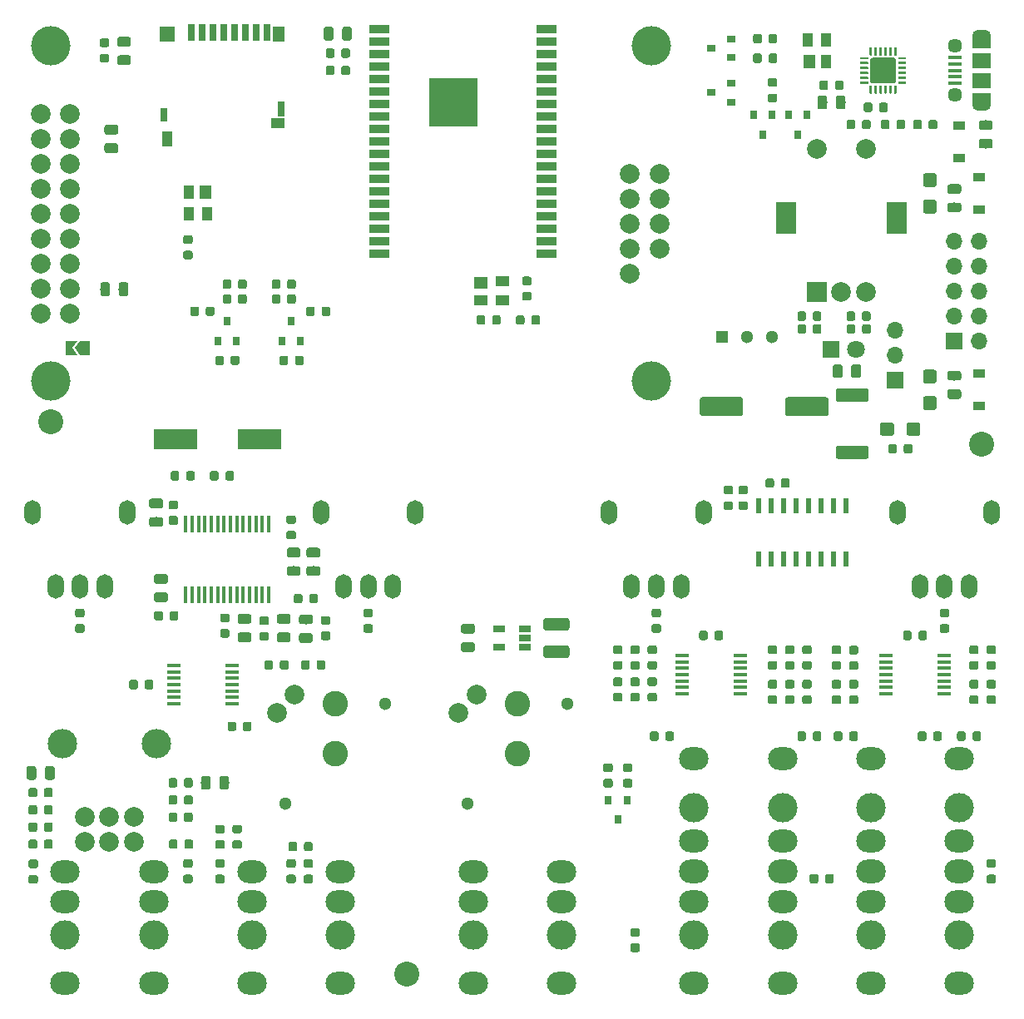
<source format=gts>
G04 #@! TF.GenerationSoftware,KiCad,Pcbnew,(5.1.0)-1*
G04 #@! TF.CreationDate,2019-04-27T10:23:22+02:00*
G04 #@! TF.ProjectId,ESP32-Eurorack-Audio,45535033-322d-4457-9572-6f7261636b2d,C*
G04 #@! TF.SameCoordinates,Original*
G04 #@! TF.FileFunction,Soldermask,Top*
G04 #@! TF.FilePolarity,Negative*
%FSLAX46Y46*%
G04 Gerber Fmt 4.6, Leading zero omitted, Abs format (unit mm)*
G04 Created by KiCad (PCBNEW (5.1.0)-1) date 2019-04-27 10:23:22*
%MOMM*%
%LPD*%
G04 APERTURE LIST*
%ADD10C,0.100000*%
%ADD11C,2.600000*%
%ADD12C,0.250000*%
%ADD13C,1.800000*%
%ADD14R,1.800000X1.800000*%
%ADD15R,0.800000X0.900000*%
%ADD16C,0.875000*%
%ADD17C,1.300000*%
%ADD18R,1.300000X1.300000*%
%ADD19C,1.350000*%
%ADD20C,1.900000*%
%ADD21R,2.000000X0.900000*%
%ADD22R,5.000000X5.000000*%
%ADD23C,0.635000*%
%ADD24C,2.000000*%
%ADD25C,4.000000*%
%ADD26C,0.975000*%
%ADD27R,1.200000X0.900000*%
%ADD28R,1.200000X1.400000*%
%ADD29R,1.000000X1.400000*%
%ADD30R,1.400000X1.200000*%
%ADD31R,1.400000X1.000000*%
%ADD32R,1.900000X1.500000*%
%ADD33C,1.450000*%
%ADD34R,1.350000X0.400000*%
%ADD35O,1.900000X1.200000*%
%ADD36R,1.900000X1.200000*%
%ADD37R,0.700000X1.750000*%
%ADD38R,1.300000X1.500000*%
%ADD39R,0.800000X1.500000*%
%ADD40R,1.450000X1.000000*%
%ADD41R,0.800000X1.400000*%
%ADD42R,1.500000X1.500000*%
%ADD43R,1.000000X1.550000*%
%ADD44R,1.700000X1.700000*%
%ADD45O,1.700000X1.700000*%
%ADD46O,3.000000X2.300000*%
%ADD47C,3.000000*%
%ADD48R,0.900000X0.800000*%
%ADD49O,3.000000X3.000000*%
%ADD50O,1.700000X2.500000*%
%ADD51R,2.000000X3.200000*%
%ADD52R,2.000000X2.000000*%
%ADD53R,1.220000X0.650000*%
%ADD54R,0.450000X1.750000*%
%ADD55R,1.450000X0.450000*%
%ADD56R,0.600000X1.500000*%
%ADD57R,4.500000X2.000000*%
%ADD58C,2.540000*%
%ADD59C,1.250000*%
%ADD60C,0.300000*%
G04 APERTURE END LIST*
D10*
G36*
X175674504Y-40351204D02*
G01*
X175698773Y-40354804D01*
X175722571Y-40360765D01*
X175745671Y-40369030D01*
X175767849Y-40379520D01*
X175788893Y-40392133D01*
X175808598Y-40406747D01*
X175826777Y-40423223D01*
X175843253Y-40441402D01*
X175857867Y-40461107D01*
X175870480Y-40482151D01*
X175880970Y-40504329D01*
X175889235Y-40527429D01*
X175895196Y-40551227D01*
X175898796Y-40575496D01*
X175900000Y-40600000D01*
X175900000Y-42700000D01*
X175898796Y-42724504D01*
X175895196Y-42748773D01*
X175889235Y-42772571D01*
X175880970Y-42795671D01*
X175870480Y-42817849D01*
X175857867Y-42838893D01*
X175843253Y-42858598D01*
X175826777Y-42876777D01*
X175808598Y-42893253D01*
X175788893Y-42907867D01*
X175767849Y-42920480D01*
X175745671Y-42930970D01*
X175722571Y-42939235D01*
X175698773Y-42945196D01*
X175674504Y-42948796D01*
X175650000Y-42950000D01*
X173550000Y-42950000D01*
X173525496Y-42948796D01*
X173501227Y-42945196D01*
X173477429Y-42939235D01*
X173454329Y-42930970D01*
X173432151Y-42920480D01*
X173411107Y-42907867D01*
X173391402Y-42893253D01*
X173373223Y-42876777D01*
X173356747Y-42858598D01*
X173342133Y-42838893D01*
X173329520Y-42817849D01*
X173319030Y-42795671D01*
X173310765Y-42772571D01*
X173304804Y-42748773D01*
X173301204Y-42724504D01*
X173300000Y-42700000D01*
X173300000Y-40600000D01*
X173301204Y-40575496D01*
X173304804Y-40551227D01*
X173310765Y-40527429D01*
X173319030Y-40504329D01*
X173329520Y-40482151D01*
X173342133Y-40461107D01*
X173356747Y-40441402D01*
X173373223Y-40423223D01*
X173391402Y-40406747D01*
X173411107Y-40392133D01*
X173432151Y-40379520D01*
X173454329Y-40369030D01*
X173477429Y-40360765D01*
X173501227Y-40354804D01*
X173525496Y-40351204D01*
X173550000Y-40350000D01*
X175650000Y-40350000D01*
X175674504Y-40351204D01*
X175674504Y-40351204D01*
G37*
D11*
X174600000Y-41650000D03*
D10*
G36*
X173018626Y-40275301D02*
G01*
X173024693Y-40276201D01*
X173030643Y-40277691D01*
X173036418Y-40279758D01*
X173041962Y-40282380D01*
X173047223Y-40285533D01*
X173052150Y-40289187D01*
X173056694Y-40293306D01*
X173060813Y-40297850D01*
X173064467Y-40302777D01*
X173067620Y-40308038D01*
X173070242Y-40313582D01*
X173072309Y-40319357D01*
X173073799Y-40325307D01*
X173074699Y-40331374D01*
X173075000Y-40337500D01*
X173075000Y-40462500D01*
X173074699Y-40468626D01*
X173073799Y-40474693D01*
X173072309Y-40480643D01*
X173070242Y-40486418D01*
X173067620Y-40491962D01*
X173064467Y-40497223D01*
X173060813Y-40502150D01*
X173056694Y-40506694D01*
X173052150Y-40510813D01*
X173047223Y-40514467D01*
X173041962Y-40517620D01*
X173036418Y-40520242D01*
X173030643Y-40522309D01*
X173024693Y-40523799D01*
X173018626Y-40524699D01*
X173012500Y-40525000D01*
X172312500Y-40525000D01*
X172306374Y-40524699D01*
X172300307Y-40523799D01*
X172294357Y-40522309D01*
X172288582Y-40520242D01*
X172283038Y-40517620D01*
X172277777Y-40514467D01*
X172272850Y-40510813D01*
X172268306Y-40506694D01*
X172264187Y-40502150D01*
X172260533Y-40497223D01*
X172257380Y-40491962D01*
X172254758Y-40486418D01*
X172252691Y-40480643D01*
X172251201Y-40474693D01*
X172250301Y-40468626D01*
X172250000Y-40462500D01*
X172250000Y-40337500D01*
X172250301Y-40331374D01*
X172251201Y-40325307D01*
X172252691Y-40319357D01*
X172254758Y-40313582D01*
X172257380Y-40308038D01*
X172260533Y-40302777D01*
X172264187Y-40297850D01*
X172268306Y-40293306D01*
X172272850Y-40289187D01*
X172277777Y-40285533D01*
X172283038Y-40282380D01*
X172288582Y-40279758D01*
X172294357Y-40277691D01*
X172300307Y-40276201D01*
X172306374Y-40275301D01*
X172312500Y-40275000D01*
X173012500Y-40275000D01*
X173018626Y-40275301D01*
X173018626Y-40275301D01*
G37*
D12*
X172662500Y-40400000D03*
D10*
G36*
X173018626Y-40775301D02*
G01*
X173024693Y-40776201D01*
X173030643Y-40777691D01*
X173036418Y-40779758D01*
X173041962Y-40782380D01*
X173047223Y-40785533D01*
X173052150Y-40789187D01*
X173056694Y-40793306D01*
X173060813Y-40797850D01*
X173064467Y-40802777D01*
X173067620Y-40808038D01*
X173070242Y-40813582D01*
X173072309Y-40819357D01*
X173073799Y-40825307D01*
X173074699Y-40831374D01*
X173075000Y-40837500D01*
X173075000Y-40962500D01*
X173074699Y-40968626D01*
X173073799Y-40974693D01*
X173072309Y-40980643D01*
X173070242Y-40986418D01*
X173067620Y-40991962D01*
X173064467Y-40997223D01*
X173060813Y-41002150D01*
X173056694Y-41006694D01*
X173052150Y-41010813D01*
X173047223Y-41014467D01*
X173041962Y-41017620D01*
X173036418Y-41020242D01*
X173030643Y-41022309D01*
X173024693Y-41023799D01*
X173018626Y-41024699D01*
X173012500Y-41025000D01*
X172312500Y-41025000D01*
X172306374Y-41024699D01*
X172300307Y-41023799D01*
X172294357Y-41022309D01*
X172288582Y-41020242D01*
X172283038Y-41017620D01*
X172277777Y-41014467D01*
X172272850Y-41010813D01*
X172268306Y-41006694D01*
X172264187Y-41002150D01*
X172260533Y-40997223D01*
X172257380Y-40991962D01*
X172254758Y-40986418D01*
X172252691Y-40980643D01*
X172251201Y-40974693D01*
X172250301Y-40968626D01*
X172250000Y-40962500D01*
X172250000Y-40837500D01*
X172250301Y-40831374D01*
X172251201Y-40825307D01*
X172252691Y-40819357D01*
X172254758Y-40813582D01*
X172257380Y-40808038D01*
X172260533Y-40802777D01*
X172264187Y-40797850D01*
X172268306Y-40793306D01*
X172272850Y-40789187D01*
X172277777Y-40785533D01*
X172283038Y-40782380D01*
X172288582Y-40779758D01*
X172294357Y-40777691D01*
X172300307Y-40776201D01*
X172306374Y-40775301D01*
X172312500Y-40775000D01*
X173012500Y-40775000D01*
X173018626Y-40775301D01*
X173018626Y-40775301D01*
G37*
D12*
X172662500Y-40900000D03*
D10*
G36*
X173018626Y-41275301D02*
G01*
X173024693Y-41276201D01*
X173030643Y-41277691D01*
X173036418Y-41279758D01*
X173041962Y-41282380D01*
X173047223Y-41285533D01*
X173052150Y-41289187D01*
X173056694Y-41293306D01*
X173060813Y-41297850D01*
X173064467Y-41302777D01*
X173067620Y-41308038D01*
X173070242Y-41313582D01*
X173072309Y-41319357D01*
X173073799Y-41325307D01*
X173074699Y-41331374D01*
X173075000Y-41337500D01*
X173075000Y-41462500D01*
X173074699Y-41468626D01*
X173073799Y-41474693D01*
X173072309Y-41480643D01*
X173070242Y-41486418D01*
X173067620Y-41491962D01*
X173064467Y-41497223D01*
X173060813Y-41502150D01*
X173056694Y-41506694D01*
X173052150Y-41510813D01*
X173047223Y-41514467D01*
X173041962Y-41517620D01*
X173036418Y-41520242D01*
X173030643Y-41522309D01*
X173024693Y-41523799D01*
X173018626Y-41524699D01*
X173012500Y-41525000D01*
X172312500Y-41525000D01*
X172306374Y-41524699D01*
X172300307Y-41523799D01*
X172294357Y-41522309D01*
X172288582Y-41520242D01*
X172283038Y-41517620D01*
X172277777Y-41514467D01*
X172272850Y-41510813D01*
X172268306Y-41506694D01*
X172264187Y-41502150D01*
X172260533Y-41497223D01*
X172257380Y-41491962D01*
X172254758Y-41486418D01*
X172252691Y-41480643D01*
X172251201Y-41474693D01*
X172250301Y-41468626D01*
X172250000Y-41462500D01*
X172250000Y-41337500D01*
X172250301Y-41331374D01*
X172251201Y-41325307D01*
X172252691Y-41319357D01*
X172254758Y-41313582D01*
X172257380Y-41308038D01*
X172260533Y-41302777D01*
X172264187Y-41297850D01*
X172268306Y-41293306D01*
X172272850Y-41289187D01*
X172277777Y-41285533D01*
X172283038Y-41282380D01*
X172288582Y-41279758D01*
X172294357Y-41277691D01*
X172300307Y-41276201D01*
X172306374Y-41275301D01*
X172312500Y-41275000D01*
X173012500Y-41275000D01*
X173018626Y-41275301D01*
X173018626Y-41275301D01*
G37*
D12*
X172662500Y-41400000D03*
D10*
G36*
X173018626Y-41775301D02*
G01*
X173024693Y-41776201D01*
X173030643Y-41777691D01*
X173036418Y-41779758D01*
X173041962Y-41782380D01*
X173047223Y-41785533D01*
X173052150Y-41789187D01*
X173056694Y-41793306D01*
X173060813Y-41797850D01*
X173064467Y-41802777D01*
X173067620Y-41808038D01*
X173070242Y-41813582D01*
X173072309Y-41819357D01*
X173073799Y-41825307D01*
X173074699Y-41831374D01*
X173075000Y-41837500D01*
X173075000Y-41962500D01*
X173074699Y-41968626D01*
X173073799Y-41974693D01*
X173072309Y-41980643D01*
X173070242Y-41986418D01*
X173067620Y-41991962D01*
X173064467Y-41997223D01*
X173060813Y-42002150D01*
X173056694Y-42006694D01*
X173052150Y-42010813D01*
X173047223Y-42014467D01*
X173041962Y-42017620D01*
X173036418Y-42020242D01*
X173030643Y-42022309D01*
X173024693Y-42023799D01*
X173018626Y-42024699D01*
X173012500Y-42025000D01*
X172312500Y-42025000D01*
X172306374Y-42024699D01*
X172300307Y-42023799D01*
X172294357Y-42022309D01*
X172288582Y-42020242D01*
X172283038Y-42017620D01*
X172277777Y-42014467D01*
X172272850Y-42010813D01*
X172268306Y-42006694D01*
X172264187Y-42002150D01*
X172260533Y-41997223D01*
X172257380Y-41991962D01*
X172254758Y-41986418D01*
X172252691Y-41980643D01*
X172251201Y-41974693D01*
X172250301Y-41968626D01*
X172250000Y-41962500D01*
X172250000Y-41837500D01*
X172250301Y-41831374D01*
X172251201Y-41825307D01*
X172252691Y-41819357D01*
X172254758Y-41813582D01*
X172257380Y-41808038D01*
X172260533Y-41802777D01*
X172264187Y-41797850D01*
X172268306Y-41793306D01*
X172272850Y-41789187D01*
X172277777Y-41785533D01*
X172283038Y-41782380D01*
X172288582Y-41779758D01*
X172294357Y-41777691D01*
X172300307Y-41776201D01*
X172306374Y-41775301D01*
X172312500Y-41775000D01*
X173012500Y-41775000D01*
X173018626Y-41775301D01*
X173018626Y-41775301D01*
G37*
D12*
X172662500Y-41900000D03*
D10*
G36*
X173018626Y-42275301D02*
G01*
X173024693Y-42276201D01*
X173030643Y-42277691D01*
X173036418Y-42279758D01*
X173041962Y-42282380D01*
X173047223Y-42285533D01*
X173052150Y-42289187D01*
X173056694Y-42293306D01*
X173060813Y-42297850D01*
X173064467Y-42302777D01*
X173067620Y-42308038D01*
X173070242Y-42313582D01*
X173072309Y-42319357D01*
X173073799Y-42325307D01*
X173074699Y-42331374D01*
X173075000Y-42337500D01*
X173075000Y-42462500D01*
X173074699Y-42468626D01*
X173073799Y-42474693D01*
X173072309Y-42480643D01*
X173070242Y-42486418D01*
X173067620Y-42491962D01*
X173064467Y-42497223D01*
X173060813Y-42502150D01*
X173056694Y-42506694D01*
X173052150Y-42510813D01*
X173047223Y-42514467D01*
X173041962Y-42517620D01*
X173036418Y-42520242D01*
X173030643Y-42522309D01*
X173024693Y-42523799D01*
X173018626Y-42524699D01*
X173012500Y-42525000D01*
X172312500Y-42525000D01*
X172306374Y-42524699D01*
X172300307Y-42523799D01*
X172294357Y-42522309D01*
X172288582Y-42520242D01*
X172283038Y-42517620D01*
X172277777Y-42514467D01*
X172272850Y-42510813D01*
X172268306Y-42506694D01*
X172264187Y-42502150D01*
X172260533Y-42497223D01*
X172257380Y-42491962D01*
X172254758Y-42486418D01*
X172252691Y-42480643D01*
X172251201Y-42474693D01*
X172250301Y-42468626D01*
X172250000Y-42462500D01*
X172250000Y-42337500D01*
X172250301Y-42331374D01*
X172251201Y-42325307D01*
X172252691Y-42319357D01*
X172254758Y-42313582D01*
X172257380Y-42308038D01*
X172260533Y-42302777D01*
X172264187Y-42297850D01*
X172268306Y-42293306D01*
X172272850Y-42289187D01*
X172277777Y-42285533D01*
X172283038Y-42282380D01*
X172288582Y-42279758D01*
X172294357Y-42277691D01*
X172300307Y-42276201D01*
X172306374Y-42275301D01*
X172312500Y-42275000D01*
X173012500Y-42275000D01*
X173018626Y-42275301D01*
X173018626Y-42275301D01*
G37*
D12*
X172662500Y-42400000D03*
D10*
G36*
X173018626Y-42775301D02*
G01*
X173024693Y-42776201D01*
X173030643Y-42777691D01*
X173036418Y-42779758D01*
X173041962Y-42782380D01*
X173047223Y-42785533D01*
X173052150Y-42789187D01*
X173056694Y-42793306D01*
X173060813Y-42797850D01*
X173064467Y-42802777D01*
X173067620Y-42808038D01*
X173070242Y-42813582D01*
X173072309Y-42819357D01*
X173073799Y-42825307D01*
X173074699Y-42831374D01*
X173075000Y-42837500D01*
X173075000Y-42962500D01*
X173074699Y-42968626D01*
X173073799Y-42974693D01*
X173072309Y-42980643D01*
X173070242Y-42986418D01*
X173067620Y-42991962D01*
X173064467Y-42997223D01*
X173060813Y-43002150D01*
X173056694Y-43006694D01*
X173052150Y-43010813D01*
X173047223Y-43014467D01*
X173041962Y-43017620D01*
X173036418Y-43020242D01*
X173030643Y-43022309D01*
X173024693Y-43023799D01*
X173018626Y-43024699D01*
X173012500Y-43025000D01*
X172312500Y-43025000D01*
X172306374Y-43024699D01*
X172300307Y-43023799D01*
X172294357Y-43022309D01*
X172288582Y-43020242D01*
X172283038Y-43017620D01*
X172277777Y-43014467D01*
X172272850Y-43010813D01*
X172268306Y-43006694D01*
X172264187Y-43002150D01*
X172260533Y-42997223D01*
X172257380Y-42991962D01*
X172254758Y-42986418D01*
X172252691Y-42980643D01*
X172251201Y-42974693D01*
X172250301Y-42968626D01*
X172250000Y-42962500D01*
X172250000Y-42837500D01*
X172250301Y-42831374D01*
X172251201Y-42825307D01*
X172252691Y-42819357D01*
X172254758Y-42813582D01*
X172257380Y-42808038D01*
X172260533Y-42802777D01*
X172264187Y-42797850D01*
X172268306Y-42793306D01*
X172272850Y-42789187D01*
X172277777Y-42785533D01*
X172283038Y-42782380D01*
X172288582Y-42779758D01*
X172294357Y-42777691D01*
X172300307Y-42776201D01*
X172306374Y-42775301D01*
X172312500Y-42775000D01*
X173012500Y-42775000D01*
X173018626Y-42775301D01*
X173018626Y-42775301D01*
G37*
D12*
X172662500Y-42900000D03*
D10*
G36*
X173418626Y-43175301D02*
G01*
X173424693Y-43176201D01*
X173430643Y-43177691D01*
X173436418Y-43179758D01*
X173441962Y-43182380D01*
X173447223Y-43185533D01*
X173452150Y-43189187D01*
X173456694Y-43193306D01*
X173460813Y-43197850D01*
X173464467Y-43202777D01*
X173467620Y-43208038D01*
X173470242Y-43213582D01*
X173472309Y-43219357D01*
X173473799Y-43225307D01*
X173474699Y-43231374D01*
X173475000Y-43237500D01*
X173475000Y-43937500D01*
X173474699Y-43943626D01*
X173473799Y-43949693D01*
X173472309Y-43955643D01*
X173470242Y-43961418D01*
X173467620Y-43966962D01*
X173464467Y-43972223D01*
X173460813Y-43977150D01*
X173456694Y-43981694D01*
X173452150Y-43985813D01*
X173447223Y-43989467D01*
X173441962Y-43992620D01*
X173436418Y-43995242D01*
X173430643Y-43997309D01*
X173424693Y-43998799D01*
X173418626Y-43999699D01*
X173412500Y-44000000D01*
X173287500Y-44000000D01*
X173281374Y-43999699D01*
X173275307Y-43998799D01*
X173269357Y-43997309D01*
X173263582Y-43995242D01*
X173258038Y-43992620D01*
X173252777Y-43989467D01*
X173247850Y-43985813D01*
X173243306Y-43981694D01*
X173239187Y-43977150D01*
X173235533Y-43972223D01*
X173232380Y-43966962D01*
X173229758Y-43961418D01*
X173227691Y-43955643D01*
X173226201Y-43949693D01*
X173225301Y-43943626D01*
X173225000Y-43937500D01*
X173225000Y-43237500D01*
X173225301Y-43231374D01*
X173226201Y-43225307D01*
X173227691Y-43219357D01*
X173229758Y-43213582D01*
X173232380Y-43208038D01*
X173235533Y-43202777D01*
X173239187Y-43197850D01*
X173243306Y-43193306D01*
X173247850Y-43189187D01*
X173252777Y-43185533D01*
X173258038Y-43182380D01*
X173263582Y-43179758D01*
X173269357Y-43177691D01*
X173275307Y-43176201D01*
X173281374Y-43175301D01*
X173287500Y-43175000D01*
X173412500Y-43175000D01*
X173418626Y-43175301D01*
X173418626Y-43175301D01*
G37*
D12*
X173350000Y-43587500D03*
D10*
G36*
X173918626Y-43175301D02*
G01*
X173924693Y-43176201D01*
X173930643Y-43177691D01*
X173936418Y-43179758D01*
X173941962Y-43182380D01*
X173947223Y-43185533D01*
X173952150Y-43189187D01*
X173956694Y-43193306D01*
X173960813Y-43197850D01*
X173964467Y-43202777D01*
X173967620Y-43208038D01*
X173970242Y-43213582D01*
X173972309Y-43219357D01*
X173973799Y-43225307D01*
X173974699Y-43231374D01*
X173975000Y-43237500D01*
X173975000Y-43937500D01*
X173974699Y-43943626D01*
X173973799Y-43949693D01*
X173972309Y-43955643D01*
X173970242Y-43961418D01*
X173967620Y-43966962D01*
X173964467Y-43972223D01*
X173960813Y-43977150D01*
X173956694Y-43981694D01*
X173952150Y-43985813D01*
X173947223Y-43989467D01*
X173941962Y-43992620D01*
X173936418Y-43995242D01*
X173930643Y-43997309D01*
X173924693Y-43998799D01*
X173918626Y-43999699D01*
X173912500Y-44000000D01*
X173787500Y-44000000D01*
X173781374Y-43999699D01*
X173775307Y-43998799D01*
X173769357Y-43997309D01*
X173763582Y-43995242D01*
X173758038Y-43992620D01*
X173752777Y-43989467D01*
X173747850Y-43985813D01*
X173743306Y-43981694D01*
X173739187Y-43977150D01*
X173735533Y-43972223D01*
X173732380Y-43966962D01*
X173729758Y-43961418D01*
X173727691Y-43955643D01*
X173726201Y-43949693D01*
X173725301Y-43943626D01*
X173725000Y-43937500D01*
X173725000Y-43237500D01*
X173725301Y-43231374D01*
X173726201Y-43225307D01*
X173727691Y-43219357D01*
X173729758Y-43213582D01*
X173732380Y-43208038D01*
X173735533Y-43202777D01*
X173739187Y-43197850D01*
X173743306Y-43193306D01*
X173747850Y-43189187D01*
X173752777Y-43185533D01*
X173758038Y-43182380D01*
X173763582Y-43179758D01*
X173769357Y-43177691D01*
X173775307Y-43176201D01*
X173781374Y-43175301D01*
X173787500Y-43175000D01*
X173912500Y-43175000D01*
X173918626Y-43175301D01*
X173918626Y-43175301D01*
G37*
D12*
X173850000Y-43587500D03*
D10*
G36*
X174418626Y-43175301D02*
G01*
X174424693Y-43176201D01*
X174430643Y-43177691D01*
X174436418Y-43179758D01*
X174441962Y-43182380D01*
X174447223Y-43185533D01*
X174452150Y-43189187D01*
X174456694Y-43193306D01*
X174460813Y-43197850D01*
X174464467Y-43202777D01*
X174467620Y-43208038D01*
X174470242Y-43213582D01*
X174472309Y-43219357D01*
X174473799Y-43225307D01*
X174474699Y-43231374D01*
X174475000Y-43237500D01*
X174475000Y-43937500D01*
X174474699Y-43943626D01*
X174473799Y-43949693D01*
X174472309Y-43955643D01*
X174470242Y-43961418D01*
X174467620Y-43966962D01*
X174464467Y-43972223D01*
X174460813Y-43977150D01*
X174456694Y-43981694D01*
X174452150Y-43985813D01*
X174447223Y-43989467D01*
X174441962Y-43992620D01*
X174436418Y-43995242D01*
X174430643Y-43997309D01*
X174424693Y-43998799D01*
X174418626Y-43999699D01*
X174412500Y-44000000D01*
X174287500Y-44000000D01*
X174281374Y-43999699D01*
X174275307Y-43998799D01*
X174269357Y-43997309D01*
X174263582Y-43995242D01*
X174258038Y-43992620D01*
X174252777Y-43989467D01*
X174247850Y-43985813D01*
X174243306Y-43981694D01*
X174239187Y-43977150D01*
X174235533Y-43972223D01*
X174232380Y-43966962D01*
X174229758Y-43961418D01*
X174227691Y-43955643D01*
X174226201Y-43949693D01*
X174225301Y-43943626D01*
X174225000Y-43937500D01*
X174225000Y-43237500D01*
X174225301Y-43231374D01*
X174226201Y-43225307D01*
X174227691Y-43219357D01*
X174229758Y-43213582D01*
X174232380Y-43208038D01*
X174235533Y-43202777D01*
X174239187Y-43197850D01*
X174243306Y-43193306D01*
X174247850Y-43189187D01*
X174252777Y-43185533D01*
X174258038Y-43182380D01*
X174263582Y-43179758D01*
X174269357Y-43177691D01*
X174275307Y-43176201D01*
X174281374Y-43175301D01*
X174287500Y-43175000D01*
X174412500Y-43175000D01*
X174418626Y-43175301D01*
X174418626Y-43175301D01*
G37*
D12*
X174350000Y-43587500D03*
D10*
G36*
X174918626Y-43175301D02*
G01*
X174924693Y-43176201D01*
X174930643Y-43177691D01*
X174936418Y-43179758D01*
X174941962Y-43182380D01*
X174947223Y-43185533D01*
X174952150Y-43189187D01*
X174956694Y-43193306D01*
X174960813Y-43197850D01*
X174964467Y-43202777D01*
X174967620Y-43208038D01*
X174970242Y-43213582D01*
X174972309Y-43219357D01*
X174973799Y-43225307D01*
X174974699Y-43231374D01*
X174975000Y-43237500D01*
X174975000Y-43937500D01*
X174974699Y-43943626D01*
X174973799Y-43949693D01*
X174972309Y-43955643D01*
X174970242Y-43961418D01*
X174967620Y-43966962D01*
X174964467Y-43972223D01*
X174960813Y-43977150D01*
X174956694Y-43981694D01*
X174952150Y-43985813D01*
X174947223Y-43989467D01*
X174941962Y-43992620D01*
X174936418Y-43995242D01*
X174930643Y-43997309D01*
X174924693Y-43998799D01*
X174918626Y-43999699D01*
X174912500Y-44000000D01*
X174787500Y-44000000D01*
X174781374Y-43999699D01*
X174775307Y-43998799D01*
X174769357Y-43997309D01*
X174763582Y-43995242D01*
X174758038Y-43992620D01*
X174752777Y-43989467D01*
X174747850Y-43985813D01*
X174743306Y-43981694D01*
X174739187Y-43977150D01*
X174735533Y-43972223D01*
X174732380Y-43966962D01*
X174729758Y-43961418D01*
X174727691Y-43955643D01*
X174726201Y-43949693D01*
X174725301Y-43943626D01*
X174725000Y-43937500D01*
X174725000Y-43237500D01*
X174725301Y-43231374D01*
X174726201Y-43225307D01*
X174727691Y-43219357D01*
X174729758Y-43213582D01*
X174732380Y-43208038D01*
X174735533Y-43202777D01*
X174739187Y-43197850D01*
X174743306Y-43193306D01*
X174747850Y-43189187D01*
X174752777Y-43185533D01*
X174758038Y-43182380D01*
X174763582Y-43179758D01*
X174769357Y-43177691D01*
X174775307Y-43176201D01*
X174781374Y-43175301D01*
X174787500Y-43175000D01*
X174912500Y-43175000D01*
X174918626Y-43175301D01*
X174918626Y-43175301D01*
G37*
D12*
X174850000Y-43587500D03*
D10*
G36*
X175418626Y-43175301D02*
G01*
X175424693Y-43176201D01*
X175430643Y-43177691D01*
X175436418Y-43179758D01*
X175441962Y-43182380D01*
X175447223Y-43185533D01*
X175452150Y-43189187D01*
X175456694Y-43193306D01*
X175460813Y-43197850D01*
X175464467Y-43202777D01*
X175467620Y-43208038D01*
X175470242Y-43213582D01*
X175472309Y-43219357D01*
X175473799Y-43225307D01*
X175474699Y-43231374D01*
X175475000Y-43237500D01*
X175475000Y-43937500D01*
X175474699Y-43943626D01*
X175473799Y-43949693D01*
X175472309Y-43955643D01*
X175470242Y-43961418D01*
X175467620Y-43966962D01*
X175464467Y-43972223D01*
X175460813Y-43977150D01*
X175456694Y-43981694D01*
X175452150Y-43985813D01*
X175447223Y-43989467D01*
X175441962Y-43992620D01*
X175436418Y-43995242D01*
X175430643Y-43997309D01*
X175424693Y-43998799D01*
X175418626Y-43999699D01*
X175412500Y-44000000D01*
X175287500Y-44000000D01*
X175281374Y-43999699D01*
X175275307Y-43998799D01*
X175269357Y-43997309D01*
X175263582Y-43995242D01*
X175258038Y-43992620D01*
X175252777Y-43989467D01*
X175247850Y-43985813D01*
X175243306Y-43981694D01*
X175239187Y-43977150D01*
X175235533Y-43972223D01*
X175232380Y-43966962D01*
X175229758Y-43961418D01*
X175227691Y-43955643D01*
X175226201Y-43949693D01*
X175225301Y-43943626D01*
X175225000Y-43937500D01*
X175225000Y-43237500D01*
X175225301Y-43231374D01*
X175226201Y-43225307D01*
X175227691Y-43219357D01*
X175229758Y-43213582D01*
X175232380Y-43208038D01*
X175235533Y-43202777D01*
X175239187Y-43197850D01*
X175243306Y-43193306D01*
X175247850Y-43189187D01*
X175252777Y-43185533D01*
X175258038Y-43182380D01*
X175263582Y-43179758D01*
X175269357Y-43177691D01*
X175275307Y-43176201D01*
X175281374Y-43175301D01*
X175287500Y-43175000D01*
X175412500Y-43175000D01*
X175418626Y-43175301D01*
X175418626Y-43175301D01*
G37*
D12*
X175350000Y-43587500D03*
D10*
G36*
X175918626Y-43175301D02*
G01*
X175924693Y-43176201D01*
X175930643Y-43177691D01*
X175936418Y-43179758D01*
X175941962Y-43182380D01*
X175947223Y-43185533D01*
X175952150Y-43189187D01*
X175956694Y-43193306D01*
X175960813Y-43197850D01*
X175964467Y-43202777D01*
X175967620Y-43208038D01*
X175970242Y-43213582D01*
X175972309Y-43219357D01*
X175973799Y-43225307D01*
X175974699Y-43231374D01*
X175975000Y-43237500D01*
X175975000Y-43937500D01*
X175974699Y-43943626D01*
X175973799Y-43949693D01*
X175972309Y-43955643D01*
X175970242Y-43961418D01*
X175967620Y-43966962D01*
X175964467Y-43972223D01*
X175960813Y-43977150D01*
X175956694Y-43981694D01*
X175952150Y-43985813D01*
X175947223Y-43989467D01*
X175941962Y-43992620D01*
X175936418Y-43995242D01*
X175930643Y-43997309D01*
X175924693Y-43998799D01*
X175918626Y-43999699D01*
X175912500Y-44000000D01*
X175787500Y-44000000D01*
X175781374Y-43999699D01*
X175775307Y-43998799D01*
X175769357Y-43997309D01*
X175763582Y-43995242D01*
X175758038Y-43992620D01*
X175752777Y-43989467D01*
X175747850Y-43985813D01*
X175743306Y-43981694D01*
X175739187Y-43977150D01*
X175735533Y-43972223D01*
X175732380Y-43966962D01*
X175729758Y-43961418D01*
X175727691Y-43955643D01*
X175726201Y-43949693D01*
X175725301Y-43943626D01*
X175725000Y-43937500D01*
X175725000Y-43237500D01*
X175725301Y-43231374D01*
X175726201Y-43225307D01*
X175727691Y-43219357D01*
X175729758Y-43213582D01*
X175732380Y-43208038D01*
X175735533Y-43202777D01*
X175739187Y-43197850D01*
X175743306Y-43193306D01*
X175747850Y-43189187D01*
X175752777Y-43185533D01*
X175758038Y-43182380D01*
X175763582Y-43179758D01*
X175769357Y-43177691D01*
X175775307Y-43176201D01*
X175781374Y-43175301D01*
X175787500Y-43175000D01*
X175912500Y-43175000D01*
X175918626Y-43175301D01*
X175918626Y-43175301D01*
G37*
D12*
X175850000Y-43587500D03*
D10*
G36*
X176893626Y-42775301D02*
G01*
X176899693Y-42776201D01*
X176905643Y-42777691D01*
X176911418Y-42779758D01*
X176916962Y-42782380D01*
X176922223Y-42785533D01*
X176927150Y-42789187D01*
X176931694Y-42793306D01*
X176935813Y-42797850D01*
X176939467Y-42802777D01*
X176942620Y-42808038D01*
X176945242Y-42813582D01*
X176947309Y-42819357D01*
X176948799Y-42825307D01*
X176949699Y-42831374D01*
X176950000Y-42837500D01*
X176950000Y-42962500D01*
X176949699Y-42968626D01*
X176948799Y-42974693D01*
X176947309Y-42980643D01*
X176945242Y-42986418D01*
X176942620Y-42991962D01*
X176939467Y-42997223D01*
X176935813Y-43002150D01*
X176931694Y-43006694D01*
X176927150Y-43010813D01*
X176922223Y-43014467D01*
X176916962Y-43017620D01*
X176911418Y-43020242D01*
X176905643Y-43022309D01*
X176899693Y-43023799D01*
X176893626Y-43024699D01*
X176887500Y-43025000D01*
X176187500Y-43025000D01*
X176181374Y-43024699D01*
X176175307Y-43023799D01*
X176169357Y-43022309D01*
X176163582Y-43020242D01*
X176158038Y-43017620D01*
X176152777Y-43014467D01*
X176147850Y-43010813D01*
X176143306Y-43006694D01*
X176139187Y-43002150D01*
X176135533Y-42997223D01*
X176132380Y-42991962D01*
X176129758Y-42986418D01*
X176127691Y-42980643D01*
X176126201Y-42974693D01*
X176125301Y-42968626D01*
X176125000Y-42962500D01*
X176125000Y-42837500D01*
X176125301Y-42831374D01*
X176126201Y-42825307D01*
X176127691Y-42819357D01*
X176129758Y-42813582D01*
X176132380Y-42808038D01*
X176135533Y-42802777D01*
X176139187Y-42797850D01*
X176143306Y-42793306D01*
X176147850Y-42789187D01*
X176152777Y-42785533D01*
X176158038Y-42782380D01*
X176163582Y-42779758D01*
X176169357Y-42777691D01*
X176175307Y-42776201D01*
X176181374Y-42775301D01*
X176187500Y-42775000D01*
X176887500Y-42775000D01*
X176893626Y-42775301D01*
X176893626Y-42775301D01*
G37*
D12*
X176537500Y-42900000D03*
D10*
G36*
X176893626Y-42275301D02*
G01*
X176899693Y-42276201D01*
X176905643Y-42277691D01*
X176911418Y-42279758D01*
X176916962Y-42282380D01*
X176922223Y-42285533D01*
X176927150Y-42289187D01*
X176931694Y-42293306D01*
X176935813Y-42297850D01*
X176939467Y-42302777D01*
X176942620Y-42308038D01*
X176945242Y-42313582D01*
X176947309Y-42319357D01*
X176948799Y-42325307D01*
X176949699Y-42331374D01*
X176950000Y-42337500D01*
X176950000Y-42462500D01*
X176949699Y-42468626D01*
X176948799Y-42474693D01*
X176947309Y-42480643D01*
X176945242Y-42486418D01*
X176942620Y-42491962D01*
X176939467Y-42497223D01*
X176935813Y-42502150D01*
X176931694Y-42506694D01*
X176927150Y-42510813D01*
X176922223Y-42514467D01*
X176916962Y-42517620D01*
X176911418Y-42520242D01*
X176905643Y-42522309D01*
X176899693Y-42523799D01*
X176893626Y-42524699D01*
X176887500Y-42525000D01*
X176187500Y-42525000D01*
X176181374Y-42524699D01*
X176175307Y-42523799D01*
X176169357Y-42522309D01*
X176163582Y-42520242D01*
X176158038Y-42517620D01*
X176152777Y-42514467D01*
X176147850Y-42510813D01*
X176143306Y-42506694D01*
X176139187Y-42502150D01*
X176135533Y-42497223D01*
X176132380Y-42491962D01*
X176129758Y-42486418D01*
X176127691Y-42480643D01*
X176126201Y-42474693D01*
X176125301Y-42468626D01*
X176125000Y-42462500D01*
X176125000Y-42337500D01*
X176125301Y-42331374D01*
X176126201Y-42325307D01*
X176127691Y-42319357D01*
X176129758Y-42313582D01*
X176132380Y-42308038D01*
X176135533Y-42302777D01*
X176139187Y-42297850D01*
X176143306Y-42293306D01*
X176147850Y-42289187D01*
X176152777Y-42285533D01*
X176158038Y-42282380D01*
X176163582Y-42279758D01*
X176169357Y-42277691D01*
X176175307Y-42276201D01*
X176181374Y-42275301D01*
X176187500Y-42275000D01*
X176887500Y-42275000D01*
X176893626Y-42275301D01*
X176893626Y-42275301D01*
G37*
D12*
X176537500Y-42400000D03*
D10*
G36*
X176893626Y-41775301D02*
G01*
X176899693Y-41776201D01*
X176905643Y-41777691D01*
X176911418Y-41779758D01*
X176916962Y-41782380D01*
X176922223Y-41785533D01*
X176927150Y-41789187D01*
X176931694Y-41793306D01*
X176935813Y-41797850D01*
X176939467Y-41802777D01*
X176942620Y-41808038D01*
X176945242Y-41813582D01*
X176947309Y-41819357D01*
X176948799Y-41825307D01*
X176949699Y-41831374D01*
X176950000Y-41837500D01*
X176950000Y-41962500D01*
X176949699Y-41968626D01*
X176948799Y-41974693D01*
X176947309Y-41980643D01*
X176945242Y-41986418D01*
X176942620Y-41991962D01*
X176939467Y-41997223D01*
X176935813Y-42002150D01*
X176931694Y-42006694D01*
X176927150Y-42010813D01*
X176922223Y-42014467D01*
X176916962Y-42017620D01*
X176911418Y-42020242D01*
X176905643Y-42022309D01*
X176899693Y-42023799D01*
X176893626Y-42024699D01*
X176887500Y-42025000D01*
X176187500Y-42025000D01*
X176181374Y-42024699D01*
X176175307Y-42023799D01*
X176169357Y-42022309D01*
X176163582Y-42020242D01*
X176158038Y-42017620D01*
X176152777Y-42014467D01*
X176147850Y-42010813D01*
X176143306Y-42006694D01*
X176139187Y-42002150D01*
X176135533Y-41997223D01*
X176132380Y-41991962D01*
X176129758Y-41986418D01*
X176127691Y-41980643D01*
X176126201Y-41974693D01*
X176125301Y-41968626D01*
X176125000Y-41962500D01*
X176125000Y-41837500D01*
X176125301Y-41831374D01*
X176126201Y-41825307D01*
X176127691Y-41819357D01*
X176129758Y-41813582D01*
X176132380Y-41808038D01*
X176135533Y-41802777D01*
X176139187Y-41797850D01*
X176143306Y-41793306D01*
X176147850Y-41789187D01*
X176152777Y-41785533D01*
X176158038Y-41782380D01*
X176163582Y-41779758D01*
X176169357Y-41777691D01*
X176175307Y-41776201D01*
X176181374Y-41775301D01*
X176187500Y-41775000D01*
X176887500Y-41775000D01*
X176893626Y-41775301D01*
X176893626Y-41775301D01*
G37*
D12*
X176537500Y-41900000D03*
D10*
G36*
X176893626Y-41275301D02*
G01*
X176899693Y-41276201D01*
X176905643Y-41277691D01*
X176911418Y-41279758D01*
X176916962Y-41282380D01*
X176922223Y-41285533D01*
X176927150Y-41289187D01*
X176931694Y-41293306D01*
X176935813Y-41297850D01*
X176939467Y-41302777D01*
X176942620Y-41308038D01*
X176945242Y-41313582D01*
X176947309Y-41319357D01*
X176948799Y-41325307D01*
X176949699Y-41331374D01*
X176950000Y-41337500D01*
X176950000Y-41462500D01*
X176949699Y-41468626D01*
X176948799Y-41474693D01*
X176947309Y-41480643D01*
X176945242Y-41486418D01*
X176942620Y-41491962D01*
X176939467Y-41497223D01*
X176935813Y-41502150D01*
X176931694Y-41506694D01*
X176927150Y-41510813D01*
X176922223Y-41514467D01*
X176916962Y-41517620D01*
X176911418Y-41520242D01*
X176905643Y-41522309D01*
X176899693Y-41523799D01*
X176893626Y-41524699D01*
X176887500Y-41525000D01*
X176187500Y-41525000D01*
X176181374Y-41524699D01*
X176175307Y-41523799D01*
X176169357Y-41522309D01*
X176163582Y-41520242D01*
X176158038Y-41517620D01*
X176152777Y-41514467D01*
X176147850Y-41510813D01*
X176143306Y-41506694D01*
X176139187Y-41502150D01*
X176135533Y-41497223D01*
X176132380Y-41491962D01*
X176129758Y-41486418D01*
X176127691Y-41480643D01*
X176126201Y-41474693D01*
X176125301Y-41468626D01*
X176125000Y-41462500D01*
X176125000Y-41337500D01*
X176125301Y-41331374D01*
X176126201Y-41325307D01*
X176127691Y-41319357D01*
X176129758Y-41313582D01*
X176132380Y-41308038D01*
X176135533Y-41302777D01*
X176139187Y-41297850D01*
X176143306Y-41293306D01*
X176147850Y-41289187D01*
X176152777Y-41285533D01*
X176158038Y-41282380D01*
X176163582Y-41279758D01*
X176169357Y-41277691D01*
X176175307Y-41276201D01*
X176181374Y-41275301D01*
X176187500Y-41275000D01*
X176887500Y-41275000D01*
X176893626Y-41275301D01*
X176893626Y-41275301D01*
G37*
D12*
X176537500Y-41400000D03*
D10*
G36*
X176893626Y-40775301D02*
G01*
X176899693Y-40776201D01*
X176905643Y-40777691D01*
X176911418Y-40779758D01*
X176916962Y-40782380D01*
X176922223Y-40785533D01*
X176927150Y-40789187D01*
X176931694Y-40793306D01*
X176935813Y-40797850D01*
X176939467Y-40802777D01*
X176942620Y-40808038D01*
X176945242Y-40813582D01*
X176947309Y-40819357D01*
X176948799Y-40825307D01*
X176949699Y-40831374D01*
X176950000Y-40837500D01*
X176950000Y-40962500D01*
X176949699Y-40968626D01*
X176948799Y-40974693D01*
X176947309Y-40980643D01*
X176945242Y-40986418D01*
X176942620Y-40991962D01*
X176939467Y-40997223D01*
X176935813Y-41002150D01*
X176931694Y-41006694D01*
X176927150Y-41010813D01*
X176922223Y-41014467D01*
X176916962Y-41017620D01*
X176911418Y-41020242D01*
X176905643Y-41022309D01*
X176899693Y-41023799D01*
X176893626Y-41024699D01*
X176887500Y-41025000D01*
X176187500Y-41025000D01*
X176181374Y-41024699D01*
X176175307Y-41023799D01*
X176169357Y-41022309D01*
X176163582Y-41020242D01*
X176158038Y-41017620D01*
X176152777Y-41014467D01*
X176147850Y-41010813D01*
X176143306Y-41006694D01*
X176139187Y-41002150D01*
X176135533Y-40997223D01*
X176132380Y-40991962D01*
X176129758Y-40986418D01*
X176127691Y-40980643D01*
X176126201Y-40974693D01*
X176125301Y-40968626D01*
X176125000Y-40962500D01*
X176125000Y-40837500D01*
X176125301Y-40831374D01*
X176126201Y-40825307D01*
X176127691Y-40819357D01*
X176129758Y-40813582D01*
X176132380Y-40808038D01*
X176135533Y-40802777D01*
X176139187Y-40797850D01*
X176143306Y-40793306D01*
X176147850Y-40789187D01*
X176152777Y-40785533D01*
X176158038Y-40782380D01*
X176163582Y-40779758D01*
X176169357Y-40777691D01*
X176175307Y-40776201D01*
X176181374Y-40775301D01*
X176187500Y-40775000D01*
X176887500Y-40775000D01*
X176893626Y-40775301D01*
X176893626Y-40775301D01*
G37*
D12*
X176537500Y-40900000D03*
D10*
G36*
X176893626Y-40275301D02*
G01*
X176899693Y-40276201D01*
X176905643Y-40277691D01*
X176911418Y-40279758D01*
X176916962Y-40282380D01*
X176922223Y-40285533D01*
X176927150Y-40289187D01*
X176931694Y-40293306D01*
X176935813Y-40297850D01*
X176939467Y-40302777D01*
X176942620Y-40308038D01*
X176945242Y-40313582D01*
X176947309Y-40319357D01*
X176948799Y-40325307D01*
X176949699Y-40331374D01*
X176950000Y-40337500D01*
X176950000Y-40462500D01*
X176949699Y-40468626D01*
X176948799Y-40474693D01*
X176947309Y-40480643D01*
X176945242Y-40486418D01*
X176942620Y-40491962D01*
X176939467Y-40497223D01*
X176935813Y-40502150D01*
X176931694Y-40506694D01*
X176927150Y-40510813D01*
X176922223Y-40514467D01*
X176916962Y-40517620D01*
X176911418Y-40520242D01*
X176905643Y-40522309D01*
X176899693Y-40523799D01*
X176893626Y-40524699D01*
X176887500Y-40525000D01*
X176187500Y-40525000D01*
X176181374Y-40524699D01*
X176175307Y-40523799D01*
X176169357Y-40522309D01*
X176163582Y-40520242D01*
X176158038Y-40517620D01*
X176152777Y-40514467D01*
X176147850Y-40510813D01*
X176143306Y-40506694D01*
X176139187Y-40502150D01*
X176135533Y-40497223D01*
X176132380Y-40491962D01*
X176129758Y-40486418D01*
X176127691Y-40480643D01*
X176126201Y-40474693D01*
X176125301Y-40468626D01*
X176125000Y-40462500D01*
X176125000Y-40337500D01*
X176125301Y-40331374D01*
X176126201Y-40325307D01*
X176127691Y-40319357D01*
X176129758Y-40313582D01*
X176132380Y-40308038D01*
X176135533Y-40302777D01*
X176139187Y-40297850D01*
X176143306Y-40293306D01*
X176147850Y-40289187D01*
X176152777Y-40285533D01*
X176158038Y-40282380D01*
X176163582Y-40279758D01*
X176169357Y-40277691D01*
X176175307Y-40276201D01*
X176181374Y-40275301D01*
X176187500Y-40275000D01*
X176887500Y-40275000D01*
X176893626Y-40275301D01*
X176893626Y-40275301D01*
G37*
D12*
X176537500Y-40400000D03*
D10*
G36*
X175918626Y-39300301D02*
G01*
X175924693Y-39301201D01*
X175930643Y-39302691D01*
X175936418Y-39304758D01*
X175941962Y-39307380D01*
X175947223Y-39310533D01*
X175952150Y-39314187D01*
X175956694Y-39318306D01*
X175960813Y-39322850D01*
X175964467Y-39327777D01*
X175967620Y-39333038D01*
X175970242Y-39338582D01*
X175972309Y-39344357D01*
X175973799Y-39350307D01*
X175974699Y-39356374D01*
X175975000Y-39362500D01*
X175975000Y-40062500D01*
X175974699Y-40068626D01*
X175973799Y-40074693D01*
X175972309Y-40080643D01*
X175970242Y-40086418D01*
X175967620Y-40091962D01*
X175964467Y-40097223D01*
X175960813Y-40102150D01*
X175956694Y-40106694D01*
X175952150Y-40110813D01*
X175947223Y-40114467D01*
X175941962Y-40117620D01*
X175936418Y-40120242D01*
X175930643Y-40122309D01*
X175924693Y-40123799D01*
X175918626Y-40124699D01*
X175912500Y-40125000D01*
X175787500Y-40125000D01*
X175781374Y-40124699D01*
X175775307Y-40123799D01*
X175769357Y-40122309D01*
X175763582Y-40120242D01*
X175758038Y-40117620D01*
X175752777Y-40114467D01*
X175747850Y-40110813D01*
X175743306Y-40106694D01*
X175739187Y-40102150D01*
X175735533Y-40097223D01*
X175732380Y-40091962D01*
X175729758Y-40086418D01*
X175727691Y-40080643D01*
X175726201Y-40074693D01*
X175725301Y-40068626D01*
X175725000Y-40062500D01*
X175725000Y-39362500D01*
X175725301Y-39356374D01*
X175726201Y-39350307D01*
X175727691Y-39344357D01*
X175729758Y-39338582D01*
X175732380Y-39333038D01*
X175735533Y-39327777D01*
X175739187Y-39322850D01*
X175743306Y-39318306D01*
X175747850Y-39314187D01*
X175752777Y-39310533D01*
X175758038Y-39307380D01*
X175763582Y-39304758D01*
X175769357Y-39302691D01*
X175775307Y-39301201D01*
X175781374Y-39300301D01*
X175787500Y-39300000D01*
X175912500Y-39300000D01*
X175918626Y-39300301D01*
X175918626Y-39300301D01*
G37*
D12*
X175850000Y-39712500D03*
D10*
G36*
X175418626Y-39300301D02*
G01*
X175424693Y-39301201D01*
X175430643Y-39302691D01*
X175436418Y-39304758D01*
X175441962Y-39307380D01*
X175447223Y-39310533D01*
X175452150Y-39314187D01*
X175456694Y-39318306D01*
X175460813Y-39322850D01*
X175464467Y-39327777D01*
X175467620Y-39333038D01*
X175470242Y-39338582D01*
X175472309Y-39344357D01*
X175473799Y-39350307D01*
X175474699Y-39356374D01*
X175475000Y-39362500D01*
X175475000Y-40062500D01*
X175474699Y-40068626D01*
X175473799Y-40074693D01*
X175472309Y-40080643D01*
X175470242Y-40086418D01*
X175467620Y-40091962D01*
X175464467Y-40097223D01*
X175460813Y-40102150D01*
X175456694Y-40106694D01*
X175452150Y-40110813D01*
X175447223Y-40114467D01*
X175441962Y-40117620D01*
X175436418Y-40120242D01*
X175430643Y-40122309D01*
X175424693Y-40123799D01*
X175418626Y-40124699D01*
X175412500Y-40125000D01*
X175287500Y-40125000D01*
X175281374Y-40124699D01*
X175275307Y-40123799D01*
X175269357Y-40122309D01*
X175263582Y-40120242D01*
X175258038Y-40117620D01*
X175252777Y-40114467D01*
X175247850Y-40110813D01*
X175243306Y-40106694D01*
X175239187Y-40102150D01*
X175235533Y-40097223D01*
X175232380Y-40091962D01*
X175229758Y-40086418D01*
X175227691Y-40080643D01*
X175226201Y-40074693D01*
X175225301Y-40068626D01*
X175225000Y-40062500D01*
X175225000Y-39362500D01*
X175225301Y-39356374D01*
X175226201Y-39350307D01*
X175227691Y-39344357D01*
X175229758Y-39338582D01*
X175232380Y-39333038D01*
X175235533Y-39327777D01*
X175239187Y-39322850D01*
X175243306Y-39318306D01*
X175247850Y-39314187D01*
X175252777Y-39310533D01*
X175258038Y-39307380D01*
X175263582Y-39304758D01*
X175269357Y-39302691D01*
X175275307Y-39301201D01*
X175281374Y-39300301D01*
X175287500Y-39300000D01*
X175412500Y-39300000D01*
X175418626Y-39300301D01*
X175418626Y-39300301D01*
G37*
D12*
X175350000Y-39712500D03*
D10*
G36*
X174918626Y-39300301D02*
G01*
X174924693Y-39301201D01*
X174930643Y-39302691D01*
X174936418Y-39304758D01*
X174941962Y-39307380D01*
X174947223Y-39310533D01*
X174952150Y-39314187D01*
X174956694Y-39318306D01*
X174960813Y-39322850D01*
X174964467Y-39327777D01*
X174967620Y-39333038D01*
X174970242Y-39338582D01*
X174972309Y-39344357D01*
X174973799Y-39350307D01*
X174974699Y-39356374D01*
X174975000Y-39362500D01*
X174975000Y-40062500D01*
X174974699Y-40068626D01*
X174973799Y-40074693D01*
X174972309Y-40080643D01*
X174970242Y-40086418D01*
X174967620Y-40091962D01*
X174964467Y-40097223D01*
X174960813Y-40102150D01*
X174956694Y-40106694D01*
X174952150Y-40110813D01*
X174947223Y-40114467D01*
X174941962Y-40117620D01*
X174936418Y-40120242D01*
X174930643Y-40122309D01*
X174924693Y-40123799D01*
X174918626Y-40124699D01*
X174912500Y-40125000D01*
X174787500Y-40125000D01*
X174781374Y-40124699D01*
X174775307Y-40123799D01*
X174769357Y-40122309D01*
X174763582Y-40120242D01*
X174758038Y-40117620D01*
X174752777Y-40114467D01*
X174747850Y-40110813D01*
X174743306Y-40106694D01*
X174739187Y-40102150D01*
X174735533Y-40097223D01*
X174732380Y-40091962D01*
X174729758Y-40086418D01*
X174727691Y-40080643D01*
X174726201Y-40074693D01*
X174725301Y-40068626D01*
X174725000Y-40062500D01*
X174725000Y-39362500D01*
X174725301Y-39356374D01*
X174726201Y-39350307D01*
X174727691Y-39344357D01*
X174729758Y-39338582D01*
X174732380Y-39333038D01*
X174735533Y-39327777D01*
X174739187Y-39322850D01*
X174743306Y-39318306D01*
X174747850Y-39314187D01*
X174752777Y-39310533D01*
X174758038Y-39307380D01*
X174763582Y-39304758D01*
X174769357Y-39302691D01*
X174775307Y-39301201D01*
X174781374Y-39300301D01*
X174787500Y-39300000D01*
X174912500Y-39300000D01*
X174918626Y-39300301D01*
X174918626Y-39300301D01*
G37*
D12*
X174850000Y-39712500D03*
D10*
G36*
X174418626Y-39300301D02*
G01*
X174424693Y-39301201D01*
X174430643Y-39302691D01*
X174436418Y-39304758D01*
X174441962Y-39307380D01*
X174447223Y-39310533D01*
X174452150Y-39314187D01*
X174456694Y-39318306D01*
X174460813Y-39322850D01*
X174464467Y-39327777D01*
X174467620Y-39333038D01*
X174470242Y-39338582D01*
X174472309Y-39344357D01*
X174473799Y-39350307D01*
X174474699Y-39356374D01*
X174475000Y-39362500D01*
X174475000Y-40062500D01*
X174474699Y-40068626D01*
X174473799Y-40074693D01*
X174472309Y-40080643D01*
X174470242Y-40086418D01*
X174467620Y-40091962D01*
X174464467Y-40097223D01*
X174460813Y-40102150D01*
X174456694Y-40106694D01*
X174452150Y-40110813D01*
X174447223Y-40114467D01*
X174441962Y-40117620D01*
X174436418Y-40120242D01*
X174430643Y-40122309D01*
X174424693Y-40123799D01*
X174418626Y-40124699D01*
X174412500Y-40125000D01*
X174287500Y-40125000D01*
X174281374Y-40124699D01*
X174275307Y-40123799D01*
X174269357Y-40122309D01*
X174263582Y-40120242D01*
X174258038Y-40117620D01*
X174252777Y-40114467D01*
X174247850Y-40110813D01*
X174243306Y-40106694D01*
X174239187Y-40102150D01*
X174235533Y-40097223D01*
X174232380Y-40091962D01*
X174229758Y-40086418D01*
X174227691Y-40080643D01*
X174226201Y-40074693D01*
X174225301Y-40068626D01*
X174225000Y-40062500D01*
X174225000Y-39362500D01*
X174225301Y-39356374D01*
X174226201Y-39350307D01*
X174227691Y-39344357D01*
X174229758Y-39338582D01*
X174232380Y-39333038D01*
X174235533Y-39327777D01*
X174239187Y-39322850D01*
X174243306Y-39318306D01*
X174247850Y-39314187D01*
X174252777Y-39310533D01*
X174258038Y-39307380D01*
X174263582Y-39304758D01*
X174269357Y-39302691D01*
X174275307Y-39301201D01*
X174281374Y-39300301D01*
X174287500Y-39300000D01*
X174412500Y-39300000D01*
X174418626Y-39300301D01*
X174418626Y-39300301D01*
G37*
D12*
X174350000Y-39712500D03*
D10*
G36*
X173918626Y-39300301D02*
G01*
X173924693Y-39301201D01*
X173930643Y-39302691D01*
X173936418Y-39304758D01*
X173941962Y-39307380D01*
X173947223Y-39310533D01*
X173952150Y-39314187D01*
X173956694Y-39318306D01*
X173960813Y-39322850D01*
X173964467Y-39327777D01*
X173967620Y-39333038D01*
X173970242Y-39338582D01*
X173972309Y-39344357D01*
X173973799Y-39350307D01*
X173974699Y-39356374D01*
X173975000Y-39362500D01*
X173975000Y-40062500D01*
X173974699Y-40068626D01*
X173973799Y-40074693D01*
X173972309Y-40080643D01*
X173970242Y-40086418D01*
X173967620Y-40091962D01*
X173964467Y-40097223D01*
X173960813Y-40102150D01*
X173956694Y-40106694D01*
X173952150Y-40110813D01*
X173947223Y-40114467D01*
X173941962Y-40117620D01*
X173936418Y-40120242D01*
X173930643Y-40122309D01*
X173924693Y-40123799D01*
X173918626Y-40124699D01*
X173912500Y-40125000D01*
X173787500Y-40125000D01*
X173781374Y-40124699D01*
X173775307Y-40123799D01*
X173769357Y-40122309D01*
X173763582Y-40120242D01*
X173758038Y-40117620D01*
X173752777Y-40114467D01*
X173747850Y-40110813D01*
X173743306Y-40106694D01*
X173739187Y-40102150D01*
X173735533Y-40097223D01*
X173732380Y-40091962D01*
X173729758Y-40086418D01*
X173727691Y-40080643D01*
X173726201Y-40074693D01*
X173725301Y-40068626D01*
X173725000Y-40062500D01*
X173725000Y-39362500D01*
X173725301Y-39356374D01*
X173726201Y-39350307D01*
X173727691Y-39344357D01*
X173729758Y-39338582D01*
X173732380Y-39333038D01*
X173735533Y-39327777D01*
X173739187Y-39322850D01*
X173743306Y-39318306D01*
X173747850Y-39314187D01*
X173752777Y-39310533D01*
X173758038Y-39307380D01*
X173763582Y-39304758D01*
X173769357Y-39302691D01*
X173775307Y-39301201D01*
X173781374Y-39300301D01*
X173787500Y-39300000D01*
X173912500Y-39300000D01*
X173918626Y-39300301D01*
X173918626Y-39300301D01*
G37*
D12*
X173850000Y-39712500D03*
D10*
G36*
X173418626Y-39300301D02*
G01*
X173424693Y-39301201D01*
X173430643Y-39302691D01*
X173436418Y-39304758D01*
X173441962Y-39307380D01*
X173447223Y-39310533D01*
X173452150Y-39314187D01*
X173456694Y-39318306D01*
X173460813Y-39322850D01*
X173464467Y-39327777D01*
X173467620Y-39333038D01*
X173470242Y-39338582D01*
X173472309Y-39344357D01*
X173473799Y-39350307D01*
X173474699Y-39356374D01*
X173475000Y-39362500D01*
X173475000Y-40062500D01*
X173474699Y-40068626D01*
X173473799Y-40074693D01*
X173472309Y-40080643D01*
X173470242Y-40086418D01*
X173467620Y-40091962D01*
X173464467Y-40097223D01*
X173460813Y-40102150D01*
X173456694Y-40106694D01*
X173452150Y-40110813D01*
X173447223Y-40114467D01*
X173441962Y-40117620D01*
X173436418Y-40120242D01*
X173430643Y-40122309D01*
X173424693Y-40123799D01*
X173418626Y-40124699D01*
X173412500Y-40125000D01*
X173287500Y-40125000D01*
X173281374Y-40124699D01*
X173275307Y-40123799D01*
X173269357Y-40122309D01*
X173263582Y-40120242D01*
X173258038Y-40117620D01*
X173252777Y-40114467D01*
X173247850Y-40110813D01*
X173243306Y-40106694D01*
X173239187Y-40102150D01*
X173235533Y-40097223D01*
X173232380Y-40091962D01*
X173229758Y-40086418D01*
X173227691Y-40080643D01*
X173226201Y-40074693D01*
X173225301Y-40068626D01*
X173225000Y-40062500D01*
X173225000Y-39362500D01*
X173225301Y-39356374D01*
X173226201Y-39350307D01*
X173227691Y-39344357D01*
X173229758Y-39338582D01*
X173232380Y-39333038D01*
X173235533Y-39327777D01*
X173239187Y-39322850D01*
X173243306Y-39318306D01*
X173247850Y-39314187D01*
X173252777Y-39310533D01*
X173258038Y-39307380D01*
X173263582Y-39304758D01*
X173269357Y-39302691D01*
X173275307Y-39301201D01*
X173281374Y-39300301D01*
X173287500Y-39300000D01*
X173412500Y-39300000D01*
X173418626Y-39300301D01*
X173418626Y-39300301D01*
G37*
D12*
X173350000Y-39712500D03*
D13*
X171840000Y-70000000D03*
D14*
X169300000Y-70000000D03*
D15*
X165900000Y-48150000D03*
X164950000Y-46150000D03*
X166850000Y-46150000D03*
D10*
G36*
X168127691Y-67476053D02*
G01*
X168148926Y-67479203D01*
X168169750Y-67484419D01*
X168189962Y-67491651D01*
X168209368Y-67500830D01*
X168227781Y-67511866D01*
X168245024Y-67524654D01*
X168260930Y-67539070D01*
X168275346Y-67554976D01*
X168288134Y-67572219D01*
X168299170Y-67590632D01*
X168308349Y-67610038D01*
X168315581Y-67630250D01*
X168320797Y-67651074D01*
X168323947Y-67672309D01*
X168325000Y-67693750D01*
X168325000Y-68206250D01*
X168323947Y-68227691D01*
X168320797Y-68248926D01*
X168315581Y-68269750D01*
X168308349Y-68289962D01*
X168299170Y-68309368D01*
X168288134Y-68327781D01*
X168275346Y-68345024D01*
X168260930Y-68360930D01*
X168245024Y-68375346D01*
X168227781Y-68388134D01*
X168209368Y-68399170D01*
X168189962Y-68408349D01*
X168169750Y-68415581D01*
X168148926Y-68420797D01*
X168127691Y-68423947D01*
X168106250Y-68425000D01*
X167668750Y-68425000D01*
X167647309Y-68423947D01*
X167626074Y-68420797D01*
X167605250Y-68415581D01*
X167585038Y-68408349D01*
X167565632Y-68399170D01*
X167547219Y-68388134D01*
X167529976Y-68375346D01*
X167514070Y-68360930D01*
X167499654Y-68345024D01*
X167486866Y-68327781D01*
X167475830Y-68309368D01*
X167466651Y-68289962D01*
X167459419Y-68269750D01*
X167454203Y-68248926D01*
X167451053Y-68227691D01*
X167450000Y-68206250D01*
X167450000Y-67693750D01*
X167451053Y-67672309D01*
X167454203Y-67651074D01*
X167459419Y-67630250D01*
X167466651Y-67610038D01*
X167475830Y-67590632D01*
X167486866Y-67572219D01*
X167499654Y-67554976D01*
X167514070Y-67539070D01*
X167529976Y-67524654D01*
X167547219Y-67511866D01*
X167565632Y-67500830D01*
X167585038Y-67491651D01*
X167605250Y-67484419D01*
X167626074Y-67479203D01*
X167647309Y-67476053D01*
X167668750Y-67475000D01*
X168106250Y-67475000D01*
X168127691Y-67476053D01*
X168127691Y-67476053D01*
G37*
D16*
X167887500Y-67950000D03*
D10*
G36*
X166552691Y-67476053D02*
G01*
X166573926Y-67479203D01*
X166594750Y-67484419D01*
X166614962Y-67491651D01*
X166634368Y-67500830D01*
X166652781Y-67511866D01*
X166670024Y-67524654D01*
X166685930Y-67539070D01*
X166700346Y-67554976D01*
X166713134Y-67572219D01*
X166724170Y-67590632D01*
X166733349Y-67610038D01*
X166740581Y-67630250D01*
X166745797Y-67651074D01*
X166748947Y-67672309D01*
X166750000Y-67693750D01*
X166750000Y-68206250D01*
X166748947Y-68227691D01*
X166745797Y-68248926D01*
X166740581Y-68269750D01*
X166733349Y-68289962D01*
X166724170Y-68309368D01*
X166713134Y-68327781D01*
X166700346Y-68345024D01*
X166685930Y-68360930D01*
X166670024Y-68375346D01*
X166652781Y-68388134D01*
X166634368Y-68399170D01*
X166614962Y-68408349D01*
X166594750Y-68415581D01*
X166573926Y-68420797D01*
X166552691Y-68423947D01*
X166531250Y-68425000D01*
X166093750Y-68425000D01*
X166072309Y-68423947D01*
X166051074Y-68420797D01*
X166030250Y-68415581D01*
X166010038Y-68408349D01*
X165990632Y-68399170D01*
X165972219Y-68388134D01*
X165954976Y-68375346D01*
X165939070Y-68360930D01*
X165924654Y-68345024D01*
X165911866Y-68327781D01*
X165900830Y-68309368D01*
X165891651Y-68289962D01*
X165884419Y-68269750D01*
X165879203Y-68248926D01*
X165876053Y-68227691D01*
X165875000Y-68206250D01*
X165875000Y-67693750D01*
X165876053Y-67672309D01*
X165879203Y-67651074D01*
X165884419Y-67630250D01*
X165891651Y-67610038D01*
X165900830Y-67590632D01*
X165911866Y-67572219D01*
X165924654Y-67554976D01*
X165939070Y-67539070D01*
X165954976Y-67524654D01*
X165972219Y-67511866D01*
X165990632Y-67500830D01*
X166010038Y-67491651D01*
X166030250Y-67484419D01*
X166051074Y-67479203D01*
X166072309Y-67476053D01*
X166093750Y-67475000D01*
X166531250Y-67475000D01*
X166552691Y-67476053D01*
X166552691Y-67476053D01*
G37*
D16*
X166312500Y-67950000D03*
D10*
G36*
X173140191Y-67476053D02*
G01*
X173161426Y-67479203D01*
X173182250Y-67484419D01*
X173202462Y-67491651D01*
X173221868Y-67500830D01*
X173240281Y-67511866D01*
X173257524Y-67524654D01*
X173273430Y-67539070D01*
X173287846Y-67554976D01*
X173300634Y-67572219D01*
X173311670Y-67590632D01*
X173320849Y-67610038D01*
X173328081Y-67630250D01*
X173333297Y-67651074D01*
X173336447Y-67672309D01*
X173337500Y-67693750D01*
X173337500Y-68206250D01*
X173336447Y-68227691D01*
X173333297Y-68248926D01*
X173328081Y-68269750D01*
X173320849Y-68289962D01*
X173311670Y-68309368D01*
X173300634Y-68327781D01*
X173287846Y-68345024D01*
X173273430Y-68360930D01*
X173257524Y-68375346D01*
X173240281Y-68388134D01*
X173221868Y-68399170D01*
X173202462Y-68408349D01*
X173182250Y-68415581D01*
X173161426Y-68420797D01*
X173140191Y-68423947D01*
X173118750Y-68425000D01*
X172681250Y-68425000D01*
X172659809Y-68423947D01*
X172638574Y-68420797D01*
X172617750Y-68415581D01*
X172597538Y-68408349D01*
X172578132Y-68399170D01*
X172559719Y-68388134D01*
X172542476Y-68375346D01*
X172526570Y-68360930D01*
X172512154Y-68345024D01*
X172499366Y-68327781D01*
X172488330Y-68309368D01*
X172479151Y-68289962D01*
X172471919Y-68269750D01*
X172466703Y-68248926D01*
X172463553Y-68227691D01*
X172462500Y-68206250D01*
X172462500Y-67693750D01*
X172463553Y-67672309D01*
X172466703Y-67651074D01*
X172471919Y-67630250D01*
X172479151Y-67610038D01*
X172488330Y-67590632D01*
X172499366Y-67572219D01*
X172512154Y-67554976D01*
X172526570Y-67539070D01*
X172542476Y-67524654D01*
X172559719Y-67511866D01*
X172578132Y-67500830D01*
X172597538Y-67491651D01*
X172617750Y-67484419D01*
X172638574Y-67479203D01*
X172659809Y-67476053D01*
X172681250Y-67475000D01*
X173118750Y-67475000D01*
X173140191Y-67476053D01*
X173140191Y-67476053D01*
G37*
D16*
X172900000Y-67950000D03*
D10*
G36*
X171565191Y-67476053D02*
G01*
X171586426Y-67479203D01*
X171607250Y-67484419D01*
X171627462Y-67491651D01*
X171646868Y-67500830D01*
X171665281Y-67511866D01*
X171682524Y-67524654D01*
X171698430Y-67539070D01*
X171712846Y-67554976D01*
X171725634Y-67572219D01*
X171736670Y-67590632D01*
X171745849Y-67610038D01*
X171753081Y-67630250D01*
X171758297Y-67651074D01*
X171761447Y-67672309D01*
X171762500Y-67693750D01*
X171762500Y-68206250D01*
X171761447Y-68227691D01*
X171758297Y-68248926D01*
X171753081Y-68269750D01*
X171745849Y-68289962D01*
X171736670Y-68309368D01*
X171725634Y-68327781D01*
X171712846Y-68345024D01*
X171698430Y-68360930D01*
X171682524Y-68375346D01*
X171665281Y-68388134D01*
X171646868Y-68399170D01*
X171627462Y-68408349D01*
X171607250Y-68415581D01*
X171586426Y-68420797D01*
X171565191Y-68423947D01*
X171543750Y-68425000D01*
X171106250Y-68425000D01*
X171084809Y-68423947D01*
X171063574Y-68420797D01*
X171042750Y-68415581D01*
X171022538Y-68408349D01*
X171003132Y-68399170D01*
X170984719Y-68388134D01*
X170967476Y-68375346D01*
X170951570Y-68360930D01*
X170937154Y-68345024D01*
X170924366Y-68327781D01*
X170913330Y-68309368D01*
X170904151Y-68289962D01*
X170896919Y-68269750D01*
X170891703Y-68248926D01*
X170888553Y-68227691D01*
X170887500Y-68206250D01*
X170887500Y-67693750D01*
X170888553Y-67672309D01*
X170891703Y-67651074D01*
X170896919Y-67630250D01*
X170904151Y-67610038D01*
X170913330Y-67590632D01*
X170924366Y-67572219D01*
X170937154Y-67554976D01*
X170951570Y-67539070D01*
X170967476Y-67524654D01*
X170984719Y-67511866D01*
X171003132Y-67500830D01*
X171022538Y-67491651D01*
X171042750Y-67484419D01*
X171063574Y-67479203D01*
X171084809Y-67476053D01*
X171106250Y-67475000D01*
X171543750Y-67475000D01*
X171565191Y-67476053D01*
X171565191Y-67476053D01*
G37*
D16*
X171325000Y-67950000D03*
D17*
X160760000Y-68800000D03*
D18*
X158220000Y-68800000D03*
D17*
X163300000Y-68800000D03*
D10*
G36*
X172899505Y-74026204D02*
G01*
X172923773Y-74029804D01*
X172947572Y-74035765D01*
X172970671Y-74044030D01*
X172992850Y-74054520D01*
X173013893Y-74067132D01*
X173033599Y-74081747D01*
X173051777Y-74098223D01*
X173068253Y-74116401D01*
X173082868Y-74136107D01*
X173095480Y-74157150D01*
X173105970Y-74179329D01*
X173114235Y-74202428D01*
X173120196Y-74226227D01*
X173123796Y-74250495D01*
X173125000Y-74274999D01*
X173125000Y-75125001D01*
X173123796Y-75149505D01*
X173120196Y-75173773D01*
X173114235Y-75197572D01*
X173105970Y-75220671D01*
X173095480Y-75242850D01*
X173082868Y-75263893D01*
X173068253Y-75283599D01*
X173051777Y-75301777D01*
X173033599Y-75318253D01*
X173013893Y-75332868D01*
X172992850Y-75345480D01*
X172970671Y-75355970D01*
X172947572Y-75364235D01*
X172923773Y-75370196D01*
X172899505Y-75373796D01*
X172875001Y-75375000D01*
X170024999Y-75375000D01*
X170000495Y-75373796D01*
X169976227Y-75370196D01*
X169952428Y-75364235D01*
X169929329Y-75355970D01*
X169907150Y-75345480D01*
X169886107Y-75332868D01*
X169866401Y-75318253D01*
X169848223Y-75301777D01*
X169831747Y-75283599D01*
X169817132Y-75263893D01*
X169804520Y-75242850D01*
X169794030Y-75220671D01*
X169785765Y-75197572D01*
X169779804Y-75173773D01*
X169776204Y-75149505D01*
X169775000Y-75125001D01*
X169775000Y-74274999D01*
X169776204Y-74250495D01*
X169779804Y-74226227D01*
X169785765Y-74202428D01*
X169794030Y-74179329D01*
X169804520Y-74157150D01*
X169817132Y-74136107D01*
X169831747Y-74116401D01*
X169848223Y-74098223D01*
X169866401Y-74081747D01*
X169886107Y-74067132D01*
X169907150Y-74054520D01*
X169929329Y-74044030D01*
X169952428Y-74035765D01*
X169976227Y-74029804D01*
X170000495Y-74026204D01*
X170024999Y-74025000D01*
X172875001Y-74025000D01*
X172899505Y-74026204D01*
X172899505Y-74026204D01*
G37*
D19*
X171450000Y-74700000D03*
D10*
G36*
X172899505Y-79826204D02*
G01*
X172923773Y-79829804D01*
X172947572Y-79835765D01*
X172970671Y-79844030D01*
X172992850Y-79854520D01*
X173013893Y-79867132D01*
X173033599Y-79881747D01*
X173051777Y-79898223D01*
X173068253Y-79916401D01*
X173082868Y-79936107D01*
X173095480Y-79957150D01*
X173105970Y-79979329D01*
X173114235Y-80002428D01*
X173120196Y-80026227D01*
X173123796Y-80050495D01*
X173125000Y-80074999D01*
X173125000Y-80925001D01*
X173123796Y-80949505D01*
X173120196Y-80973773D01*
X173114235Y-80997572D01*
X173105970Y-81020671D01*
X173095480Y-81042850D01*
X173082868Y-81063893D01*
X173068253Y-81083599D01*
X173051777Y-81101777D01*
X173033599Y-81118253D01*
X173013893Y-81132868D01*
X172992850Y-81145480D01*
X172970671Y-81155970D01*
X172947572Y-81164235D01*
X172923773Y-81170196D01*
X172899505Y-81173796D01*
X172875001Y-81175000D01*
X170024999Y-81175000D01*
X170000495Y-81173796D01*
X169976227Y-81170196D01*
X169952428Y-81164235D01*
X169929329Y-81155970D01*
X169907150Y-81145480D01*
X169886107Y-81132868D01*
X169866401Y-81118253D01*
X169848223Y-81101777D01*
X169831747Y-81083599D01*
X169817132Y-81063893D01*
X169804520Y-81042850D01*
X169794030Y-81020671D01*
X169785765Y-80997572D01*
X169779804Y-80973773D01*
X169776204Y-80949505D01*
X169775000Y-80925001D01*
X169775000Y-80074999D01*
X169776204Y-80050495D01*
X169779804Y-80026227D01*
X169785765Y-80002428D01*
X169794030Y-79979329D01*
X169804520Y-79957150D01*
X169817132Y-79936107D01*
X169831747Y-79916401D01*
X169848223Y-79898223D01*
X169866401Y-79881747D01*
X169886107Y-79867132D01*
X169907150Y-79854520D01*
X169929329Y-79844030D01*
X169952428Y-79835765D01*
X169976227Y-79829804D01*
X170000495Y-79826204D01*
X170024999Y-79825000D01*
X172875001Y-79825000D01*
X172899505Y-79826204D01*
X172899505Y-79826204D01*
G37*
D19*
X171450000Y-80500000D03*
D10*
G36*
X160124504Y-74901204D02*
G01*
X160148773Y-74904804D01*
X160172571Y-74910765D01*
X160195671Y-74919030D01*
X160217849Y-74929520D01*
X160238893Y-74942133D01*
X160258598Y-74956747D01*
X160276777Y-74973223D01*
X160293253Y-74991402D01*
X160307867Y-75011107D01*
X160320480Y-75032151D01*
X160330970Y-75054329D01*
X160339235Y-75077429D01*
X160345196Y-75101227D01*
X160348796Y-75125496D01*
X160350000Y-75150000D01*
X160350000Y-76550000D01*
X160348796Y-76574504D01*
X160345196Y-76598773D01*
X160339235Y-76622571D01*
X160330970Y-76645671D01*
X160320480Y-76667849D01*
X160307867Y-76688893D01*
X160293253Y-76708598D01*
X160276777Y-76726777D01*
X160258598Y-76743253D01*
X160238893Y-76757867D01*
X160217849Y-76770480D01*
X160195671Y-76780970D01*
X160172571Y-76789235D01*
X160148773Y-76795196D01*
X160124504Y-76798796D01*
X160100000Y-76800000D01*
X156200000Y-76800000D01*
X156175496Y-76798796D01*
X156151227Y-76795196D01*
X156127429Y-76789235D01*
X156104329Y-76780970D01*
X156082151Y-76770480D01*
X156061107Y-76757867D01*
X156041402Y-76743253D01*
X156023223Y-76726777D01*
X156006747Y-76708598D01*
X155992133Y-76688893D01*
X155979520Y-76667849D01*
X155969030Y-76645671D01*
X155960765Y-76622571D01*
X155954804Y-76598773D01*
X155951204Y-76574504D01*
X155950000Y-76550000D01*
X155950000Y-75150000D01*
X155951204Y-75125496D01*
X155954804Y-75101227D01*
X155960765Y-75077429D01*
X155969030Y-75054329D01*
X155979520Y-75032151D01*
X155992133Y-75011107D01*
X156006747Y-74991402D01*
X156023223Y-74973223D01*
X156041402Y-74956747D01*
X156061107Y-74942133D01*
X156082151Y-74929520D01*
X156104329Y-74919030D01*
X156127429Y-74910765D01*
X156151227Y-74904804D01*
X156175496Y-74901204D01*
X156200000Y-74900000D01*
X160100000Y-74900000D01*
X160124504Y-74901204D01*
X160124504Y-74901204D01*
G37*
D20*
X158150000Y-75850000D03*
D10*
G36*
X168824504Y-74901204D02*
G01*
X168848773Y-74904804D01*
X168872571Y-74910765D01*
X168895671Y-74919030D01*
X168917849Y-74929520D01*
X168938893Y-74942133D01*
X168958598Y-74956747D01*
X168976777Y-74973223D01*
X168993253Y-74991402D01*
X169007867Y-75011107D01*
X169020480Y-75032151D01*
X169030970Y-75054329D01*
X169039235Y-75077429D01*
X169045196Y-75101227D01*
X169048796Y-75125496D01*
X169050000Y-75150000D01*
X169050000Y-76550000D01*
X169048796Y-76574504D01*
X169045196Y-76598773D01*
X169039235Y-76622571D01*
X169030970Y-76645671D01*
X169020480Y-76667849D01*
X169007867Y-76688893D01*
X168993253Y-76708598D01*
X168976777Y-76726777D01*
X168958598Y-76743253D01*
X168938893Y-76757867D01*
X168917849Y-76770480D01*
X168895671Y-76780970D01*
X168872571Y-76789235D01*
X168848773Y-76795196D01*
X168824504Y-76798796D01*
X168800000Y-76800000D01*
X164900000Y-76800000D01*
X164875496Y-76798796D01*
X164851227Y-76795196D01*
X164827429Y-76789235D01*
X164804329Y-76780970D01*
X164782151Y-76770480D01*
X164761107Y-76757867D01*
X164741402Y-76743253D01*
X164723223Y-76726777D01*
X164706747Y-76708598D01*
X164692133Y-76688893D01*
X164679520Y-76667849D01*
X164669030Y-76645671D01*
X164660765Y-76622571D01*
X164654804Y-76598773D01*
X164651204Y-76574504D01*
X164650000Y-76550000D01*
X164650000Y-75150000D01*
X164651204Y-75125496D01*
X164654804Y-75101227D01*
X164660765Y-75077429D01*
X164669030Y-75054329D01*
X164679520Y-75032151D01*
X164692133Y-75011107D01*
X164706747Y-74991402D01*
X164723223Y-74973223D01*
X164741402Y-74956747D01*
X164761107Y-74942133D01*
X164782151Y-74929520D01*
X164804329Y-74919030D01*
X164827429Y-74910765D01*
X164851227Y-74904804D01*
X164875496Y-74901204D01*
X164900000Y-74900000D01*
X168800000Y-74900000D01*
X168824504Y-74901204D01*
X168824504Y-74901204D01*
G37*
D20*
X166850000Y-75850000D03*
D10*
G36*
X159127691Y-85501053D02*
G01*
X159148926Y-85504203D01*
X159169750Y-85509419D01*
X159189962Y-85516651D01*
X159209368Y-85525830D01*
X159227781Y-85536866D01*
X159245024Y-85549654D01*
X159260930Y-85564070D01*
X159275346Y-85579976D01*
X159288134Y-85597219D01*
X159299170Y-85615632D01*
X159308349Y-85635038D01*
X159315581Y-85655250D01*
X159320797Y-85676074D01*
X159323947Y-85697309D01*
X159325000Y-85718750D01*
X159325000Y-86156250D01*
X159323947Y-86177691D01*
X159320797Y-86198926D01*
X159315581Y-86219750D01*
X159308349Y-86239962D01*
X159299170Y-86259368D01*
X159288134Y-86277781D01*
X159275346Y-86295024D01*
X159260930Y-86310930D01*
X159245024Y-86325346D01*
X159227781Y-86338134D01*
X159209368Y-86349170D01*
X159189962Y-86358349D01*
X159169750Y-86365581D01*
X159148926Y-86370797D01*
X159127691Y-86373947D01*
X159106250Y-86375000D01*
X158593750Y-86375000D01*
X158572309Y-86373947D01*
X158551074Y-86370797D01*
X158530250Y-86365581D01*
X158510038Y-86358349D01*
X158490632Y-86349170D01*
X158472219Y-86338134D01*
X158454976Y-86325346D01*
X158439070Y-86310930D01*
X158424654Y-86295024D01*
X158411866Y-86277781D01*
X158400830Y-86259368D01*
X158391651Y-86239962D01*
X158384419Y-86219750D01*
X158379203Y-86198926D01*
X158376053Y-86177691D01*
X158375000Y-86156250D01*
X158375000Y-85718750D01*
X158376053Y-85697309D01*
X158379203Y-85676074D01*
X158384419Y-85655250D01*
X158391651Y-85635038D01*
X158400830Y-85615632D01*
X158411866Y-85597219D01*
X158424654Y-85579976D01*
X158439070Y-85564070D01*
X158454976Y-85549654D01*
X158472219Y-85536866D01*
X158490632Y-85525830D01*
X158510038Y-85516651D01*
X158530250Y-85509419D01*
X158551074Y-85504203D01*
X158572309Y-85501053D01*
X158593750Y-85500000D01*
X159106250Y-85500000D01*
X159127691Y-85501053D01*
X159127691Y-85501053D01*
G37*
D16*
X158850000Y-85937500D03*
D10*
G36*
X159127691Y-83926053D02*
G01*
X159148926Y-83929203D01*
X159169750Y-83934419D01*
X159189962Y-83941651D01*
X159209368Y-83950830D01*
X159227781Y-83961866D01*
X159245024Y-83974654D01*
X159260930Y-83989070D01*
X159275346Y-84004976D01*
X159288134Y-84022219D01*
X159299170Y-84040632D01*
X159308349Y-84060038D01*
X159315581Y-84080250D01*
X159320797Y-84101074D01*
X159323947Y-84122309D01*
X159325000Y-84143750D01*
X159325000Y-84581250D01*
X159323947Y-84602691D01*
X159320797Y-84623926D01*
X159315581Y-84644750D01*
X159308349Y-84664962D01*
X159299170Y-84684368D01*
X159288134Y-84702781D01*
X159275346Y-84720024D01*
X159260930Y-84735930D01*
X159245024Y-84750346D01*
X159227781Y-84763134D01*
X159209368Y-84774170D01*
X159189962Y-84783349D01*
X159169750Y-84790581D01*
X159148926Y-84795797D01*
X159127691Y-84798947D01*
X159106250Y-84800000D01*
X158593750Y-84800000D01*
X158572309Y-84798947D01*
X158551074Y-84795797D01*
X158530250Y-84790581D01*
X158510038Y-84783349D01*
X158490632Y-84774170D01*
X158472219Y-84763134D01*
X158454976Y-84750346D01*
X158439070Y-84735930D01*
X158424654Y-84720024D01*
X158411866Y-84702781D01*
X158400830Y-84684368D01*
X158391651Y-84664962D01*
X158384419Y-84644750D01*
X158379203Y-84623926D01*
X158376053Y-84602691D01*
X158375000Y-84581250D01*
X158375000Y-84143750D01*
X158376053Y-84122309D01*
X158379203Y-84101074D01*
X158384419Y-84080250D01*
X158391651Y-84060038D01*
X158400830Y-84040632D01*
X158411866Y-84022219D01*
X158424654Y-84004976D01*
X158439070Y-83989070D01*
X158454976Y-83974654D01*
X158472219Y-83961866D01*
X158490632Y-83950830D01*
X158510038Y-83941651D01*
X158530250Y-83934419D01*
X158551074Y-83929203D01*
X158572309Y-83926053D01*
X158593750Y-83925000D01*
X159106250Y-83925000D01*
X159127691Y-83926053D01*
X159127691Y-83926053D01*
G37*
D16*
X158850000Y-84362500D03*
D10*
G36*
X160627691Y-85501053D02*
G01*
X160648926Y-85504203D01*
X160669750Y-85509419D01*
X160689962Y-85516651D01*
X160709368Y-85525830D01*
X160727781Y-85536866D01*
X160745024Y-85549654D01*
X160760930Y-85564070D01*
X160775346Y-85579976D01*
X160788134Y-85597219D01*
X160799170Y-85615632D01*
X160808349Y-85635038D01*
X160815581Y-85655250D01*
X160820797Y-85676074D01*
X160823947Y-85697309D01*
X160825000Y-85718750D01*
X160825000Y-86156250D01*
X160823947Y-86177691D01*
X160820797Y-86198926D01*
X160815581Y-86219750D01*
X160808349Y-86239962D01*
X160799170Y-86259368D01*
X160788134Y-86277781D01*
X160775346Y-86295024D01*
X160760930Y-86310930D01*
X160745024Y-86325346D01*
X160727781Y-86338134D01*
X160709368Y-86349170D01*
X160689962Y-86358349D01*
X160669750Y-86365581D01*
X160648926Y-86370797D01*
X160627691Y-86373947D01*
X160606250Y-86375000D01*
X160093750Y-86375000D01*
X160072309Y-86373947D01*
X160051074Y-86370797D01*
X160030250Y-86365581D01*
X160010038Y-86358349D01*
X159990632Y-86349170D01*
X159972219Y-86338134D01*
X159954976Y-86325346D01*
X159939070Y-86310930D01*
X159924654Y-86295024D01*
X159911866Y-86277781D01*
X159900830Y-86259368D01*
X159891651Y-86239962D01*
X159884419Y-86219750D01*
X159879203Y-86198926D01*
X159876053Y-86177691D01*
X159875000Y-86156250D01*
X159875000Y-85718750D01*
X159876053Y-85697309D01*
X159879203Y-85676074D01*
X159884419Y-85655250D01*
X159891651Y-85635038D01*
X159900830Y-85615632D01*
X159911866Y-85597219D01*
X159924654Y-85579976D01*
X159939070Y-85564070D01*
X159954976Y-85549654D01*
X159972219Y-85536866D01*
X159990632Y-85525830D01*
X160010038Y-85516651D01*
X160030250Y-85509419D01*
X160051074Y-85504203D01*
X160072309Y-85501053D01*
X160093750Y-85500000D01*
X160606250Y-85500000D01*
X160627691Y-85501053D01*
X160627691Y-85501053D01*
G37*
D16*
X160350000Y-85937500D03*
D10*
G36*
X160627691Y-83926053D02*
G01*
X160648926Y-83929203D01*
X160669750Y-83934419D01*
X160689962Y-83941651D01*
X160709368Y-83950830D01*
X160727781Y-83961866D01*
X160745024Y-83974654D01*
X160760930Y-83989070D01*
X160775346Y-84004976D01*
X160788134Y-84022219D01*
X160799170Y-84040632D01*
X160808349Y-84060038D01*
X160815581Y-84080250D01*
X160820797Y-84101074D01*
X160823947Y-84122309D01*
X160825000Y-84143750D01*
X160825000Y-84581250D01*
X160823947Y-84602691D01*
X160820797Y-84623926D01*
X160815581Y-84644750D01*
X160808349Y-84664962D01*
X160799170Y-84684368D01*
X160788134Y-84702781D01*
X160775346Y-84720024D01*
X160760930Y-84735930D01*
X160745024Y-84750346D01*
X160727781Y-84763134D01*
X160709368Y-84774170D01*
X160689962Y-84783349D01*
X160669750Y-84790581D01*
X160648926Y-84795797D01*
X160627691Y-84798947D01*
X160606250Y-84800000D01*
X160093750Y-84800000D01*
X160072309Y-84798947D01*
X160051074Y-84795797D01*
X160030250Y-84790581D01*
X160010038Y-84783349D01*
X159990632Y-84774170D01*
X159972219Y-84763134D01*
X159954976Y-84750346D01*
X159939070Y-84735930D01*
X159924654Y-84720024D01*
X159911866Y-84702781D01*
X159900830Y-84684368D01*
X159891651Y-84664962D01*
X159884419Y-84644750D01*
X159879203Y-84623926D01*
X159876053Y-84602691D01*
X159875000Y-84581250D01*
X159875000Y-84143750D01*
X159876053Y-84122309D01*
X159879203Y-84101074D01*
X159884419Y-84080250D01*
X159891651Y-84060038D01*
X159900830Y-84040632D01*
X159911866Y-84022219D01*
X159924654Y-84004976D01*
X159939070Y-83989070D01*
X159954976Y-83974654D01*
X159972219Y-83961866D01*
X159990632Y-83950830D01*
X160010038Y-83941651D01*
X160030250Y-83934419D01*
X160051074Y-83929203D01*
X160072309Y-83926053D01*
X160093750Y-83925000D01*
X160606250Y-83925000D01*
X160627691Y-83926053D01*
X160627691Y-83926053D01*
G37*
D16*
X160350000Y-84362500D03*
D21*
X123350000Y-37400000D03*
X123350000Y-38670000D03*
X123350000Y-39940000D03*
X123350000Y-41210000D03*
X123350000Y-42480000D03*
X123350000Y-43750000D03*
X123350000Y-45020000D03*
X123350000Y-46290000D03*
X123350000Y-47560000D03*
X123350000Y-48830000D03*
X123350000Y-50100000D03*
X123350000Y-51370000D03*
X123350000Y-52640000D03*
X123350000Y-53910000D03*
X123350000Y-55180000D03*
X123350000Y-56450000D03*
X123350000Y-57720000D03*
X123350000Y-58990000D03*
X123350000Y-60260000D03*
X140350000Y-60260000D03*
X140350000Y-58990000D03*
X140350000Y-57720000D03*
X140350000Y-56450000D03*
X140350000Y-55180000D03*
X140350000Y-53910000D03*
X140350000Y-52640000D03*
X140350000Y-51370000D03*
X140350000Y-50100000D03*
X140350000Y-48830000D03*
X140350000Y-47560000D03*
X140350000Y-46290000D03*
X140350000Y-45020000D03*
X140350000Y-43750000D03*
X140350000Y-42480000D03*
X140350000Y-41210000D03*
X140350000Y-39940000D03*
X140350000Y-38670000D03*
X140350000Y-37400000D03*
D22*
X130850000Y-44900000D03*
D23*
X128850000Y-42900000D03*
X129850000Y-42900000D03*
X130850000Y-42900000D03*
X131850000Y-42900000D03*
X132850000Y-42900000D03*
X128850000Y-43900000D03*
X132850000Y-43900000D03*
X132850000Y-44900000D03*
X132850000Y-45900000D03*
X132850000Y-46900000D03*
X131850000Y-46900000D03*
X130850000Y-46900000D03*
X129850000Y-46900000D03*
X128850000Y-46900000D03*
X128850000Y-45900000D03*
X128850000Y-44900000D03*
X129850000Y-43900000D03*
X129850000Y-44900000D03*
X129850000Y-45900000D03*
X130850000Y-45900000D03*
X131850000Y-45900000D03*
X131850000Y-44900000D03*
X131850000Y-43900000D03*
X130850000Y-43900000D03*
D24*
X148850000Y-62310000D03*
X148850000Y-59770000D03*
X148850000Y-57230000D03*
X148850000Y-54690000D03*
X148850000Y-52150000D03*
X91850000Y-66360000D03*
X91850000Y-63820000D03*
X91850000Y-61280000D03*
X91850000Y-58740000D03*
X91850000Y-56200000D03*
X91850000Y-53660000D03*
X91850000Y-51120000D03*
X91850000Y-48580000D03*
X91850000Y-46040000D03*
X151850000Y-59770000D03*
X151850000Y-57230000D03*
X151850000Y-54690000D03*
X151850000Y-52150000D03*
X88850000Y-66360000D03*
X88850000Y-63820000D03*
X88850000Y-61280000D03*
X88850000Y-58740000D03*
X88850000Y-56200000D03*
X88850000Y-53660000D03*
X88850000Y-51120000D03*
X88850000Y-48580000D03*
X88850000Y-46040000D03*
D25*
X151050000Y-39150000D03*
X151050000Y-73250000D03*
X89850000Y-73250000D03*
X89850000Y-39150000D03*
D10*
G36*
X120305142Y-37201174D02*
G01*
X120328803Y-37204684D01*
X120352007Y-37210496D01*
X120374529Y-37218554D01*
X120396153Y-37228782D01*
X120416670Y-37241079D01*
X120435883Y-37255329D01*
X120453607Y-37271393D01*
X120469671Y-37289117D01*
X120483921Y-37308330D01*
X120496218Y-37328847D01*
X120506446Y-37350471D01*
X120514504Y-37372993D01*
X120520316Y-37396197D01*
X120523826Y-37419858D01*
X120525000Y-37443750D01*
X120525000Y-38356250D01*
X120523826Y-38380142D01*
X120520316Y-38403803D01*
X120514504Y-38427007D01*
X120506446Y-38449529D01*
X120496218Y-38471153D01*
X120483921Y-38491670D01*
X120469671Y-38510883D01*
X120453607Y-38528607D01*
X120435883Y-38544671D01*
X120416670Y-38558921D01*
X120396153Y-38571218D01*
X120374529Y-38581446D01*
X120352007Y-38589504D01*
X120328803Y-38595316D01*
X120305142Y-38598826D01*
X120281250Y-38600000D01*
X119793750Y-38600000D01*
X119769858Y-38598826D01*
X119746197Y-38595316D01*
X119722993Y-38589504D01*
X119700471Y-38581446D01*
X119678847Y-38571218D01*
X119658330Y-38558921D01*
X119639117Y-38544671D01*
X119621393Y-38528607D01*
X119605329Y-38510883D01*
X119591079Y-38491670D01*
X119578782Y-38471153D01*
X119568554Y-38449529D01*
X119560496Y-38427007D01*
X119554684Y-38403803D01*
X119551174Y-38380142D01*
X119550000Y-38356250D01*
X119550000Y-37443750D01*
X119551174Y-37419858D01*
X119554684Y-37396197D01*
X119560496Y-37372993D01*
X119568554Y-37350471D01*
X119578782Y-37328847D01*
X119591079Y-37308330D01*
X119605329Y-37289117D01*
X119621393Y-37271393D01*
X119639117Y-37255329D01*
X119658330Y-37241079D01*
X119678847Y-37228782D01*
X119700471Y-37218554D01*
X119722993Y-37210496D01*
X119746197Y-37204684D01*
X119769858Y-37201174D01*
X119793750Y-37200000D01*
X120281250Y-37200000D01*
X120305142Y-37201174D01*
X120305142Y-37201174D01*
G37*
D26*
X120037500Y-37900000D03*
D10*
G36*
X118430142Y-37201174D02*
G01*
X118453803Y-37204684D01*
X118477007Y-37210496D01*
X118499529Y-37218554D01*
X118521153Y-37228782D01*
X118541670Y-37241079D01*
X118560883Y-37255329D01*
X118578607Y-37271393D01*
X118594671Y-37289117D01*
X118608921Y-37308330D01*
X118621218Y-37328847D01*
X118631446Y-37350471D01*
X118639504Y-37372993D01*
X118645316Y-37396197D01*
X118648826Y-37419858D01*
X118650000Y-37443750D01*
X118650000Y-38356250D01*
X118648826Y-38380142D01*
X118645316Y-38403803D01*
X118639504Y-38427007D01*
X118631446Y-38449529D01*
X118621218Y-38471153D01*
X118608921Y-38491670D01*
X118594671Y-38510883D01*
X118578607Y-38528607D01*
X118560883Y-38544671D01*
X118541670Y-38558921D01*
X118521153Y-38571218D01*
X118499529Y-38581446D01*
X118477007Y-38589504D01*
X118453803Y-38595316D01*
X118430142Y-38598826D01*
X118406250Y-38600000D01*
X117918750Y-38600000D01*
X117894858Y-38598826D01*
X117871197Y-38595316D01*
X117847993Y-38589504D01*
X117825471Y-38581446D01*
X117803847Y-38571218D01*
X117783330Y-38558921D01*
X117764117Y-38544671D01*
X117746393Y-38528607D01*
X117730329Y-38510883D01*
X117716079Y-38491670D01*
X117703782Y-38471153D01*
X117693554Y-38449529D01*
X117685496Y-38427007D01*
X117679684Y-38403803D01*
X117676174Y-38380142D01*
X117675000Y-38356250D01*
X117675000Y-37443750D01*
X117676174Y-37419858D01*
X117679684Y-37396197D01*
X117685496Y-37372993D01*
X117693554Y-37350471D01*
X117703782Y-37328847D01*
X117716079Y-37308330D01*
X117730329Y-37289117D01*
X117746393Y-37271393D01*
X117764117Y-37255329D01*
X117783330Y-37241079D01*
X117803847Y-37228782D01*
X117825471Y-37218554D01*
X117847993Y-37210496D01*
X117871197Y-37204684D01*
X117894858Y-37201174D01*
X117918750Y-37200000D01*
X118406250Y-37200000D01*
X118430142Y-37201174D01*
X118430142Y-37201174D01*
G37*
D26*
X118162500Y-37900000D03*
D10*
G36*
X120127691Y-39411053D02*
G01*
X120148926Y-39414203D01*
X120169750Y-39419419D01*
X120189962Y-39426651D01*
X120209368Y-39435830D01*
X120227781Y-39446866D01*
X120245024Y-39459654D01*
X120260930Y-39474070D01*
X120275346Y-39489976D01*
X120288134Y-39507219D01*
X120299170Y-39525632D01*
X120308349Y-39545038D01*
X120315581Y-39565250D01*
X120320797Y-39586074D01*
X120323947Y-39607309D01*
X120325000Y-39628750D01*
X120325000Y-40141250D01*
X120323947Y-40162691D01*
X120320797Y-40183926D01*
X120315581Y-40204750D01*
X120308349Y-40224962D01*
X120299170Y-40244368D01*
X120288134Y-40262781D01*
X120275346Y-40280024D01*
X120260930Y-40295930D01*
X120245024Y-40310346D01*
X120227781Y-40323134D01*
X120209368Y-40334170D01*
X120189962Y-40343349D01*
X120169750Y-40350581D01*
X120148926Y-40355797D01*
X120127691Y-40358947D01*
X120106250Y-40360000D01*
X119668750Y-40360000D01*
X119647309Y-40358947D01*
X119626074Y-40355797D01*
X119605250Y-40350581D01*
X119585038Y-40343349D01*
X119565632Y-40334170D01*
X119547219Y-40323134D01*
X119529976Y-40310346D01*
X119514070Y-40295930D01*
X119499654Y-40280024D01*
X119486866Y-40262781D01*
X119475830Y-40244368D01*
X119466651Y-40224962D01*
X119459419Y-40204750D01*
X119454203Y-40183926D01*
X119451053Y-40162691D01*
X119450000Y-40141250D01*
X119450000Y-39628750D01*
X119451053Y-39607309D01*
X119454203Y-39586074D01*
X119459419Y-39565250D01*
X119466651Y-39545038D01*
X119475830Y-39525632D01*
X119486866Y-39507219D01*
X119499654Y-39489976D01*
X119514070Y-39474070D01*
X119529976Y-39459654D01*
X119547219Y-39446866D01*
X119565632Y-39435830D01*
X119585038Y-39426651D01*
X119605250Y-39419419D01*
X119626074Y-39414203D01*
X119647309Y-39411053D01*
X119668750Y-39410000D01*
X120106250Y-39410000D01*
X120127691Y-39411053D01*
X120127691Y-39411053D01*
G37*
D16*
X119887500Y-39885000D03*
D10*
G36*
X118552691Y-39411053D02*
G01*
X118573926Y-39414203D01*
X118594750Y-39419419D01*
X118614962Y-39426651D01*
X118634368Y-39435830D01*
X118652781Y-39446866D01*
X118670024Y-39459654D01*
X118685930Y-39474070D01*
X118700346Y-39489976D01*
X118713134Y-39507219D01*
X118724170Y-39525632D01*
X118733349Y-39545038D01*
X118740581Y-39565250D01*
X118745797Y-39586074D01*
X118748947Y-39607309D01*
X118750000Y-39628750D01*
X118750000Y-40141250D01*
X118748947Y-40162691D01*
X118745797Y-40183926D01*
X118740581Y-40204750D01*
X118733349Y-40224962D01*
X118724170Y-40244368D01*
X118713134Y-40262781D01*
X118700346Y-40280024D01*
X118685930Y-40295930D01*
X118670024Y-40310346D01*
X118652781Y-40323134D01*
X118634368Y-40334170D01*
X118614962Y-40343349D01*
X118594750Y-40350581D01*
X118573926Y-40355797D01*
X118552691Y-40358947D01*
X118531250Y-40360000D01*
X118093750Y-40360000D01*
X118072309Y-40358947D01*
X118051074Y-40355797D01*
X118030250Y-40350581D01*
X118010038Y-40343349D01*
X117990632Y-40334170D01*
X117972219Y-40323134D01*
X117954976Y-40310346D01*
X117939070Y-40295930D01*
X117924654Y-40280024D01*
X117911866Y-40262781D01*
X117900830Y-40244368D01*
X117891651Y-40224962D01*
X117884419Y-40204750D01*
X117879203Y-40183926D01*
X117876053Y-40162691D01*
X117875000Y-40141250D01*
X117875000Y-39628750D01*
X117876053Y-39607309D01*
X117879203Y-39586074D01*
X117884419Y-39565250D01*
X117891651Y-39545038D01*
X117900830Y-39525632D01*
X117911866Y-39507219D01*
X117924654Y-39489976D01*
X117939070Y-39474070D01*
X117954976Y-39459654D01*
X117972219Y-39446866D01*
X117990632Y-39435830D01*
X118010038Y-39426651D01*
X118030250Y-39419419D01*
X118051074Y-39414203D01*
X118072309Y-39411053D01*
X118093750Y-39410000D01*
X118531250Y-39410000D01*
X118552691Y-39411053D01*
X118552691Y-39411053D01*
G37*
D16*
X118312500Y-39885000D03*
D10*
G36*
X170377691Y-42676053D02*
G01*
X170398926Y-42679203D01*
X170419750Y-42684419D01*
X170439962Y-42691651D01*
X170459368Y-42700830D01*
X170477781Y-42711866D01*
X170495024Y-42724654D01*
X170510930Y-42739070D01*
X170525346Y-42754976D01*
X170538134Y-42772219D01*
X170549170Y-42790632D01*
X170558349Y-42810038D01*
X170565581Y-42830250D01*
X170570797Y-42851074D01*
X170573947Y-42872309D01*
X170575000Y-42893750D01*
X170575000Y-43406250D01*
X170573947Y-43427691D01*
X170570797Y-43448926D01*
X170565581Y-43469750D01*
X170558349Y-43489962D01*
X170549170Y-43509368D01*
X170538134Y-43527781D01*
X170525346Y-43545024D01*
X170510930Y-43560930D01*
X170495024Y-43575346D01*
X170477781Y-43588134D01*
X170459368Y-43599170D01*
X170439962Y-43608349D01*
X170419750Y-43615581D01*
X170398926Y-43620797D01*
X170377691Y-43623947D01*
X170356250Y-43625000D01*
X169918750Y-43625000D01*
X169897309Y-43623947D01*
X169876074Y-43620797D01*
X169855250Y-43615581D01*
X169835038Y-43608349D01*
X169815632Y-43599170D01*
X169797219Y-43588134D01*
X169779976Y-43575346D01*
X169764070Y-43560930D01*
X169749654Y-43545024D01*
X169736866Y-43527781D01*
X169725830Y-43509368D01*
X169716651Y-43489962D01*
X169709419Y-43469750D01*
X169704203Y-43448926D01*
X169701053Y-43427691D01*
X169700000Y-43406250D01*
X169700000Y-42893750D01*
X169701053Y-42872309D01*
X169704203Y-42851074D01*
X169709419Y-42830250D01*
X169716651Y-42810038D01*
X169725830Y-42790632D01*
X169736866Y-42772219D01*
X169749654Y-42754976D01*
X169764070Y-42739070D01*
X169779976Y-42724654D01*
X169797219Y-42711866D01*
X169815632Y-42700830D01*
X169835038Y-42691651D01*
X169855250Y-42684419D01*
X169876074Y-42679203D01*
X169897309Y-42676053D01*
X169918750Y-42675000D01*
X170356250Y-42675000D01*
X170377691Y-42676053D01*
X170377691Y-42676053D01*
G37*
D16*
X170137500Y-43150000D03*
D10*
G36*
X168802691Y-42676053D02*
G01*
X168823926Y-42679203D01*
X168844750Y-42684419D01*
X168864962Y-42691651D01*
X168884368Y-42700830D01*
X168902781Y-42711866D01*
X168920024Y-42724654D01*
X168935930Y-42739070D01*
X168950346Y-42754976D01*
X168963134Y-42772219D01*
X168974170Y-42790632D01*
X168983349Y-42810038D01*
X168990581Y-42830250D01*
X168995797Y-42851074D01*
X168998947Y-42872309D01*
X169000000Y-42893750D01*
X169000000Y-43406250D01*
X168998947Y-43427691D01*
X168995797Y-43448926D01*
X168990581Y-43469750D01*
X168983349Y-43489962D01*
X168974170Y-43509368D01*
X168963134Y-43527781D01*
X168950346Y-43545024D01*
X168935930Y-43560930D01*
X168920024Y-43575346D01*
X168902781Y-43588134D01*
X168884368Y-43599170D01*
X168864962Y-43608349D01*
X168844750Y-43615581D01*
X168823926Y-43620797D01*
X168802691Y-43623947D01*
X168781250Y-43625000D01*
X168343750Y-43625000D01*
X168322309Y-43623947D01*
X168301074Y-43620797D01*
X168280250Y-43615581D01*
X168260038Y-43608349D01*
X168240632Y-43599170D01*
X168222219Y-43588134D01*
X168204976Y-43575346D01*
X168189070Y-43560930D01*
X168174654Y-43545024D01*
X168161866Y-43527781D01*
X168150830Y-43509368D01*
X168141651Y-43489962D01*
X168134419Y-43469750D01*
X168129203Y-43448926D01*
X168126053Y-43427691D01*
X168125000Y-43406250D01*
X168125000Y-42893750D01*
X168126053Y-42872309D01*
X168129203Y-42851074D01*
X168134419Y-42830250D01*
X168141651Y-42810038D01*
X168150830Y-42790632D01*
X168161866Y-42772219D01*
X168174654Y-42754976D01*
X168189070Y-42739070D01*
X168204976Y-42724654D01*
X168222219Y-42711866D01*
X168240632Y-42700830D01*
X168260038Y-42691651D01*
X168280250Y-42684419D01*
X168301074Y-42679203D01*
X168322309Y-42676053D01*
X168343750Y-42675000D01*
X168781250Y-42675000D01*
X168802691Y-42676053D01*
X168802691Y-42676053D01*
G37*
D16*
X168562500Y-43150000D03*
D10*
G36*
X97830142Y-38226174D02*
G01*
X97853803Y-38229684D01*
X97877007Y-38235496D01*
X97899529Y-38243554D01*
X97921153Y-38253782D01*
X97941670Y-38266079D01*
X97960883Y-38280329D01*
X97978607Y-38296393D01*
X97994671Y-38314117D01*
X98008921Y-38333330D01*
X98021218Y-38353847D01*
X98031446Y-38375471D01*
X98039504Y-38397993D01*
X98045316Y-38421197D01*
X98048826Y-38444858D01*
X98050000Y-38468750D01*
X98050000Y-38956250D01*
X98048826Y-38980142D01*
X98045316Y-39003803D01*
X98039504Y-39027007D01*
X98031446Y-39049529D01*
X98021218Y-39071153D01*
X98008921Y-39091670D01*
X97994671Y-39110883D01*
X97978607Y-39128607D01*
X97960883Y-39144671D01*
X97941670Y-39158921D01*
X97921153Y-39171218D01*
X97899529Y-39181446D01*
X97877007Y-39189504D01*
X97853803Y-39195316D01*
X97830142Y-39198826D01*
X97806250Y-39200000D01*
X96893750Y-39200000D01*
X96869858Y-39198826D01*
X96846197Y-39195316D01*
X96822993Y-39189504D01*
X96800471Y-39181446D01*
X96778847Y-39171218D01*
X96758330Y-39158921D01*
X96739117Y-39144671D01*
X96721393Y-39128607D01*
X96705329Y-39110883D01*
X96691079Y-39091670D01*
X96678782Y-39071153D01*
X96668554Y-39049529D01*
X96660496Y-39027007D01*
X96654684Y-39003803D01*
X96651174Y-38980142D01*
X96650000Y-38956250D01*
X96650000Y-38468750D01*
X96651174Y-38444858D01*
X96654684Y-38421197D01*
X96660496Y-38397993D01*
X96668554Y-38375471D01*
X96678782Y-38353847D01*
X96691079Y-38333330D01*
X96705329Y-38314117D01*
X96721393Y-38296393D01*
X96739117Y-38280329D01*
X96758330Y-38266079D01*
X96778847Y-38253782D01*
X96800471Y-38243554D01*
X96822993Y-38235496D01*
X96846197Y-38229684D01*
X96869858Y-38226174D01*
X96893750Y-38225000D01*
X97806250Y-38225000D01*
X97830142Y-38226174D01*
X97830142Y-38226174D01*
G37*
D26*
X97350000Y-38712500D03*
D10*
G36*
X97830142Y-40101174D02*
G01*
X97853803Y-40104684D01*
X97877007Y-40110496D01*
X97899529Y-40118554D01*
X97921153Y-40128782D01*
X97941670Y-40141079D01*
X97960883Y-40155329D01*
X97978607Y-40171393D01*
X97994671Y-40189117D01*
X98008921Y-40208330D01*
X98021218Y-40228847D01*
X98031446Y-40250471D01*
X98039504Y-40272993D01*
X98045316Y-40296197D01*
X98048826Y-40319858D01*
X98050000Y-40343750D01*
X98050000Y-40831250D01*
X98048826Y-40855142D01*
X98045316Y-40878803D01*
X98039504Y-40902007D01*
X98031446Y-40924529D01*
X98021218Y-40946153D01*
X98008921Y-40966670D01*
X97994671Y-40985883D01*
X97978607Y-41003607D01*
X97960883Y-41019671D01*
X97941670Y-41033921D01*
X97921153Y-41046218D01*
X97899529Y-41056446D01*
X97877007Y-41064504D01*
X97853803Y-41070316D01*
X97830142Y-41073826D01*
X97806250Y-41075000D01*
X96893750Y-41075000D01*
X96869858Y-41073826D01*
X96846197Y-41070316D01*
X96822993Y-41064504D01*
X96800471Y-41056446D01*
X96778847Y-41046218D01*
X96758330Y-41033921D01*
X96739117Y-41019671D01*
X96721393Y-41003607D01*
X96705329Y-40985883D01*
X96691079Y-40966670D01*
X96678782Y-40946153D01*
X96668554Y-40924529D01*
X96660496Y-40902007D01*
X96654684Y-40878803D01*
X96651174Y-40855142D01*
X96650000Y-40831250D01*
X96650000Y-40343750D01*
X96651174Y-40319858D01*
X96654684Y-40296197D01*
X96660496Y-40272993D01*
X96668554Y-40250471D01*
X96678782Y-40228847D01*
X96691079Y-40208330D01*
X96705329Y-40189117D01*
X96721393Y-40171393D01*
X96739117Y-40155329D01*
X96758330Y-40141079D01*
X96778847Y-40128782D01*
X96800471Y-40118554D01*
X96822993Y-40110496D01*
X96846197Y-40104684D01*
X96869858Y-40101174D01*
X96893750Y-40100000D01*
X97806250Y-40100000D01*
X97830142Y-40101174D01*
X97830142Y-40101174D01*
G37*
D26*
X97350000Y-40587500D03*
D10*
G36*
X95627691Y-39963553D02*
G01*
X95648926Y-39966703D01*
X95669750Y-39971919D01*
X95689962Y-39979151D01*
X95709368Y-39988330D01*
X95727781Y-39999366D01*
X95745024Y-40012154D01*
X95760930Y-40026570D01*
X95775346Y-40042476D01*
X95788134Y-40059719D01*
X95799170Y-40078132D01*
X95808349Y-40097538D01*
X95815581Y-40117750D01*
X95820797Y-40138574D01*
X95823947Y-40159809D01*
X95825000Y-40181250D01*
X95825000Y-40618750D01*
X95823947Y-40640191D01*
X95820797Y-40661426D01*
X95815581Y-40682250D01*
X95808349Y-40702462D01*
X95799170Y-40721868D01*
X95788134Y-40740281D01*
X95775346Y-40757524D01*
X95760930Y-40773430D01*
X95745024Y-40787846D01*
X95727781Y-40800634D01*
X95709368Y-40811670D01*
X95689962Y-40820849D01*
X95669750Y-40828081D01*
X95648926Y-40833297D01*
X95627691Y-40836447D01*
X95606250Y-40837500D01*
X95093750Y-40837500D01*
X95072309Y-40836447D01*
X95051074Y-40833297D01*
X95030250Y-40828081D01*
X95010038Y-40820849D01*
X94990632Y-40811670D01*
X94972219Y-40800634D01*
X94954976Y-40787846D01*
X94939070Y-40773430D01*
X94924654Y-40757524D01*
X94911866Y-40740281D01*
X94900830Y-40721868D01*
X94891651Y-40702462D01*
X94884419Y-40682250D01*
X94879203Y-40661426D01*
X94876053Y-40640191D01*
X94875000Y-40618750D01*
X94875000Y-40181250D01*
X94876053Y-40159809D01*
X94879203Y-40138574D01*
X94884419Y-40117750D01*
X94891651Y-40097538D01*
X94900830Y-40078132D01*
X94911866Y-40059719D01*
X94924654Y-40042476D01*
X94939070Y-40026570D01*
X94954976Y-40012154D01*
X94972219Y-39999366D01*
X94990632Y-39988330D01*
X95010038Y-39979151D01*
X95030250Y-39971919D01*
X95051074Y-39966703D01*
X95072309Y-39963553D01*
X95093750Y-39962500D01*
X95606250Y-39962500D01*
X95627691Y-39963553D01*
X95627691Y-39963553D01*
G37*
D16*
X95350000Y-40400000D03*
D10*
G36*
X95627691Y-38388553D02*
G01*
X95648926Y-38391703D01*
X95669750Y-38396919D01*
X95689962Y-38404151D01*
X95709368Y-38413330D01*
X95727781Y-38424366D01*
X95745024Y-38437154D01*
X95760930Y-38451570D01*
X95775346Y-38467476D01*
X95788134Y-38484719D01*
X95799170Y-38503132D01*
X95808349Y-38522538D01*
X95815581Y-38542750D01*
X95820797Y-38563574D01*
X95823947Y-38584809D01*
X95825000Y-38606250D01*
X95825000Y-39043750D01*
X95823947Y-39065191D01*
X95820797Y-39086426D01*
X95815581Y-39107250D01*
X95808349Y-39127462D01*
X95799170Y-39146868D01*
X95788134Y-39165281D01*
X95775346Y-39182524D01*
X95760930Y-39198430D01*
X95745024Y-39212846D01*
X95727781Y-39225634D01*
X95709368Y-39236670D01*
X95689962Y-39245849D01*
X95669750Y-39253081D01*
X95648926Y-39258297D01*
X95627691Y-39261447D01*
X95606250Y-39262500D01*
X95093750Y-39262500D01*
X95072309Y-39261447D01*
X95051074Y-39258297D01*
X95030250Y-39253081D01*
X95010038Y-39245849D01*
X94990632Y-39236670D01*
X94972219Y-39225634D01*
X94954976Y-39212846D01*
X94939070Y-39198430D01*
X94924654Y-39182524D01*
X94911866Y-39165281D01*
X94900830Y-39146868D01*
X94891651Y-39127462D01*
X94884419Y-39107250D01*
X94879203Y-39086426D01*
X94876053Y-39065191D01*
X94875000Y-39043750D01*
X94875000Y-38606250D01*
X94876053Y-38584809D01*
X94879203Y-38563574D01*
X94884419Y-38542750D01*
X94891651Y-38522538D01*
X94900830Y-38503132D01*
X94911866Y-38484719D01*
X94924654Y-38467476D01*
X94939070Y-38451570D01*
X94954976Y-38437154D01*
X94972219Y-38424366D01*
X94990632Y-38413330D01*
X95010038Y-38404151D01*
X95030250Y-38396919D01*
X95051074Y-38391703D01*
X95072309Y-38388553D01*
X95093750Y-38387500D01*
X95606250Y-38387500D01*
X95627691Y-38388553D01*
X95627691Y-38388553D01*
G37*
D16*
X95350000Y-38825000D03*
D10*
G36*
X96522402Y-49059834D02*
G01*
X96546063Y-49063344D01*
X96569267Y-49069156D01*
X96591789Y-49077214D01*
X96613413Y-49087442D01*
X96633930Y-49099739D01*
X96653143Y-49113989D01*
X96670867Y-49130053D01*
X96686931Y-49147777D01*
X96701181Y-49166990D01*
X96713478Y-49187507D01*
X96723706Y-49209131D01*
X96731764Y-49231653D01*
X96737576Y-49254857D01*
X96741086Y-49278518D01*
X96742260Y-49302410D01*
X96742260Y-49789910D01*
X96741086Y-49813802D01*
X96737576Y-49837463D01*
X96731764Y-49860667D01*
X96723706Y-49883189D01*
X96713478Y-49904813D01*
X96701181Y-49925330D01*
X96686931Y-49944543D01*
X96670867Y-49962267D01*
X96653143Y-49978331D01*
X96633930Y-49992581D01*
X96613413Y-50004878D01*
X96591789Y-50015106D01*
X96569267Y-50023164D01*
X96546063Y-50028976D01*
X96522402Y-50032486D01*
X96498510Y-50033660D01*
X95586010Y-50033660D01*
X95562118Y-50032486D01*
X95538457Y-50028976D01*
X95515253Y-50023164D01*
X95492731Y-50015106D01*
X95471107Y-50004878D01*
X95450590Y-49992581D01*
X95431377Y-49978331D01*
X95413653Y-49962267D01*
X95397589Y-49944543D01*
X95383339Y-49925330D01*
X95371042Y-49904813D01*
X95360814Y-49883189D01*
X95352756Y-49860667D01*
X95346944Y-49837463D01*
X95343434Y-49813802D01*
X95342260Y-49789910D01*
X95342260Y-49302410D01*
X95343434Y-49278518D01*
X95346944Y-49254857D01*
X95352756Y-49231653D01*
X95360814Y-49209131D01*
X95371042Y-49187507D01*
X95383339Y-49166990D01*
X95397589Y-49147777D01*
X95413653Y-49130053D01*
X95431377Y-49113989D01*
X95450590Y-49099739D01*
X95471107Y-49087442D01*
X95492731Y-49077214D01*
X95515253Y-49069156D01*
X95538457Y-49063344D01*
X95562118Y-49059834D01*
X95586010Y-49058660D01*
X96498510Y-49058660D01*
X96522402Y-49059834D01*
X96522402Y-49059834D01*
G37*
D26*
X96042260Y-49546160D03*
D10*
G36*
X96522402Y-47184834D02*
G01*
X96546063Y-47188344D01*
X96569267Y-47194156D01*
X96591789Y-47202214D01*
X96613413Y-47212442D01*
X96633930Y-47224739D01*
X96653143Y-47238989D01*
X96670867Y-47255053D01*
X96686931Y-47272777D01*
X96701181Y-47291990D01*
X96713478Y-47312507D01*
X96723706Y-47334131D01*
X96731764Y-47356653D01*
X96737576Y-47379857D01*
X96741086Y-47403518D01*
X96742260Y-47427410D01*
X96742260Y-47914910D01*
X96741086Y-47938802D01*
X96737576Y-47962463D01*
X96731764Y-47985667D01*
X96723706Y-48008189D01*
X96713478Y-48029813D01*
X96701181Y-48050330D01*
X96686931Y-48069543D01*
X96670867Y-48087267D01*
X96653143Y-48103331D01*
X96633930Y-48117581D01*
X96613413Y-48129878D01*
X96591789Y-48140106D01*
X96569267Y-48148164D01*
X96546063Y-48153976D01*
X96522402Y-48157486D01*
X96498510Y-48158660D01*
X95586010Y-48158660D01*
X95562118Y-48157486D01*
X95538457Y-48153976D01*
X95515253Y-48148164D01*
X95492731Y-48140106D01*
X95471107Y-48129878D01*
X95450590Y-48117581D01*
X95431377Y-48103331D01*
X95413653Y-48087267D01*
X95397589Y-48069543D01*
X95383339Y-48050330D01*
X95371042Y-48029813D01*
X95360814Y-48008189D01*
X95352756Y-47985667D01*
X95346944Y-47962463D01*
X95343434Y-47938802D01*
X95342260Y-47914910D01*
X95342260Y-47427410D01*
X95343434Y-47403518D01*
X95346944Y-47379857D01*
X95352756Y-47356653D01*
X95360814Y-47334131D01*
X95371042Y-47312507D01*
X95383339Y-47291990D01*
X95397589Y-47272777D01*
X95413653Y-47255053D01*
X95431377Y-47238989D01*
X95450590Y-47224739D01*
X95471107Y-47212442D01*
X95492731Y-47202214D01*
X95515253Y-47194156D01*
X95538457Y-47188344D01*
X95562118Y-47184834D01*
X95586010Y-47183660D01*
X96498510Y-47183660D01*
X96522402Y-47184834D01*
X96522402Y-47184834D01*
G37*
D26*
X96042260Y-47671160D03*
D10*
G36*
X148877691Y-112176053D02*
G01*
X148898926Y-112179203D01*
X148919750Y-112184419D01*
X148939962Y-112191651D01*
X148959368Y-112200830D01*
X148977781Y-112211866D01*
X148995024Y-112224654D01*
X149010930Y-112239070D01*
X149025346Y-112254976D01*
X149038134Y-112272219D01*
X149049170Y-112290632D01*
X149058349Y-112310038D01*
X149065581Y-112330250D01*
X149070797Y-112351074D01*
X149073947Y-112372309D01*
X149075000Y-112393750D01*
X149075000Y-112831250D01*
X149073947Y-112852691D01*
X149070797Y-112873926D01*
X149065581Y-112894750D01*
X149058349Y-112914962D01*
X149049170Y-112934368D01*
X149038134Y-112952781D01*
X149025346Y-112970024D01*
X149010930Y-112985930D01*
X148995024Y-113000346D01*
X148977781Y-113013134D01*
X148959368Y-113024170D01*
X148939962Y-113033349D01*
X148919750Y-113040581D01*
X148898926Y-113045797D01*
X148877691Y-113048947D01*
X148856250Y-113050000D01*
X148343750Y-113050000D01*
X148322309Y-113048947D01*
X148301074Y-113045797D01*
X148280250Y-113040581D01*
X148260038Y-113033349D01*
X148240632Y-113024170D01*
X148222219Y-113013134D01*
X148204976Y-113000346D01*
X148189070Y-112985930D01*
X148174654Y-112970024D01*
X148161866Y-112952781D01*
X148150830Y-112934368D01*
X148141651Y-112914962D01*
X148134419Y-112894750D01*
X148129203Y-112873926D01*
X148126053Y-112852691D01*
X148125000Y-112831250D01*
X148125000Y-112393750D01*
X148126053Y-112372309D01*
X148129203Y-112351074D01*
X148134419Y-112330250D01*
X148141651Y-112310038D01*
X148150830Y-112290632D01*
X148161866Y-112272219D01*
X148174654Y-112254976D01*
X148189070Y-112239070D01*
X148204976Y-112224654D01*
X148222219Y-112211866D01*
X148240632Y-112200830D01*
X148260038Y-112191651D01*
X148280250Y-112184419D01*
X148301074Y-112179203D01*
X148322309Y-112176053D01*
X148343750Y-112175000D01*
X148856250Y-112175000D01*
X148877691Y-112176053D01*
X148877691Y-112176053D01*
G37*
D16*
X148600000Y-112612500D03*
D10*
G36*
X148877691Y-113751053D02*
G01*
X148898926Y-113754203D01*
X148919750Y-113759419D01*
X148939962Y-113766651D01*
X148959368Y-113775830D01*
X148977781Y-113786866D01*
X148995024Y-113799654D01*
X149010930Y-113814070D01*
X149025346Y-113829976D01*
X149038134Y-113847219D01*
X149049170Y-113865632D01*
X149058349Y-113885038D01*
X149065581Y-113905250D01*
X149070797Y-113926074D01*
X149073947Y-113947309D01*
X149075000Y-113968750D01*
X149075000Y-114406250D01*
X149073947Y-114427691D01*
X149070797Y-114448926D01*
X149065581Y-114469750D01*
X149058349Y-114489962D01*
X149049170Y-114509368D01*
X149038134Y-114527781D01*
X149025346Y-114545024D01*
X149010930Y-114560930D01*
X148995024Y-114575346D01*
X148977781Y-114588134D01*
X148959368Y-114599170D01*
X148939962Y-114608349D01*
X148919750Y-114615581D01*
X148898926Y-114620797D01*
X148877691Y-114623947D01*
X148856250Y-114625000D01*
X148343750Y-114625000D01*
X148322309Y-114623947D01*
X148301074Y-114620797D01*
X148280250Y-114615581D01*
X148260038Y-114608349D01*
X148240632Y-114599170D01*
X148222219Y-114588134D01*
X148204976Y-114575346D01*
X148189070Y-114560930D01*
X148174654Y-114545024D01*
X148161866Y-114527781D01*
X148150830Y-114509368D01*
X148141651Y-114489962D01*
X148134419Y-114469750D01*
X148129203Y-114448926D01*
X148126053Y-114427691D01*
X148125000Y-114406250D01*
X148125000Y-113968750D01*
X148126053Y-113947309D01*
X148129203Y-113926074D01*
X148134419Y-113905250D01*
X148141651Y-113885038D01*
X148150830Y-113865632D01*
X148161866Y-113847219D01*
X148174654Y-113829976D01*
X148189070Y-113814070D01*
X148204976Y-113799654D01*
X148222219Y-113786866D01*
X148240632Y-113775830D01*
X148260038Y-113766651D01*
X148280250Y-113759419D01*
X148301074Y-113754203D01*
X148322309Y-113751053D01*
X148343750Y-113750000D01*
X148856250Y-113750000D01*
X148877691Y-113751053D01*
X148877691Y-113751053D01*
G37*
D16*
X148600000Y-114187500D03*
D10*
G36*
X179799505Y-54801204D02*
G01*
X179823773Y-54804804D01*
X179847572Y-54810765D01*
X179870671Y-54819030D01*
X179892850Y-54829520D01*
X179913893Y-54842132D01*
X179933599Y-54856747D01*
X179951777Y-54873223D01*
X179968253Y-54891401D01*
X179982868Y-54911107D01*
X179995480Y-54932150D01*
X180005970Y-54954329D01*
X180014235Y-54977428D01*
X180020196Y-55001227D01*
X180023796Y-55025495D01*
X180025000Y-55049999D01*
X180025000Y-55950001D01*
X180023796Y-55974505D01*
X180020196Y-55998773D01*
X180014235Y-56022572D01*
X180005970Y-56045671D01*
X179995480Y-56067850D01*
X179982868Y-56088893D01*
X179968253Y-56108599D01*
X179951777Y-56126777D01*
X179933599Y-56143253D01*
X179913893Y-56157868D01*
X179892850Y-56170480D01*
X179870671Y-56180970D01*
X179847572Y-56189235D01*
X179823773Y-56195196D01*
X179799505Y-56198796D01*
X179775001Y-56200000D01*
X178924999Y-56200000D01*
X178900495Y-56198796D01*
X178876227Y-56195196D01*
X178852428Y-56189235D01*
X178829329Y-56180970D01*
X178807150Y-56170480D01*
X178786107Y-56157868D01*
X178766401Y-56143253D01*
X178748223Y-56126777D01*
X178731747Y-56108599D01*
X178717132Y-56088893D01*
X178704520Y-56067850D01*
X178694030Y-56045671D01*
X178685765Y-56022572D01*
X178679804Y-55998773D01*
X178676204Y-55974505D01*
X178675000Y-55950001D01*
X178675000Y-55049999D01*
X178676204Y-55025495D01*
X178679804Y-55001227D01*
X178685765Y-54977428D01*
X178694030Y-54954329D01*
X178704520Y-54932150D01*
X178717132Y-54911107D01*
X178731747Y-54891401D01*
X178748223Y-54873223D01*
X178766401Y-54856747D01*
X178786107Y-54842132D01*
X178807150Y-54829520D01*
X178829329Y-54819030D01*
X178852428Y-54810765D01*
X178876227Y-54804804D01*
X178900495Y-54801204D01*
X178924999Y-54800000D01*
X179775001Y-54800000D01*
X179799505Y-54801204D01*
X179799505Y-54801204D01*
G37*
D19*
X179350000Y-55500000D03*
D10*
G36*
X179799505Y-52101204D02*
G01*
X179823773Y-52104804D01*
X179847572Y-52110765D01*
X179870671Y-52119030D01*
X179892850Y-52129520D01*
X179913893Y-52142132D01*
X179933599Y-52156747D01*
X179951777Y-52173223D01*
X179968253Y-52191401D01*
X179982868Y-52211107D01*
X179995480Y-52232150D01*
X180005970Y-52254329D01*
X180014235Y-52277428D01*
X180020196Y-52301227D01*
X180023796Y-52325495D01*
X180025000Y-52349999D01*
X180025000Y-53250001D01*
X180023796Y-53274505D01*
X180020196Y-53298773D01*
X180014235Y-53322572D01*
X180005970Y-53345671D01*
X179995480Y-53367850D01*
X179982868Y-53388893D01*
X179968253Y-53408599D01*
X179951777Y-53426777D01*
X179933599Y-53443253D01*
X179913893Y-53457868D01*
X179892850Y-53470480D01*
X179870671Y-53480970D01*
X179847572Y-53489235D01*
X179823773Y-53495196D01*
X179799505Y-53498796D01*
X179775001Y-53500000D01*
X178924999Y-53500000D01*
X178900495Y-53498796D01*
X178876227Y-53495196D01*
X178852428Y-53489235D01*
X178829329Y-53480970D01*
X178807150Y-53470480D01*
X178786107Y-53457868D01*
X178766401Y-53443253D01*
X178748223Y-53426777D01*
X178731747Y-53408599D01*
X178717132Y-53388893D01*
X178704520Y-53367850D01*
X178694030Y-53345671D01*
X178685765Y-53322572D01*
X178679804Y-53298773D01*
X178676204Y-53274505D01*
X178675000Y-53250001D01*
X178675000Y-52349999D01*
X178676204Y-52325495D01*
X178679804Y-52301227D01*
X178685765Y-52277428D01*
X178694030Y-52254329D01*
X178704520Y-52232150D01*
X178717132Y-52211107D01*
X178731747Y-52191401D01*
X178748223Y-52173223D01*
X178766401Y-52156747D01*
X178786107Y-52142132D01*
X178807150Y-52129520D01*
X178829329Y-52119030D01*
X178852428Y-52110765D01*
X178876227Y-52104804D01*
X178900495Y-52101204D01*
X178924999Y-52100000D01*
X179775001Y-52100000D01*
X179799505Y-52101204D01*
X179799505Y-52101204D01*
G37*
D19*
X179350000Y-52800000D03*
D10*
G36*
X179799505Y-72101204D02*
G01*
X179823773Y-72104804D01*
X179847572Y-72110765D01*
X179870671Y-72119030D01*
X179892850Y-72129520D01*
X179913893Y-72142132D01*
X179933599Y-72156747D01*
X179951777Y-72173223D01*
X179968253Y-72191401D01*
X179982868Y-72211107D01*
X179995480Y-72232150D01*
X180005970Y-72254329D01*
X180014235Y-72277428D01*
X180020196Y-72301227D01*
X180023796Y-72325495D01*
X180025000Y-72349999D01*
X180025000Y-73250001D01*
X180023796Y-73274505D01*
X180020196Y-73298773D01*
X180014235Y-73322572D01*
X180005970Y-73345671D01*
X179995480Y-73367850D01*
X179982868Y-73388893D01*
X179968253Y-73408599D01*
X179951777Y-73426777D01*
X179933599Y-73443253D01*
X179913893Y-73457868D01*
X179892850Y-73470480D01*
X179870671Y-73480970D01*
X179847572Y-73489235D01*
X179823773Y-73495196D01*
X179799505Y-73498796D01*
X179775001Y-73500000D01*
X178924999Y-73500000D01*
X178900495Y-73498796D01*
X178876227Y-73495196D01*
X178852428Y-73489235D01*
X178829329Y-73480970D01*
X178807150Y-73470480D01*
X178786107Y-73457868D01*
X178766401Y-73443253D01*
X178748223Y-73426777D01*
X178731747Y-73408599D01*
X178717132Y-73388893D01*
X178704520Y-73367850D01*
X178694030Y-73345671D01*
X178685765Y-73322572D01*
X178679804Y-73298773D01*
X178676204Y-73274505D01*
X178675000Y-73250001D01*
X178675000Y-72349999D01*
X178676204Y-72325495D01*
X178679804Y-72301227D01*
X178685765Y-72277428D01*
X178694030Y-72254329D01*
X178704520Y-72232150D01*
X178717132Y-72211107D01*
X178731747Y-72191401D01*
X178748223Y-72173223D01*
X178766401Y-72156747D01*
X178786107Y-72142132D01*
X178807150Y-72129520D01*
X178829329Y-72119030D01*
X178852428Y-72110765D01*
X178876227Y-72104804D01*
X178900495Y-72101204D01*
X178924999Y-72100000D01*
X179775001Y-72100000D01*
X179799505Y-72101204D01*
X179799505Y-72101204D01*
G37*
D19*
X179350000Y-72800000D03*
D10*
G36*
X179799505Y-74801204D02*
G01*
X179823773Y-74804804D01*
X179847572Y-74810765D01*
X179870671Y-74819030D01*
X179892850Y-74829520D01*
X179913893Y-74842132D01*
X179933599Y-74856747D01*
X179951777Y-74873223D01*
X179968253Y-74891401D01*
X179982868Y-74911107D01*
X179995480Y-74932150D01*
X180005970Y-74954329D01*
X180014235Y-74977428D01*
X180020196Y-75001227D01*
X180023796Y-75025495D01*
X180025000Y-75049999D01*
X180025000Y-75950001D01*
X180023796Y-75974505D01*
X180020196Y-75998773D01*
X180014235Y-76022572D01*
X180005970Y-76045671D01*
X179995480Y-76067850D01*
X179982868Y-76088893D01*
X179968253Y-76108599D01*
X179951777Y-76126777D01*
X179933599Y-76143253D01*
X179913893Y-76157868D01*
X179892850Y-76170480D01*
X179870671Y-76180970D01*
X179847572Y-76189235D01*
X179823773Y-76195196D01*
X179799505Y-76198796D01*
X179775001Y-76200000D01*
X178924999Y-76200000D01*
X178900495Y-76198796D01*
X178876227Y-76195196D01*
X178852428Y-76189235D01*
X178829329Y-76180970D01*
X178807150Y-76170480D01*
X178786107Y-76157868D01*
X178766401Y-76143253D01*
X178748223Y-76126777D01*
X178731747Y-76108599D01*
X178717132Y-76088893D01*
X178704520Y-76067850D01*
X178694030Y-76045671D01*
X178685765Y-76022572D01*
X178679804Y-75998773D01*
X178676204Y-75974505D01*
X178675000Y-75950001D01*
X178675000Y-75049999D01*
X178676204Y-75025495D01*
X178679804Y-75001227D01*
X178685765Y-74977428D01*
X178694030Y-74954329D01*
X178704520Y-74932150D01*
X178717132Y-74911107D01*
X178731747Y-74891401D01*
X178748223Y-74873223D01*
X178766401Y-74856747D01*
X178786107Y-74842132D01*
X178807150Y-74829520D01*
X178829329Y-74819030D01*
X178852428Y-74810765D01*
X178876227Y-74804804D01*
X178900495Y-74801204D01*
X178924999Y-74800000D01*
X179775001Y-74800000D01*
X179799505Y-74801204D01*
X179799505Y-74801204D01*
G37*
D19*
X179350000Y-75500000D03*
D10*
G36*
X175474505Y-77476204D02*
G01*
X175498773Y-77479804D01*
X175522572Y-77485765D01*
X175545671Y-77494030D01*
X175567850Y-77504520D01*
X175588893Y-77517132D01*
X175608599Y-77531747D01*
X175626777Y-77548223D01*
X175643253Y-77566401D01*
X175657868Y-77586107D01*
X175670480Y-77607150D01*
X175680970Y-77629329D01*
X175689235Y-77652428D01*
X175695196Y-77676227D01*
X175698796Y-77700495D01*
X175700000Y-77724999D01*
X175700000Y-78575001D01*
X175698796Y-78599505D01*
X175695196Y-78623773D01*
X175689235Y-78647572D01*
X175680970Y-78670671D01*
X175670480Y-78692850D01*
X175657868Y-78713893D01*
X175643253Y-78733599D01*
X175626777Y-78751777D01*
X175608599Y-78768253D01*
X175588893Y-78782868D01*
X175567850Y-78795480D01*
X175545671Y-78805970D01*
X175522572Y-78814235D01*
X175498773Y-78820196D01*
X175474505Y-78823796D01*
X175450001Y-78825000D01*
X174549999Y-78825000D01*
X174525495Y-78823796D01*
X174501227Y-78820196D01*
X174477428Y-78814235D01*
X174454329Y-78805970D01*
X174432150Y-78795480D01*
X174411107Y-78782868D01*
X174391401Y-78768253D01*
X174373223Y-78751777D01*
X174356747Y-78733599D01*
X174342132Y-78713893D01*
X174329520Y-78692850D01*
X174319030Y-78670671D01*
X174310765Y-78647572D01*
X174304804Y-78623773D01*
X174301204Y-78599505D01*
X174300000Y-78575001D01*
X174300000Y-77724999D01*
X174301204Y-77700495D01*
X174304804Y-77676227D01*
X174310765Y-77652428D01*
X174319030Y-77629329D01*
X174329520Y-77607150D01*
X174342132Y-77586107D01*
X174356747Y-77566401D01*
X174373223Y-77548223D01*
X174391401Y-77531747D01*
X174411107Y-77517132D01*
X174432150Y-77504520D01*
X174454329Y-77494030D01*
X174477428Y-77485765D01*
X174501227Y-77479804D01*
X174525495Y-77476204D01*
X174549999Y-77475000D01*
X175450001Y-77475000D01*
X175474505Y-77476204D01*
X175474505Y-77476204D01*
G37*
D19*
X175000000Y-78150000D03*
D10*
G36*
X178174505Y-77476204D02*
G01*
X178198773Y-77479804D01*
X178222572Y-77485765D01*
X178245671Y-77494030D01*
X178267850Y-77504520D01*
X178288893Y-77517132D01*
X178308599Y-77531747D01*
X178326777Y-77548223D01*
X178343253Y-77566401D01*
X178357868Y-77586107D01*
X178370480Y-77607150D01*
X178380970Y-77629329D01*
X178389235Y-77652428D01*
X178395196Y-77676227D01*
X178398796Y-77700495D01*
X178400000Y-77724999D01*
X178400000Y-78575001D01*
X178398796Y-78599505D01*
X178395196Y-78623773D01*
X178389235Y-78647572D01*
X178380970Y-78670671D01*
X178370480Y-78692850D01*
X178357868Y-78713893D01*
X178343253Y-78733599D01*
X178326777Y-78751777D01*
X178308599Y-78768253D01*
X178288893Y-78782868D01*
X178267850Y-78795480D01*
X178245671Y-78805970D01*
X178222572Y-78814235D01*
X178198773Y-78820196D01*
X178174505Y-78823796D01*
X178150001Y-78825000D01*
X177249999Y-78825000D01*
X177225495Y-78823796D01*
X177201227Y-78820196D01*
X177177428Y-78814235D01*
X177154329Y-78805970D01*
X177132150Y-78795480D01*
X177111107Y-78782868D01*
X177091401Y-78768253D01*
X177073223Y-78751777D01*
X177056747Y-78733599D01*
X177042132Y-78713893D01*
X177029520Y-78692850D01*
X177019030Y-78670671D01*
X177010765Y-78647572D01*
X177004804Y-78623773D01*
X177001204Y-78599505D01*
X177000000Y-78575001D01*
X177000000Y-77724999D01*
X177001204Y-77700495D01*
X177004804Y-77676227D01*
X177010765Y-77652428D01*
X177019030Y-77629329D01*
X177029520Y-77607150D01*
X177042132Y-77586107D01*
X177056747Y-77566401D01*
X177073223Y-77548223D01*
X177091401Y-77531747D01*
X177111107Y-77517132D01*
X177132150Y-77504520D01*
X177154329Y-77494030D01*
X177177428Y-77485765D01*
X177201227Y-77479804D01*
X177225495Y-77476204D01*
X177249999Y-77475000D01*
X178150001Y-77475000D01*
X178174505Y-77476204D01*
X178174505Y-77476204D01*
G37*
D19*
X177700000Y-78150000D03*
D10*
G36*
X177377691Y-79676053D02*
G01*
X177398926Y-79679203D01*
X177419750Y-79684419D01*
X177439962Y-79691651D01*
X177459368Y-79700830D01*
X177477781Y-79711866D01*
X177495024Y-79724654D01*
X177510930Y-79739070D01*
X177525346Y-79754976D01*
X177538134Y-79772219D01*
X177549170Y-79790632D01*
X177558349Y-79810038D01*
X177565581Y-79830250D01*
X177570797Y-79851074D01*
X177573947Y-79872309D01*
X177575000Y-79893750D01*
X177575000Y-80406250D01*
X177573947Y-80427691D01*
X177570797Y-80448926D01*
X177565581Y-80469750D01*
X177558349Y-80489962D01*
X177549170Y-80509368D01*
X177538134Y-80527781D01*
X177525346Y-80545024D01*
X177510930Y-80560930D01*
X177495024Y-80575346D01*
X177477781Y-80588134D01*
X177459368Y-80599170D01*
X177439962Y-80608349D01*
X177419750Y-80615581D01*
X177398926Y-80620797D01*
X177377691Y-80623947D01*
X177356250Y-80625000D01*
X176918750Y-80625000D01*
X176897309Y-80623947D01*
X176876074Y-80620797D01*
X176855250Y-80615581D01*
X176835038Y-80608349D01*
X176815632Y-80599170D01*
X176797219Y-80588134D01*
X176779976Y-80575346D01*
X176764070Y-80560930D01*
X176749654Y-80545024D01*
X176736866Y-80527781D01*
X176725830Y-80509368D01*
X176716651Y-80489962D01*
X176709419Y-80469750D01*
X176704203Y-80448926D01*
X176701053Y-80427691D01*
X176700000Y-80406250D01*
X176700000Y-79893750D01*
X176701053Y-79872309D01*
X176704203Y-79851074D01*
X176709419Y-79830250D01*
X176716651Y-79810038D01*
X176725830Y-79790632D01*
X176736866Y-79772219D01*
X176749654Y-79754976D01*
X176764070Y-79739070D01*
X176779976Y-79724654D01*
X176797219Y-79711866D01*
X176815632Y-79700830D01*
X176835038Y-79691651D01*
X176855250Y-79684419D01*
X176876074Y-79679203D01*
X176897309Y-79676053D01*
X176918750Y-79675000D01*
X177356250Y-79675000D01*
X177377691Y-79676053D01*
X177377691Y-79676053D01*
G37*
D16*
X177137500Y-80150000D03*
D10*
G36*
X175802691Y-79676053D02*
G01*
X175823926Y-79679203D01*
X175844750Y-79684419D01*
X175864962Y-79691651D01*
X175884368Y-79700830D01*
X175902781Y-79711866D01*
X175920024Y-79724654D01*
X175935930Y-79739070D01*
X175950346Y-79754976D01*
X175963134Y-79772219D01*
X175974170Y-79790632D01*
X175983349Y-79810038D01*
X175990581Y-79830250D01*
X175995797Y-79851074D01*
X175998947Y-79872309D01*
X176000000Y-79893750D01*
X176000000Y-80406250D01*
X175998947Y-80427691D01*
X175995797Y-80448926D01*
X175990581Y-80469750D01*
X175983349Y-80489962D01*
X175974170Y-80509368D01*
X175963134Y-80527781D01*
X175950346Y-80545024D01*
X175935930Y-80560930D01*
X175920024Y-80575346D01*
X175902781Y-80588134D01*
X175884368Y-80599170D01*
X175864962Y-80608349D01*
X175844750Y-80615581D01*
X175823926Y-80620797D01*
X175802691Y-80623947D01*
X175781250Y-80625000D01*
X175343750Y-80625000D01*
X175322309Y-80623947D01*
X175301074Y-80620797D01*
X175280250Y-80615581D01*
X175260038Y-80608349D01*
X175240632Y-80599170D01*
X175222219Y-80588134D01*
X175204976Y-80575346D01*
X175189070Y-80560930D01*
X175174654Y-80545024D01*
X175161866Y-80527781D01*
X175150830Y-80509368D01*
X175141651Y-80489962D01*
X175134419Y-80469750D01*
X175129203Y-80448926D01*
X175126053Y-80427691D01*
X175125000Y-80406250D01*
X175125000Y-79893750D01*
X175126053Y-79872309D01*
X175129203Y-79851074D01*
X175134419Y-79830250D01*
X175141651Y-79810038D01*
X175150830Y-79790632D01*
X175161866Y-79772219D01*
X175174654Y-79754976D01*
X175189070Y-79739070D01*
X175204976Y-79724654D01*
X175222219Y-79711866D01*
X175240632Y-79700830D01*
X175260038Y-79691651D01*
X175280250Y-79684419D01*
X175301074Y-79679203D01*
X175322309Y-79676053D01*
X175343750Y-79675000D01*
X175781250Y-79675000D01*
X175802691Y-79676053D01*
X175802691Y-79676053D01*
G37*
D16*
X175562500Y-80150000D03*
D10*
G36*
X132830142Y-99851174D02*
G01*
X132853803Y-99854684D01*
X132877007Y-99860496D01*
X132899529Y-99868554D01*
X132921153Y-99878782D01*
X132941670Y-99891079D01*
X132960883Y-99905329D01*
X132978607Y-99921393D01*
X132994671Y-99939117D01*
X133008921Y-99958330D01*
X133021218Y-99978847D01*
X133031446Y-100000471D01*
X133039504Y-100022993D01*
X133045316Y-100046197D01*
X133048826Y-100069858D01*
X133050000Y-100093750D01*
X133050000Y-100581250D01*
X133048826Y-100605142D01*
X133045316Y-100628803D01*
X133039504Y-100652007D01*
X133031446Y-100674529D01*
X133021218Y-100696153D01*
X133008921Y-100716670D01*
X132994671Y-100735883D01*
X132978607Y-100753607D01*
X132960883Y-100769671D01*
X132941670Y-100783921D01*
X132921153Y-100796218D01*
X132899529Y-100806446D01*
X132877007Y-100814504D01*
X132853803Y-100820316D01*
X132830142Y-100823826D01*
X132806250Y-100825000D01*
X131893750Y-100825000D01*
X131869858Y-100823826D01*
X131846197Y-100820316D01*
X131822993Y-100814504D01*
X131800471Y-100806446D01*
X131778847Y-100796218D01*
X131758330Y-100783921D01*
X131739117Y-100769671D01*
X131721393Y-100753607D01*
X131705329Y-100735883D01*
X131691079Y-100716670D01*
X131678782Y-100696153D01*
X131668554Y-100674529D01*
X131660496Y-100652007D01*
X131654684Y-100628803D01*
X131651174Y-100605142D01*
X131650000Y-100581250D01*
X131650000Y-100093750D01*
X131651174Y-100069858D01*
X131654684Y-100046197D01*
X131660496Y-100022993D01*
X131668554Y-100000471D01*
X131678782Y-99978847D01*
X131691079Y-99958330D01*
X131705329Y-99939117D01*
X131721393Y-99921393D01*
X131739117Y-99905329D01*
X131758330Y-99891079D01*
X131778847Y-99878782D01*
X131800471Y-99868554D01*
X131822993Y-99860496D01*
X131846197Y-99854684D01*
X131869858Y-99851174D01*
X131893750Y-99850000D01*
X132806250Y-99850000D01*
X132830142Y-99851174D01*
X132830142Y-99851174D01*
G37*
D26*
X132350000Y-100337500D03*
D10*
G36*
X132830142Y-97976174D02*
G01*
X132853803Y-97979684D01*
X132877007Y-97985496D01*
X132899529Y-97993554D01*
X132921153Y-98003782D01*
X132941670Y-98016079D01*
X132960883Y-98030329D01*
X132978607Y-98046393D01*
X132994671Y-98064117D01*
X133008921Y-98083330D01*
X133021218Y-98103847D01*
X133031446Y-98125471D01*
X133039504Y-98147993D01*
X133045316Y-98171197D01*
X133048826Y-98194858D01*
X133050000Y-98218750D01*
X133050000Y-98706250D01*
X133048826Y-98730142D01*
X133045316Y-98753803D01*
X133039504Y-98777007D01*
X133031446Y-98799529D01*
X133021218Y-98821153D01*
X133008921Y-98841670D01*
X132994671Y-98860883D01*
X132978607Y-98878607D01*
X132960883Y-98894671D01*
X132941670Y-98908921D01*
X132921153Y-98921218D01*
X132899529Y-98931446D01*
X132877007Y-98939504D01*
X132853803Y-98945316D01*
X132830142Y-98948826D01*
X132806250Y-98950000D01*
X131893750Y-98950000D01*
X131869858Y-98948826D01*
X131846197Y-98945316D01*
X131822993Y-98939504D01*
X131800471Y-98931446D01*
X131778847Y-98921218D01*
X131758330Y-98908921D01*
X131739117Y-98894671D01*
X131721393Y-98878607D01*
X131705329Y-98860883D01*
X131691079Y-98841670D01*
X131678782Y-98821153D01*
X131668554Y-98799529D01*
X131660496Y-98777007D01*
X131654684Y-98753803D01*
X131651174Y-98730142D01*
X131650000Y-98706250D01*
X131650000Y-98218750D01*
X131651174Y-98194858D01*
X131654684Y-98171197D01*
X131660496Y-98147993D01*
X131668554Y-98125471D01*
X131678782Y-98103847D01*
X131691079Y-98083330D01*
X131705329Y-98064117D01*
X131721393Y-98046393D01*
X131739117Y-98030329D01*
X131758330Y-98016079D01*
X131778847Y-98003782D01*
X131800471Y-97993554D01*
X131822993Y-97985496D01*
X131846197Y-97979684D01*
X131869858Y-97976174D01*
X131893750Y-97975000D01*
X132806250Y-97975000D01*
X132830142Y-97976174D01*
X132830142Y-97976174D01*
G37*
D26*
X132350000Y-98462500D03*
D10*
G36*
X105930142Y-113451174D02*
G01*
X105953803Y-113454684D01*
X105977007Y-113460496D01*
X105999529Y-113468554D01*
X106021153Y-113478782D01*
X106041670Y-113491079D01*
X106060883Y-113505329D01*
X106078607Y-113521393D01*
X106094671Y-113539117D01*
X106108921Y-113558330D01*
X106121218Y-113578847D01*
X106131446Y-113600471D01*
X106139504Y-113622993D01*
X106145316Y-113646197D01*
X106148826Y-113669858D01*
X106150000Y-113693750D01*
X106150000Y-114606250D01*
X106148826Y-114630142D01*
X106145316Y-114653803D01*
X106139504Y-114677007D01*
X106131446Y-114699529D01*
X106121218Y-114721153D01*
X106108921Y-114741670D01*
X106094671Y-114760883D01*
X106078607Y-114778607D01*
X106060883Y-114794671D01*
X106041670Y-114808921D01*
X106021153Y-114821218D01*
X105999529Y-114831446D01*
X105977007Y-114839504D01*
X105953803Y-114845316D01*
X105930142Y-114848826D01*
X105906250Y-114850000D01*
X105418750Y-114850000D01*
X105394858Y-114848826D01*
X105371197Y-114845316D01*
X105347993Y-114839504D01*
X105325471Y-114831446D01*
X105303847Y-114821218D01*
X105283330Y-114808921D01*
X105264117Y-114794671D01*
X105246393Y-114778607D01*
X105230329Y-114760883D01*
X105216079Y-114741670D01*
X105203782Y-114721153D01*
X105193554Y-114699529D01*
X105185496Y-114677007D01*
X105179684Y-114653803D01*
X105176174Y-114630142D01*
X105175000Y-114606250D01*
X105175000Y-113693750D01*
X105176174Y-113669858D01*
X105179684Y-113646197D01*
X105185496Y-113622993D01*
X105193554Y-113600471D01*
X105203782Y-113578847D01*
X105216079Y-113558330D01*
X105230329Y-113539117D01*
X105246393Y-113521393D01*
X105264117Y-113505329D01*
X105283330Y-113491079D01*
X105303847Y-113478782D01*
X105325471Y-113468554D01*
X105347993Y-113460496D01*
X105371197Y-113454684D01*
X105394858Y-113451174D01*
X105418750Y-113450000D01*
X105906250Y-113450000D01*
X105930142Y-113451174D01*
X105930142Y-113451174D01*
G37*
D26*
X105662500Y-114150000D03*
D10*
G36*
X107805142Y-113451174D02*
G01*
X107828803Y-113454684D01*
X107852007Y-113460496D01*
X107874529Y-113468554D01*
X107896153Y-113478782D01*
X107916670Y-113491079D01*
X107935883Y-113505329D01*
X107953607Y-113521393D01*
X107969671Y-113539117D01*
X107983921Y-113558330D01*
X107996218Y-113578847D01*
X108006446Y-113600471D01*
X108014504Y-113622993D01*
X108020316Y-113646197D01*
X108023826Y-113669858D01*
X108025000Y-113693750D01*
X108025000Y-114606250D01*
X108023826Y-114630142D01*
X108020316Y-114653803D01*
X108014504Y-114677007D01*
X108006446Y-114699529D01*
X107996218Y-114721153D01*
X107983921Y-114741670D01*
X107969671Y-114760883D01*
X107953607Y-114778607D01*
X107935883Y-114794671D01*
X107916670Y-114808921D01*
X107896153Y-114821218D01*
X107874529Y-114831446D01*
X107852007Y-114839504D01*
X107828803Y-114845316D01*
X107805142Y-114848826D01*
X107781250Y-114850000D01*
X107293750Y-114850000D01*
X107269858Y-114848826D01*
X107246197Y-114845316D01*
X107222993Y-114839504D01*
X107200471Y-114831446D01*
X107178847Y-114821218D01*
X107158330Y-114808921D01*
X107139117Y-114794671D01*
X107121393Y-114778607D01*
X107105329Y-114760883D01*
X107091079Y-114741670D01*
X107078782Y-114721153D01*
X107068554Y-114699529D01*
X107060496Y-114677007D01*
X107054684Y-114653803D01*
X107051174Y-114630142D01*
X107050000Y-114606250D01*
X107050000Y-113693750D01*
X107051174Y-113669858D01*
X107054684Y-113646197D01*
X107060496Y-113622993D01*
X107068554Y-113600471D01*
X107078782Y-113578847D01*
X107091079Y-113558330D01*
X107105329Y-113539117D01*
X107121393Y-113521393D01*
X107139117Y-113505329D01*
X107158330Y-113491079D01*
X107178847Y-113478782D01*
X107200471Y-113468554D01*
X107222993Y-113460496D01*
X107246197Y-113454684D01*
X107269858Y-113451174D01*
X107293750Y-113450000D01*
X107781250Y-113450000D01*
X107805142Y-113451174D01*
X107805142Y-113451174D01*
G37*
D26*
X107537500Y-114150000D03*
D10*
G36*
X104127691Y-113676053D02*
G01*
X104148926Y-113679203D01*
X104169750Y-113684419D01*
X104189962Y-113691651D01*
X104209368Y-113700830D01*
X104227781Y-113711866D01*
X104245024Y-113724654D01*
X104260930Y-113739070D01*
X104275346Y-113754976D01*
X104288134Y-113772219D01*
X104299170Y-113790632D01*
X104308349Y-113810038D01*
X104315581Y-113830250D01*
X104320797Y-113851074D01*
X104323947Y-113872309D01*
X104325000Y-113893750D01*
X104325000Y-114406250D01*
X104323947Y-114427691D01*
X104320797Y-114448926D01*
X104315581Y-114469750D01*
X104308349Y-114489962D01*
X104299170Y-114509368D01*
X104288134Y-114527781D01*
X104275346Y-114545024D01*
X104260930Y-114560930D01*
X104245024Y-114575346D01*
X104227781Y-114588134D01*
X104209368Y-114599170D01*
X104189962Y-114608349D01*
X104169750Y-114615581D01*
X104148926Y-114620797D01*
X104127691Y-114623947D01*
X104106250Y-114625000D01*
X103668750Y-114625000D01*
X103647309Y-114623947D01*
X103626074Y-114620797D01*
X103605250Y-114615581D01*
X103585038Y-114608349D01*
X103565632Y-114599170D01*
X103547219Y-114588134D01*
X103529976Y-114575346D01*
X103514070Y-114560930D01*
X103499654Y-114545024D01*
X103486866Y-114527781D01*
X103475830Y-114509368D01*
X103466651Y-114489962D01*
X103459419Y-114469750D01*
X103454203Y-114448926D01*
X103451053Y-114427691D01*
X103450000Y-114406250D01*
X103450000Y-113893750D01*
X103451053Y-113872309D01*
X103454203Y-113851074D01*
X103459419Y-113830250D01*
X103466651Y-113810038D01*
X103475830Y-113790632D01*
X103486866Y-113772219D01*
X103499654Y-113754976D01*
X103514070Y-113739070D01*
X103529976Y-113724654D01*
X103547219Y-113711866D01*
X103565632Y-113700830D01*
X103585038Y-113691651D01*
X103605250Y-113684419D01*
X103626074Y-113679203D01*
X103647309Y-113676053D01*
X103668750Y-113675000D01*
X104106250Y-113675000D01*
X104127691Y-113676053D01*
X104127691Y-113676053D01*
G37*
D16*
X103887500Y-114150000D03*
D10*
G36*
X102552691Y-113676053D02*
G01*
X102573926Y-113679203D01*
X102594750Y-113684419D01*
X102614962Y-113691651D01*
X102634368Y-113700830D01*
X102652781Y-113711866D01*
X102670024Y-113724654D01*
X102685930Y-113739070D01*
X102700346Y-113754976D01*
X102713134Y-113772219D01*
X102724170Y-113790632D01*
X102733349Y-113810038D01*
X102740581Y-113830250D01*
X102745797Y-113851074D01*
X102748947Y-113872309D01*
X102750000Y-113893750D01*
X102750000Y-114406250D01*
X102748947Y-114427691D01*
X102745797Y-114448926D01*
X102740581Y-114469750D01*
X102733349Y-114489962D01*
X102724170Y-114509368D01*
X102713134Y-114527781D01*
X102700346Y-114545024D01*
X102685930Y-114560930D01*
X102670024Y-114575346D01*
X102652781Y-114588134D01*
X102634368Y-114599170D01*
X102614962Y-114608349D01*
X102594750Y-114615581D01*
X102573926Y-114620797D01*
X102552691Y-114623947D01*
X102531250Y-114625000D01*
X102093750Y-114625000D01*
X102072309Y-114623947D01*
X102051074Y-114620797D01*
X102030250Y-114615581D01*
X102010038Y-114608349D01*
X101990632Y-114599170D01*
X101972219Y-114588134D01*
X101954976Y-114575346D01*
X101939070Y-114560930D01*
X101924654Y-114545024D01*
X101911866Y-114527781D01*
X101900830Y-114509368D01*
X101891651Y-114489962D01*
X101884419Y-114469750D01*
X101879203Y-114448926D01*
X101876053Y-114427691D01*
X101875000Y-114406250D01*
X101875000Y-113893750D01*
X101876053Y-113872309D01*
X101879203Y-113851074D01*
X101884419Y-113830250D01*
X101891651Y-113810038D01*
X101900830Y-113790632D01*
X101911866Y-113772219D01*
X101924654Y-113754976D01*
X101939070Y-113739070D01*
X101954976Y-113724654D01*
X101972219Y-113711866D01*
X101990632Y-113700830D01*
X102010038Y-113691651D01*
X102030250Y-113684419D01*
X102051074Y-113679203D01*
X102072309Y-113676053D01*
X102093750Y-113675000D01*
X102531250Y-113675000D01*
X102552691Y-113676053D01*
X102552691Y-113676053D01*
G37*
D16*
X102312500Y-114150000D03*
D10*
G36*
X106765191Y-82426053D02*
G01*
X106786426Y-82429203D01*
X106807250Y-82434419D01*
X106827462Y-82441651D01*
X106846868Y-82450830D01*
X106865281Y-82461866D01*
X106882524Y-82474654D01*
X106898430Y-82489070D01*
X106912846Y-82504976D01*
X106925634Y-82522219D01*
X106936670Y-82540632D01*
X106945849Y-82560038D01*
X106953081Y-82580250D01*
X106958297Y-82601074D01*
X106961447Y-82622309D01*
X106962500Y-82643750D01*
X106962500Y-83156250D01*
X106961447Y-83177691D01*
X106958297Y-83198926D01*
X106953081Y-83219750D01*
X106945849Y-83239962D01*
X106936670Y-83259368D01*
X106925634Y-83277781D01*
X106912846Y-83295024D01*
X106898430Y-83310930D01*
X106882524Y-83325346D01*
X106865281Y-83338134D01*
X106846868Y-83349170D01*
X106827462Y-83358349D01*
X106807250Y-83365581D01*
X106786426Y-83370797D01*
X106765191Y-83373947D01*
X106743750Y-83375000D01*
X106306250Y-83375000D01*
X106284809Y-83373947D01*
X106263574Y-83370797D01*
X106242750Y-83365581D01*
X106222538Y-83358349D01*
X106203132Y-83349170D01*
X106184719Y-83338134D01*
X106167476Y-83325346D01*
X106151570Y-83310930D01*
X106137154Y-83295024D01*
X106124366Y-83277781D01*
X106113330Y-83259368D01*
X106104151Y-83239962D01*
X106096919Y-83219750D01*
X106091703Y-83198926D01*
X106088553Y-83177691D01*
X106087500Y-83156250D01*
X106087500Y-82643750D01*
X106088553Y-82622309D01*
X106091703Y-82601074D01*
X106096919Y-82580250D01*
X106104151Y-82560038D01*
X106113330Y-82540632D01*
X106124366Y-82522219D01*
X106137154Y-82504976D01*
X106151570Y-82489070D01*
X106167476Y-82474654D01*
X106184719Y-82461866D01*
X106203132Y-82450830D01*
X106222538Y-82441651D01*
X106242750Y-82434419D01*
X106263574Y-82429203D01*
X106284809Y-82426053D01*
X106306250Y-82425000D01*
X106743750Y-82425000D01*
X106765191Y-82426053D01*
X106765191Y-82426053D01*
G37*
D16*
X106525000Y-82900000D03*
D10*
G36*
X108340191Y-82426053D02*
G01*
X108361426Y-82429203D01*
X108382250Y-82434419D01*
X108402462Y-82441651D01*
X108421868Y-82450830D01*
X108440281Y-82461866D01*
X108457524Y-82474654D01*
X108473430Y-82489070D01*
X108487846Y-82504976D01*
X108500634Y-82522219D01*
X108511670Y-82540632D01*
X108520849Y-82560038D01*
X108528081Y-82580250D01*
X108533297Y-82601074D01*
X108536447Y-82622309D01*
X108537500Y-82643750D01*
X108537500Y-83156250D01*
X108536447Y-83177691D01*
X108533297Y-83198926D01*
X108528081Y-83219750D01*
X108520849Y-83239962D01*
X108511670Y-83259368D01*
X108500634Y-83277781D01*
X108487846Y-83295024D01*
X108473430Y-83310930D01*
X108457524Y-83325346D01*
X108440281Y-83338134D01*
X108421868Y-83349170D01*
X108402462Y-83358349D01*
X108382250Y-83365581D01*
X108361426Y-83370797D01*
X108340191Y-83373947D01*
X108318750Y-83375000D01*
X107881250Y-83375000D01*
X107859809Y-83373947D01*
X107838574Y-83370797D01*
X107817750Y-83365581D01*
X107797538Y-83358349D01*
X107778132Y-83349170D01*
X107759719Y-83338134D01*
X107742476Y-83325346D01*
X107726570Y-83310930D01*
X107712154Y-83295024D01*
X107699366Y-83277781D01*
X107688330Y-83259368D01*
X107679151Y-83239962D01*
X107671919Y-83219750D01*
X107666703Y-83198926D01*
X107663553Y-83177691D01*
X107662500Y-83156250D01*
X107662500Y-82643750D01*
X107663553Y-82622309D01*
X107666703Y-82601074D01*
X107671919Y-82580250D01*
X107679151Y-82560038D01*
X107688330Y-82540632D01*
X107699366Y-82522219D01*
X107712154Y-82504976D01*
X107726570Y-82489070D01*
X107742476Y-82474654D01*
X107759719Y-82461866D01*
X107778132Y-82450830D01*
X107797538Y-82441651D01*
X107817750Y-82434419D01*
X107838574Y-82429203D01*
X107859809Y-82426053D01*
X107881250Y-82425000D01*
X108318750Y-82425000D01*
X108340191Y-82426053D01*
X108340191Y-82426053D01*
G37*
D16*
X108100000Y-82900000D03*
D10*
G36*
X102765191Y-82426053D02*
G01*
X102786426Y-82429203D01*
X102807250Y-82434419D01*
X102827462Y-82441651D01*
X102846868Y-82450830D01*
X102865281Y-82461866D01*
X102882524Y-82474654D01*
X102898430Y-82489070D01*
X102912846Y-82504976D01*
X102925634Y-82522219D01*
X102936670Y-82540632D01*
X102945849Y-82560038D01*
X102953081Y-82580250D01*
X102958297Y-82601074D01*
X102961447Y-82622309D01*
X102962500Y-82643750D01*
X102962500Y-83156250D01*
X102961447Y-83177691D01*
X102958297Y-83198926D01*
X102953081Y-83219750D01*
X102945849Y-83239962D01*
X102936670Y-83259368D01*
X102925634Y-83277781D01*
X102912846Y-83295024D01*
X102898430Y-83310930D01*
X102882524Y-83325346D01*
X102865281Y-83338134D01*
X102846868Y-83349170D01*
X102827462Y-83358349D01*
X102807250Y-83365581D01*
X102786426Y-83370797D01*
X102765191Y-83373947D01*
X102743750Y-83375000D01*
X102306250Y-83375000D01*
X102284809Y-83373947D01*
X102263574Y-83370797D01*
X102242750Y-83365581D01*
X102222538Y-83358349D01*
X102203132Y-83349170D01*
X102184719Y-83338134D01*
X102167476Y-83325346D01*
X102151570Y-83310930D01*
X102137154Y-83295024D01*
X102124366Y-83277781D01*
X102113330Y-83259368D01*
X102104151Y-83239962D01*
X102096919Y-83219750D01*
X102091703Y-83198926D01*
X102088553Y-83177691D01*
X102087500Y-83156250D01*
X102087500Y-82643750D01*
X102088553Y-82622309D01*
X102091703Y-82601074D01*
X102096919Y-82580250D01*
X102104151Y-82560038D01*
X102113330Y-82540632D01*
X102124366Y-82522219D01*
X102137154Y-82504976D01*
X102151570Y-82489070D01*
X102167476Y-82474654D01*
X102184719Y-82461866D01*
X102203132Y-82450830D01*
X102222538Y-82441651D01*
X102242750Y-82434419D01*
X102263574Y-82429203D01*
X102284809Y-82426053D01*
X102306250Y-82425000D01*
X102743750Y-82425000D01*
X102765191Y-82426053D01*
X102765191Y-82426053D01*
G37*
D16*
X102525000Y-82900000D03*
D10*
G36*
X104340191Y-82426053D02*
G01*
X104361426Y-82429203D01*
X104382250Y-82434419D01*
X104402462Y-82441651D01*
X104421868Y-82450830D01*
X104440281Y-82461866D01*
X104457524Y-82474654D01*
X104473430Y-82489070D01*
X104487846Y-82504976D01*
X104500634Y-82522219D01*
X104511670Y-82540632D01*
X104520849Y-82560038D01*
X104528081Y-82580250D01*
X104533297Y-82601074D01*
X104536447Y-82622309D01*
X104537500Y-82643750D01*
X104537500Y-83156250D01*
X104536447Y-83177691D01*
X104533297Y-83198926D01*
X104528081Y-83219750D01*
X104520849Y-83239962D01*
X104511670Y-83259368D01*
X104500634Y-83277781D01*
X104487846Y-83295024D01*
X104473430Y-83310930D01*
X104457524Y-83325346D01*
X104440281Y-83338134D01*
X104421868Y-83349170D01*
X104402462Y-83358349D01*
X104382250Y-83365581D01*
X104361426Y-83370797D01*
X104340191Y-83373947D01*
X104318750Y-83375000D01*
X103881250Y-83375000D01*
X103859809Y-83373947D01*
X103838574Y-83370797D01*
X103817750Y-83365581D01*
X103797538Y-83358349D01*
X103778132Y-83349170D01*
X103759719Y-83338134D01*
X103742476Y-83325346D01*
X103726570Y-83310930D01*
X103712154Y-83295024D01*
X103699366Y-83277781D01*
X103688330Y-83259368D01*
X103679151Y-83239962D01*
X103671919Y-83219750D01*
X103666703Y-83198926D01*
X103663553Y-83177691D01*
X103662500Y-83156250D01*
X103662500Y-82643750D01*
X103663553Y-82622309D01*
X103666703Y-82601074D01*
X103671919Y-82580250D01*
X103679151Y-82560038D01*
X103688330Y-82540632D01*
X103699366Y-82522219D01*
X103712154Y-82504976D01*
X103726570Y-82489070D01*
X103742476Y-82474654D01*
X103759719Y-82461866D01*
X103778132Y-82450830D01*
X103797538Y-82441651D01*
X103817750Y-82434419D01*
X103838574Y-82429203D01*
X103859809Y-82426053D01*
X103881250Y-82425000D01*
X104318750Y-82425000D01*
X104340191Y-82426053D01*
X104340191Y-82426053D01*
G37*
D16*
X104100000Y-82900000D03*
D10*
G36*
X115080142Y-90226174D02*
G01*
X115103803Y-90229684D01*
X115127007Y-90235496D01*
X115149529Y-90243554D01*
X115171153Y-90253782D01*
X115191670Y-90266079D01*
X115210883Y-90280329D01*
X115228607Y-90296393D01*
X115244671Y-90314117D01*
X115258921Y-90333330D01*
X115271218Y-90353847D01*
X115281446Y-90375471D01*
X115289504Y-90397993D01*
X115295316Y-90421197D01*
X115298826Y-90444858D01*
X115300000Y-90468750D01*
X115300000Y-90956250D01*
X115298826Y-90980142D01*
X115295316Y-91003803D01*
X115289504Y-91027007D01*
X115281446Y-91049529D01*
X115271218Y-91071153D01*
X115258921Y-91091670D01*
X115244671Y-91110883D01*
X115228607Y-91128607D01*
X115210883Y-91144671D01*
X115191670Y-91158921D01*
X115171153Y-91171218D01*
X115149529Y-91181446D01*
X115127007Y-91189504D01*
X115103803Y-91195316D01*
X115080142Y-91198826D01*
X115056250Y-91200000D01*
X114143750Y-91200000D01*
X114119858Y-91198826D01*
X114096197Y-91195316D01*
X114072993Y-91189504D01*
X114050471Y-91181446D01*
X114028847Y-91171218D01*
X114008330Y-91158921D01*
X113989117Y-91144671D01*
X113971393Y-91128607D01*
X113955329Y-91110883D01*
X113941079Y-91091670D01*
X113928782Y-91071153D01*
X113918554Y-91049529D01*
X113910496Y-91027007D01*
X113904684Y-91003803D01*
X113901174Y-90980142D01*
X113900000Y-90956250D01*
X113900000Y-90468750D01*
X113901174Y-90444858D01*
X113904684Y-90421197D01*
X113910496Y-90397993D01*
X113918554Y-90375471D01*
X113928782Y-90353847D01*
X113941079Y-90333330D01*
X113955329Y-90314117D01*
X113971393Y-90296393D01*
X113989117Y-90280329D01*
X114008330Y-90266079D01*
X114028847Y-90253782D01*
X114050471Y-90243554D01*
X114072993Y-90235496D01*
X114096197Y-90229684D01*
X114119858Y-90226174D01*
X114143750Y-90225000D01*
X115056250Y-90225000D01*
X115080142Y-90226174D01*
X115080142Y-90226174D01*
G37*
D26*
X114600000Y-90712500D03*
D10*
G36*
X115080142Y-92101174D02*
G01*
X115103803Y-92104684D01*
X115127007Y-92110496D01*
X115149529Y-92118554D01*
X115171153Y-92128782D01*
X115191670Y-92141079D01*
X115210883Y-92155329D01*
X115228607Y-92171393D01*
X115244671Y-92189117D01*
X115258921Y-92208330D01*
X115271218Y-92228847D01*
X115281446Y-92250471D01*
X115289504Y-92272993D01*
X115295316Y-92296197D01*
X115298826Y-92319858D01*
X115300000Y-92343750D01*
X115300000Y-92831250D01*
X115298826Y-92855142D01*
X115295316Y-92878803D01*
X115289504Y-92902007D01*
X115281446Y-92924529D01*
X115271218Y-92946153D01*
X115258921Y-92966670D01*
X115244671Y-92985883D01*
X115228607Y-93003607D01*
X115210883Y-93019671D01*
X115191670Y-93033921D01*
X115171153Y-93046218D01*
X115149529Y-93056446D01*
X115127007Y-93064504D01*
X115103803Y-93070316D01*
X115080142Y-93073826D01*
X115056250Y-93075000D01*
X114143750Y-93075000D01*
X114119858Y-93073826D01*
X114096197Y-93070316D01*
X114072993Y-93064504D01*
X114050471Y-93056446D01*
X114028847Y-93046218D01*
X114008330Y-93033921D01*
X113989117Y-93019671D01*
X113971393Y-93003607D01*
X113955329Y-92985883D01*
X113941079Y-92966670D01*
X113928782Y-92946153D01*
X113918554Y-92924529D01*
X113910496Y-92902007D01*
X113904684Y-92878803D01*
X113901174Y-92855142D01*
X113900000Y-92831250D01*
X113900000Y-92343750D01*
X113901174Y-92319858D01*
X113904684Y-92296197D01*
X113910496Y-92272993D01*
X113918554Y-92250471D01*
X113928782Y-92228847D01*
X113941079Y-92208330D01*
X113955329Y-92189117D01*
X113971393Y-92171393D01*
X113989117Y-92155329D01*
X114008330Y-92141079D01*
X114028847Y-92128782D01*
X114050471Y-92118554D01*
X114072993Y-92110496D01*
X114096197Y-92104684D01*
X114119858Y-92101174D01*
X114143750Y-92100000D01*
X115056250Y-92100000D01*
X115080142Y-92101174D01*
X115080142Y-92101174D01*
G37*
D26*
X114600000Y-92587500D03*
D10*
G36*
X114627691Y-88501053D02*
G01*
X114648926Y-88504203D01*
X114669750Y-88509419D01*
X114689962Y-88516651D01*
X114709368Y-88525830D01*
X114727781Y-88536866D01*
X114745024Y-88549654D01*
X114760930Y-88564070D01*
X114775346Y-88579976D01*
X114788134Y-88597219D01*
X114799170Y-88615632D01*
X114808349Y-88635038D01*
X114815581Y-88655250D01*
X114820797Y-88676074D01*
X114823947Y-88697309D01*
X114825000Y-88718750D01*
X114825000Y-89156250D01*
X114823947Y-89177691D01*
X114820797Y-89198926D01*
X114815581Y-89219750D01*
X114808349Y-89239962D01*
X114799170Y-89259368D01*
X114788134Y-89277781D01*
X114775346Y-89295024D01*
X114760930Y-89310930D01*
X114745024Y-89325346D01*
X114727781Y-89338134D01*
X114709368Y-89349170D01*
X114689962Y-89358349D01*
X114669750Y-89365581D01*
X114648926Y-89370797D01*
X114627691Y-89373947D01*
X114606250Y-89375000D01*
X114093750Y-89375000D01*
X114072309Y-89373947D01*
X114051074Y-89370797D01*
X114030250Y-89365581D01*
X114010038Y-89358349D01*
X113990632Y-89349170D01*
X113972219Y-89338134D01*
X113954976Y-89325346D01*
X113939070Y-89310930D01*
X113924654Y-89295024D01*
X113911866Y-89277781D01*
X113900830Y-89259368D01*
X113891651Y-89239962D01*
X113884419Y-89219750D01*
X113879203Y-89198926D01*
X113876053Y-89177691D01*
X113875000Y-89156250D01*
X113875000Y-88718750D01*
X113876053Y-88697309D01*
X113879203Y-88676074D01*
X113884419Y-88655250D01*
X113891651Y-88635038D01*
X113900830Y-88615632D01*
X113911866Y-88597219D01*
X113924654Y-88579976D01*
X113939070Y-88564070D01*
X113954976Y-88549654D01*
X113972219Y-88536866D01*
X113990632Y-88525830D01*
X114010038Y-88516651D01*
X114030250Y-88509419D01*
X114051074Y-88504203D01*
X114072309Y-88501053D01*
X114093750Y-88500000D01*
X114606250Y-88500000D01*
X114627691Y-88501053D01*
X114627691Y-88501053D01*
G37*
D16*
X114350000Y-88937500D03*
D10*
G36*
X114627691Y-86926053D02*
G01*
X114648926Y-86929203D01*
X114669750Y-86934419D01*
X114689962Y-86941651D01*
X114709368Y-86950830D01*
X114727781Y-86961866D01*
X114745024Y-86974654D01*
X114760930Y-86989070D01*
X114775346Y-87004976D01*
X114788134Y-87022219D01*
X114799170Y-87040632D01*
X114808349Y-87060038D01*
X114815581Y-87080250D01*
X114820797Y-87101074D01*
X114823947Y-87122309D01*
X114825000Y-87143750D01*
X114825000Y-87581250D01*
X114823947Y-87602691D01*
X114820797Y-87623926D01*
X114815581Y-87644750D01*
X114808349Y-87664962D01*
X114799170Y-87684368D01*
X114788134Y-87702781D01*
X114775346Y-87720024D01*
X114760930Y-87735930D01*
X114745024Y-87750346D01*
X114727781Y-87763134D01*
X114709368Y-87774170D01*
X114689962Y-87783349D01*
X114669750Y-87790581D01*
X114648926Y-87795797D01*
X114627691Y-87798947D01*
X114606250Y-87800000D01*
X114093750Y-87800000D01*
X114072309Y-87798947D01*
X114051074Y-87795797D01*
X114030250Y-87790581D01*
X114010038Y-87783349D01*
X113990632Y-87774170D01*
X113972219Y-87763134D01*
X113954976Y-87750346D01*
X113939070Y-87735930D01*
X113924654Y-87720024D01*
X113911866Y-87702781D01*
X113900830Y-87684368D01*
X113891651Y-87664962D01*
X113884419Y-87644750D01*
X113879203Y-87623926D01*
X113876053Y-87602691D01*
X113875000Y-87581250D01*
X113875000Y-87143750D01*
X113876053Y-87122309D01*
X113879203Y-87101074D01*
X113884419Y-87080250D01*
X113891651Y-87060038D01*
X113900830Y-87040632D01*
X113911866Y-87022219D01*
X113924654Y-87004976D01*
X113939070Y-86989070D01*
X113954976Y-86974654D01*
X113972219Y-86961866D01*
X113990632Y-86950830D01*
X114010038Y-86941651D01*
X114030250Y-86934419D01*
X114051074Y-86929203D01*
X114072309Y-86926053D01*
X114093750Y-86925000D01*
X114606250Y-86925000D01*
X114627691Y-86926053D01*
X114627691Y-86926053D01*
G37*
D16*
X114350000Y-87362500D03*
D10*
G36*
X90055142Y-112451174D02*
G01*
X90078803Y-112454684D01*
X90102007Y-112460496D01*
X90124529Y-112468554D01*
X90146153Y-112478782D01*
X90166670Y-112491079D01*
X90185883Y-112505329D01*
X90203607Y-112521393D01*
X90219671Y-112539117D01*
X90233921Y-112558330D01*
X90246218Y-112578847D01*
X90256446Y-112600471D01*
X90264504Y-112622993D01*
X90270316Y-112646197D01*
X90273826Y-112669858D01*
X90275000Y-112693750D01*
X90275000Y-113606250D01*
X90273826Y-113630142D01*
X90270316Y-113653803D01*
X90264504Y-113677007D01*
X90256446Y-113699529D01*
X90246218Y-113721153D01*
X90233921Y-113741670D01*
X90219671Y-113760883D01*
X90203607Y-113778607D01*
X90185883Y-113794671D01*
X90166670Y-113808921D01*
X90146153Y-113821218D01*
X90124529Y-113831446D01*
X90102007Y-113839504D01*
X90078803Y-113845316D01*
X90055142Y-113848826D01*
X90031250Y-113850000D01*
X89543750Y-113850000D01*
X89519858Y-113848826D01*
X89496197Y-113845316D01*
X89472993Y-113839504D01*
X89450471Y-113831446D01*
X89428847Y-113821218D01*
X89408330Y-113808921D01*
X89389117Y-113794671D01*
X89371393Y-113778607D01*
X89355329Y-113760883D01*
X89341079Y-113741670D01*
X89328782Y-113721153D01*
X89318554Y-113699529D01*
X89310496Y-113677007D01*
X89304684Y-113653803D01*
X89301174Y-113630142D01*
X89300000Y-113606250D01*
X89300000Y-112693750D01*
X89301174Y-112669858D01*
X89304684Y-112646197D01*
X89310496Y-112622993D01*
X89318554Y-112600471D01*
X89328782Y-112578847D01*
X89341079Y-112558330D01*
X89355329Y-112539117D01*
X89371393Y-112521393D01*
X89389117Y-112505329D01*
X89408330Y-112491079D01*
X89428847Y-112478782D01*
X89450471Y-112468554D01*
X89472993Y-112460496D01*
X89496197Y-112454684D01*
X89519858Y-112451174D01*
X89543750Y-112450000D01*
X90031250Y-112450000D01*
X90055142Y-112451174D01*
X90055142Y-112451174D01*
G37*
D26*
X89787500Y-113150000D03*
D10*
G36*
X88180142Y-112451174D02*
G01*
X88203803Y-112454684D01*
X88227007Y-112460496D01*
X88249529Y-112468554D01*
X88271153Y-112478782D01*
X88291670Y-112491079D01*
X88310883Y-112505329D01*
X88328607Y-112521393D01*
X88344671Y-112539117D01*
X88358921Y-112558330D01*
X88371218Y-112578847D01*
X88381446Y-112600471D01*
X88389504Y-112622993D01*
X88395316Y-112646197D01*
X88398826Y-112669858D01*
X88400000Y-112693750D01*
X88400000Y-113606250D01*
X88398826Y-113630142D01*
X88395316Y-113653803D01*
X88389504Y-113677007D01*
X88381446Y-113699529D01*
X88371218Y-113721153D01*
X88358921Y-113741670D01*
X88344671Y-113760883D01*
X88328607Y-113778607D01*
X88310883Y-113794671D01*
X88291670Y-113808921D01*
X88271153Y-113821218D01*
X88249529Y-113831446D01*
X88227007Y-113839504D01*
X88203803Y-113845316D01*
X88180142Y-113848826D01*
X88156250Y-113850000D01*
X87668750Y-113850000D01*
X87644858Y-113848826D01*
X87621197Y-113845316D01*
X87597993Y-113839504D01*
X87575471Y-113831446D01*
X87553847Y-113821218D01*
X87533330Y-113808921D01*
X87514117Y-113794671D01*
X87496393Y-113778607D01*
X87480329Y-113760883D01*
X87466079Y-113741670D01*
X87453782Y-113721153D01*
X87443554Y-113699529D01*
X87435496Y-113677007D01*
X87429684Y-113653803D01*
X87426174Y-113630142D01*
X87425000Y-113606250D01*
X87425000Y-112693750D01*
X87426174Y-112669858D01*
X87429684Y-112646197D01*
X87435496Y-112622993D01*
X87443554Y-112600471D01*
X87453782Y-112578847D01*
X87466079Y-112558330D01*
X87480329Y-112539117D01*
X87496393Y-112521393D01*
X87514117Y-112505329D01*
X87533330Y-112491079D01*
X87553847Y-112478782D01*
X87575471Y-112468554D01*
X87597993Y-112460496D01*
X87621197Y-112454684D01*
X87644858Y-112451174D01*
X87668750Y-112450000D01*
X88156250Y-112450000D01*
X88180142Y-112451174D01*
X88180142Y-112451174D01*
G37*
D26*
X87912500Y-113150000D03*
D10*
G36*
X88302691Y-114676053D02*
G01*
X88323926Y-114679203D01*
X88344750Y-114684419D01*
X88364962Y-114691651D01*
X88384368Y-114700830D01*
X88402781Y-114711866D01*
X88420024Y-114724654D01*
X88435930Y-114739070D01*
X88450346Y-114754976D01*
X88463134Y-114772219D01*
X88474170Y-114790632D01*
X88483349Y-114810038D01*
X88490581Y-114830250D01*
X88495797Y-114851074D01*
X88498947Y-114872309D01*
X88500000Y-114893750D01*
X88500000Y-115406250D01*
X88498947Y-115427691D01*
X88495797Y-115448926D01*
X88490581Y-115469750D01*
X88483349Y-115489962D01*
X88474170Y-115509368D01*
X88463134Y-115527781D01*
X88450346Y-115545024D01*
X88435930Y-115560930D01*
X88420024Y-115575346D01*
X88402781Y-115588134D01*
X88384368Y-115599170D01*
X88364962Y-115608349D01*
X88344750Y-115615581D01*
X88323926Y-115620797D01*
X88302691Y-115623947D01*
X88281250Y-115625000D01*
X87843750Y-115625000D01*
X87822309Y-115623947D01*
X87801074Y-115620797D01*
X87780250Y-115615581D01*
X87760038Y-115608349D01*
X87740632Y-115599170D01*
X87722219Y-115588134D01*
X87704976Y-115575346D01*
X87689070Y-115560930D01*
X87674654Y-115545024D01*
X87661866Y-115527781D01*
X87650830Y-115509368D01*
X87641651Y-115489962D01*
X87634419Y-115469750D01*
X87629203Y-115448926D01*
X87626053Y-115427691D01*
X87625000Y-115406250D01*
X87625000Y-114893750D01*
X87626053Y-114872309D01*
X87629203Y-114851074D01*
X87634419Y-114830250D01*
X87641651Y-114810038D01*
X87650830Y-114790632D01*
X87661866Y-114772219D01*
X87674654Y-114754976D01*
X87689070Y-114739070D01*
X87704976Y-114724654D01*
X87722219Y-114711866D01*
X87740632Y-114700830D01*
X87760038Y-114691651D01*
X87780250Y-114684419D01*
X87801074Y-114679203D01*
X87822309Y-114676053D01*
X87843750Y-114675000D01*
X88281250Y-114675000D01*
X88302691Y-114676053D01*
X88302691Y-114676053D01*
G37*
D16*
X88062500Y-115150000D03*
D10*
G36*
X89877691Y-114676053D02*
G01*
X89898926Y-114679203D01*
X89919750Y-114684419D01*
X89939962Y-114691651D01*
X89959368Y-114700830D01*
X89977781Y-114711866D01*
X89995024Y-114724654D01*
X90010930Y-114739070D01*
X90025346Y-114754976D01*
X90038134Y-114772219D01*
X90049170Y-114790632D01*
X90058349Y-114810038D01*
X90065581Y-114830250D01*
X90070797Y-114851074D01*
X90073947Y-114872309D01*
X90075000Y-114893750D01*
X90075000Y-115406250D01*
X90073947Y-115427691D01*
X90070797Y-115448926D01*
X90065581Y-115469750D01*
X90058349Y-115489962D01*
X90049170Y-115509368D01*
X90038134Y-115527781D01*
X90025346Y-115545024D01*
X90010930Y-115560930D01*
X89995024Y-115575346D01*
X89977781Y-115588134D01*
X89959368Y-115599170D01*
X89939962Y-115608349D01*
X89919750Y-115615581D01*
X89898926Y-115620797D01*
X89877691Y-115623947D01*
X89856250Y-115625000D01*
X89418750Y-115625000D01*
X89397309Y-115623947D01*
X89376074Y-115620797D01*
X89355250Y-115615581D01*
X89335038Y-115608349D01*
X89315632Y-115599170D01*
X89297219Y-115588134D01*
X89279976Y-115575346D01*
X89264070Y-115560930D01*
X89249654Y-115545024D01*
X89236866Y-115527781D01*
X89225830Y-115509368D01*
X89216651Y-115489962D01*
X89209419Y-115469750D01*
X89204203Y-115448926D01*
X89201053Y-115427691D01*
X89200000Y-115406250D01*
X89200000Y-114893750D01*
X89201053Y-114872309D01*
X89204203Y-114851074D01*
X89209419Y-114830250D01*
X89216651Y-114810038D01*
X89225830Y-114790632D01*
X89236866Y-114772219D01*
X89249654Y-114754976D01*
X89264070Y-114739070D01*
X89279976Y-114724654D01*
X89297219Y-114711866D01*
X89315632Y-114700830D01*
X89335038Y-114691651D01*
X89355250Y-114684419D01*
X89376074Y-114679203D01*
X89397309Y-114676053D01*
X89418750Y-114675000D01*
X89856250Y-114675000D01*
X89877691Y-114676053D01*
X89877691Y-114676053D01*
G37*
D16*
X89637500Y-115150000D03*
D10*
G36*
X116340191Y-120176053D02*
G01*
X116361426Y-120179203D01*
X116382250Y-120184419D01*
X116402462Y-120191651D01*
X116421868Y-120200830D01*
X116440281Y-120211866D01*
X116457524Y-120224654D01*
X116473430Y-120239070D01*
X116487846Y-120254976D01*
X116500634Y-120272219D01*
X116511670Y-120290632D01*
X116520849Y-120310038D01*
X116528081Y-120330250D01*
X116533297Y-120351074D01*
X116536447Y-120372309D01*
X116537500Y-120393750D01*
X116537500Y-120906250D01*
X116536447Y-120927691D01*
X116533297Y-120948926D01*
X116528081Y-120969750D01*
X116520849Y-120989962D01*
X116511670Y-121009368D01*
X116500634Y-121027781D01*
X116487846Y-121045024D01*
X116473430Y-121060930D01*
X116457524Y-121075346D01*
X116440281Y-121088134D01*
X116421868Y-121099170D01*
X116402462Y-121108349D01*
X116382250Y-121115581D01*
X116361426Y-121120797D01*
X116340191Y-121123947D01*
X116318750Y-121125000D01*
X115881250Y-121125000D01*
X115859809Y-121123947D01*
X115838574Y-121120797D01*
X115817750Y-121115581D01*
X115797538Y-121108349D01*
X115778132Y-121099170D01*
X115759719Y-121088134D01*
X115742476Y-121075346D01*
X115726570Y-121060930D01*
X115712154Y-121045024D01*
X115699366Y-121027781D01*
X115688330Y-121009368D01*
X115679151Y-120989962D01*
X115671919Y-120969750D01*
X115666703Y-120948926D01*
X115663553Y-120927691D01*
X115662500Y-120906250D01*
X115662500Y-120393750D01*
X115663553Y-120372309D01*
X115666703Y-120351074D01*
X115671919Y-120330250D01*
X115679151Y-120310038D01*
X115688330Y-120290632D01*
X115699366Y-120272219D01*
X115712154Y-120254976D01*
X115726570Y-120239070D01*
X115742476Y-120224654D01*
X115759719Y-120211866D01*
X115778132Y-120200830D01*
X115797538Y-120191651D01*
X115817750Y-120184419D01*
X115838574Y-120179203D01*
X115859809Y-120176053D01*
X115881250Y-120175000D01*
X116318750Y-120175000D01*
X116340191Y-120176053D01*
X116340191Y-120176053D01*
G37*
D16*
X116100000Y-120650000D03*
D10*
G36*
X114765191Y-120176053D02*
G01*
X114786426Y-120179203D01*
X114807250Y-120184419D01*
X114827462Y-120191651D01*
X114846868Y-120200830D01*
X114865281Y-120211866D01*
X114882524Y-120224654D01*
X114898430Y-120239070D01*
X114912846Y-120254976D01*
X114925634Y-120272219D01*
X114936670Y-120290632D01*
X114945849Y-120310038D01*
X114953081Y-120330250D01*
X114958297Y-120351074D01*
X114961447Y-120372309D01*
X114962500Y-120393750D01*
X114962500Y-120906250D01*
X114961447Y-120927691D01*
X114958297Y-120948926D01*
X114953081Y-120969750D01*
X114945849Y-120989962D01*
X114936670Y-121009368D01*
X114925634Y-121027781D01*
X114912846Y-121045024D01*
X114898430Y-121060930D01*
X114882524Y-121075346D01*
X114865281Y-121088134D01*
X114846868Y-121099170D01*
X114827462Y-121108349D01*
X114807250Y-121115581D01*
X114786426Y-121120797D01*
X114765191Y-121123947D01*
X114743750Y-121125000D01*
X114306250Y-121125000D01*
X114284809Y-121123947D01*
X114263574Y-121120797D01*
X114242750Y-121115581D01*
X114222538Y-121108349D01*
X114203132Y-121099170D01*
X114184719Y-121088134D01*
X114167476Y-121075346D01*
X114151570Y-121060930D01*
X114137154Y-121045024D01*
X114124366Y-121027781D01*
X114113330Y-121009368D01*
X114104151Y-120989962D01*
X114096919Y-120969750D01*
X114091703Y-120948926D01*
X114088553Y-120927691D01*
X114087500Y-120906250D01*
X114087500Y-120393750D01*
X114088553Y-120372309D01*
X114091703Y-120351074D01*
X114096919Y-120330250D01*
X114104151Y-120310038D01*
X114113330Y-120290632D01*
X114124366Y-120272219D01*
X114137154Y-120254976D01*
X114151570Y-120239070D01*
X114167476Y-120224654D01*
X114184719Y-120211866D01*
X114203132Y-120200830D01*
X114222538Y-120191651D01*
X114242750Y-120184419D01*
X114263574Y-120179203D01*
X114284809Y-120176053D01*
X114306250Y-120175000D01*
X114743750Y-120175000D01*
X114765191Y-120176053D01*
X114765191Y-120176053D01*
G37*
D16*
X114525000Y-120650000D03*
D10*
G36*
X110080142Y-98851174D02*
G01*
X110103803Y-98854684D01*
X110127007Y-98860496D01*
X110149529Y-98868554D01*
X110171153Y-98878782D01*
X110191670Y-98891079D01*
X110210883Y-98905329D01*
X110228607Y-98921393D01*
X110244671Y-98939117D01*
X110258921Y-98958330D01*
X110271218Y-98978847D01*
X110281446Y-99000471D01*
X110289504Y-99022993D01*
X110295316Y-99046197D01*
X110298826Y-99069858D01*
X110300000Y-99093750D01*
X110300000Y-99581250D01*
X110298826Y-99605142D01*
X110295316Y-99628803D01*
X110289504Y-99652007D01*
X110281446Y-99674529D01*
X110271218Y-99696153D01*
X110258921Y-99716670D01*
X110244671Y-99735883D01*
X110228607Y-99753607D01*
X110210883Y-99769671D01*
X110191670Y-99783921D01*
X110171153Y-99796218D01*
X110149529Y-99806446D01*
X110127007Y-99814504D01*
X110103803Y-99820316D01*
X110080142Y-99823826D01*
X110056250Y-99825000D01*
X109143750Y-99825000D01*
X109119858Y-99823826D01*
X109096197Y-99820316D01*
X109072993Y-99814504D01*
X109050471Y-99806446D01*
X109028847Y-99796218D01*
X109008330Y-99783921D01*
X108989117Y-99769671D01*
X108971393Y-99753607D01*
X108955329Y-99735883D01*
X108941079Y-99716670D01*
X108928782Y-99696153D01*
X108918554Y-99674529D01*
X108910496Y-99652007D01*
X108904684Y-99628803D01*
X108901174Y-99605142D01*
X108900000Y-99581250D01*
X108900000Y-99093750D01*
X108901174Y-99069858D01*
X108904684Y-99046197D01*
X108910496Y-99022993D01*
X108918554Y-99000471D01*
X108928782Y-98978847D01*
X108941079Y-98958330D01*
X108955329Y-98939117D01*
X108971393Y-98921393D01*
X108989117Y-98905329D01*
X109008330Y-98891079D01*
X109028847Y-98878782D01*
X109050471Y-98868554D01*
X109072993Y-98860496D01*
X109096197Y-98854684D01*
X109119858Y-98851174D01*
X109143750Y-98850000D01*
X110056250Y-98850000D01*
X110080142Y-98851174D01*
X110080142Y-98851174D01*
G37*
D26*
X109600000Y-99337500D03*
D10*
G36*
X110080142Y-96976174D02*
G01*
X110103803Y-96979684D01*
X110127007Y-96985496D01*
X110149529Y-96993554D01*
X110171153Y-97003782D01*
X110191670Y-97016079D01*
X110210883Y-97030329D01*
X110228607Y-97046393D01*
X110244671Y-97064117D01*
X110258921Y-97083330D01*
X110271218Y-97103847D01*
X110281446Y-97125471D01*
X110289504Y-97147993D01*
X110295316Y-97171197D01*
X110298826Y-97194858D01*
X110300000Y-97218750D01*
X110300000Y-97706250D01*
X110298826Y-97730142D01*
X110295316Y-97753803D01*
X110289504Y-97777007D01*
X110281446Y-97799529D01*
X110271218Y-97821153D01*
X110258921Y-97841670D01*
X110244671Y-97860883D01*
X110228607Y-97878607D01*
X110210883Y-97894671D01*
X110191670Y-97908921D01*
X110171153Y-97921218D01*
X110149529Y-97931446D01*
X110127007Y-97939504D01*
X110103803Y-97945316D01*
X110080142Y-97948826D01*
X110056250Y-97950000D01*
X109143750Y-97950000D01*
X109119858Y-97948826D01*
X109096197Y-97945316D01*
X109072993Y-97939504D01*
X109050471Y-97931446D01*
X109028847Y-97921218D01*
X109008330Y-97908921D01*
X108989117Y-97894671D01*
X108971393Y-97878607D01*
X108955329Y-97860883D01*
X108941079Y-97841670D01*
X108928782Y-97821153D01*
X108918554Y-97799529D01*
X108910496Y-97777007D01*
X108904684Y-97753803D01*
X108901174Y-97730142D01*
X108900000Y-97706250D01*
X108900000Y-97218750D01*
X108901174Y-97194858D01*
X108904684Y-97171197D01*
X108910496Y-97147993D01*
X108918554Y-97125471D01*
X108928782Y-97103847D01*
X108941079Y-97083330D01*
X108955329Y-97064117D01*
X108971393Y-97046393D01*
X108989117Y-97030329D01*
X109008330Y-97016079D01*
X109028847Y-97003782D01*
X109050471Y-96993554D01*
X109072993Y-96985496D01*
X109096197Y-96979684D01*
X109119858Y-96976174D01*
X109143750Y-96975000D01*
X110056250Y-96975000D01*
X110080142Y-96976174D01*
X110080142Y-96976174D01*
G37*
D26*
X109600000Y-97462500D03*
D10*
G36*
X107877691Y-96926053D02*
G01*
X107898926Y-96929203D01*
X107919750Y-96934419D01*
X107939962Y-96941651D01*
X107959368Y-96950830D01*
X107977781Y-96961866D01*
X107995024Y-96974654D01*
X108010930Y-96989070D01*
X108025346Y-97004976D01*
X108038134Y-97022219D01*
X108049170Y-97040632D01*
X108058349Y-97060038D01*
X108065581Y-97080250D01*
X108070797Y-97101074D01*
X108073947Y-97122309D01*
X108075000Y-97143750D01*
X108075000Y-97581250D01*
X108073947Y-97602691D01*
X108070797Y-97623926D01*
X108065581Y-97644750D01*
X108058349Y-97664962D01*
X108049170Y-97684368D01*
X108038134Y-97702781D01*
X108025346Y-97720024D01*
X108010930Y-97735930D01*
X107995024Y-97750346D01*
X107977781Y-97763134D01*
X107959368Y-97774170D01*
X107939962Y-97783349D01*
X107919750Y-97790581D01*
X107898926Y-97795797D01*
X107877691Y-97798947D01*
X107856250Y-97800000D01*
X107343750Y-97800000D01*
X107322309Y-97798947D01*
X107301074Y-97795797D01*
X107280250Y-97790581D01*
X107260038Y-97783349D01*
X107240632Y-97774170D01*
X107222219Y-97763134D01*
X107204976Y-97750346D01*
X107189070Y-97735930D01*
X107174654Y-97720024D01*
X107161866Y-97702781D01*
X107150830Y-97684368D01*
X107141651Y-97664962D01*
X107134419Y-97644750D01*
X107129203Y-97623926D01*
X107126053Y-97602691D01*
X107125000Y-97581250D01*
X107125000Y-97143750D01*
X107126053Y-97122309D01*
X107129203Y-97101074D01*
X107134419Y-97080250D01*
X107141651Y-97060038D01*
X107150830Y-97040632D01*
X107161866Y-97022219D01*
X107174654Y-97004976D01*
X107189070Y-96989070D01*
X107204976Y-96974654D01*
X107222219Y-96961866D01*
X107240632Y-96950830D01*
X107260038Y-96941651D01*
X107280250Y-96934419D01*
X107301074Y-96929203D01*
X107322309Y-96926053D01*
X107343750Y-96925000D01*
X107856250Y-96925000D01*
X107877691Y-96926053D01*
X107877691Y-96926053D01*
G37*
D16*
X107600000Y-97362500D03*
D10*
G36*
X107877691Y-98501053D02*
G01*
X107898926Y-98504203D01*
X107919750Y-98509419D01*
X107939962Y-98516651D01*
X107959368Y-98525830D01*
X107977781Y-98536866D01*
X107995024Y-98549654D01*
X108010930Y-98564070D01*
X108025346Y-98579976D01*
X108038134Y-98597219D01*
X108049170Y-98615632D01*
X108058349Y-98635038D01*
X108065581Y-98655250D01*
X108070797Y-98676074D01*
X108073947Y-98697309D01*
X108075000Y-98718750D01*
X108075000Y-99156250D01*
X108073947Y-99177691D01*
X108070797Y-99198926D01*
X108065581Y-99219750D01*
X108058349Y-99239962D01*
X108049170Y-99259368D01*
X108038134Y-99277781D01*
X108025346Y-99295024D01*
X108010930Y-99310930D01*
X107995024Y-99325346D01*
X107977781Y-99338134D01*
X107959368Y-99349170D01*
X107939962Y-99358349D01*
X107919750Y-99365581D01*
X107898926Y-99370797D01*
X107877691Y-99373947D01*
X107856250Y-99375000D01*
X107343750Y-99375000D01*
X107322309Y-99373947D01*
X107301074Y-99370797D01*
X107280250Y-99365581D01*
X107260038Y-99358349D01*
X107240632Y-99349170D01*
X107222219Y-99338134D01*
X107204976Y-99325346D01*
X107189070Y-99310930D01*
X107174654Y-99295024D01*
X107161866Y-99277781D01*
X107150830Y-99259368D01*
X107141651Y-99239962D01*
X107134419Y-99219750D01*
X107129203Y-99198926D01*
X107126053Y-99177691D01*
X107125000Y-99156250D01*
X107125000Y-98718750D01*
X107126053Y-98697309D01*
X107129203Y-98676074D01*
X107134419Y-98655250D01*
X107141651Y-98635038D01*
X107150830Y-98615632D01*
X107161866Y-98597219D01*
X107174654Y-98579976D01*
X107189070Y-98564070D01*
X107204976Y-98549654D01*
X107222219Y-98536866D01*
X107240632Y-98525830D01*
X107260038Y-98516651D01*
X107280250Y-98509419D01*
X107301074Y-98504203D01*
X107322309Y-98501053D01*
X107343750Y-98500000D01*
X107856250Y-98500000D01*
X107877691Y-98501053D01*
X107877691Y-98501053D01*
G37*
D16*
X107600000Y-98937500D03*
D10*
G36*
X116330142Y-98913674D02*
G01*
X116353803Y-98917184D01*
X116377007Y-98922996D01*
X116399529Y-98931054D01*
X116421153Y-98941282D01*
X116441670Y-98953579D01*
X116460883Y-98967829D01*
X116478607Y-98983893D01*
X116494671Y-99001617D01*
X116508921Y-99020830D01*
X116521218Y-99041347D01*
X116531446Y-99062971D01*
X116539504Y-99085493D01*
X116545316Y-99108697D01*
X116548826Y-99132358D01*
X116550000Y-99156250D01*
X116550000Y-99643750D01*
X116548826Y-99667642D01*
X116545316Y-99691303D01*
X116539504Y-99714507D01*
X116531446Y-99737029D01*
X116521218Y-99758653D01*
X116508921Y-99779170D01*
X116494671Y-99798383D01*
X116478607Y-99816107D01*
X116460883Y-99832171D01*
X116441670Y-99846421D01*
X116421153Y-99858718D01*
X116399529Y-99868946D01*
X116377007Y-99877004D01*
X116353803Y-99882816D01*
X116330142Y-99886326D01*
X116306250Y-99887500D01*
X115393750Y-99887500D01*
X115369858Y-99886326D01*
X115346197Y-99882816D01*
X115322993Y-99877004D01*
X115300471Y-99868946D01*
X115278847Y-99858718D01*
X115258330Y-99846421D01*
X115239117Y-99832171D01*
X115221393Y-99816107D01*
X115205329Y-99798383D01*
X115191079Y-99779170D01*
X115178782Y-99758653D01*
X115168554Y-99737029D01*
X115160496Y-99714507D01*
X115154684Y-99691303D01*
X115151174Y-99667642D01*
X115150000Y-99643750D01*
X115150000Y-99156250D01*
X115151174Y-99132358D01*
X115154684Y-99108697D01*
X115160496Y-99085493D01*
X115168554Y-99062971D01*
X115178782Y-99041347D01*
X115191079Y-99020830D01*
X115205329Y-99001617D01*
X115221393Y-98983893D01*
X115239117Y-98967829D01*
X115258330Y-98953579D01*
X115278847Y-98941282D01*
X115300471Y-98931054D01*
X115322993Y-98922996D01*
X115346197Y-98917184D01*
X115369858Y-98913674D01*
X115393750Y-98912500D01*
X116306250Y-98912500D01*
X116330142Y-98913674D01*
X116330142Y-98913674D01*
G37*
D26*
X115850000Y-99400000D03*
D10*
G36*
X116330142Y-97038674D02*
G01*
X116353803Y-97042184D01*
X116377007Y-97047996D01*
X116399529Y-97056054D01*
X116421153Y-97066282D01*
X116441670Y-97078579D01*
X116460883Y-97092829D01*
X116478607Y-97108893D01*
X116494671Y-97126617D01*
X116508921Y-97145830D01*
X116521218Y-97166347D01*
X116531446Y-97187971D01*
X116539504Y-97210493D01*
X116545316Y-97233697D01*
X116548826Y-97257358D01*
X116550000Y-97281250D01*
X116550000Y-97768750D01*
X116548826Y-97792642D01*
X116545316Y-97816303D01*
X116539504Y-97839507D01*
X116531446Y-97862029D01*
X116521218Y-97883653D01*
X116508921Y-97904170D01*
X116494671Y-97923383D01*
X116478607Y-97941107D01*
X116460883Y-97957171D01*
X116441670Y-97971421D01*
X116421153Y-97983718D01*
X116399529Y-97993946D01*
X116377007Y-98002004D01*
X116353803Y-98007816D01*
X116330142Y-98011326D01*
X116306250Y-98012500D01*
X115393750Y-98012500D01*
X115369858Y-98011326D01*
X115346197Y-98007816D01*
X115322993Y-98002004D01*
X115300471Y-97993946D01*
X115278847Y-97983718D01*
X115258330Y-97971421D01*
X115239117Y-97957171D01*
X115221393Y-97941107D01*
X115205329Y-97923383D01*
X115191079Y-97904170D01*
X115178782Y-97883653D01*
X115168554Y-97862029D01*
X115160496Y-97839507D01*
X115154684Y-97816303D01*
X115151174Y-97792642D01*
X115150000Y-97768750D01*
X115150000Y-97281250D01*
X115151174Y-97257358D01*
X115154684Y-97233697D01*
X115160496Y-97210493D01*
X115168554Y-97187971D01*
X115178782Y-97166347D01*
X115191079Y-97145830D01*
X115205329Y-97126617D01*
X115221393Y-97108893D01*
X115239117Y-97092829D01*
X115258330Y-97078579D01*
X115278847Y-97066282D01*
X115300471Y-97056054D01*
X115322993Y-97047996D01*
X115346197Y-97042184D01*
X115369858Y-97038674D01*
X115393750Y-97037500D01*
X116306250Y-97037500D01*
X116330142Y-97038674D01*
X116330142Y-97038674D01*
G37*
D26*
X115850000Y-97525000D03*
D10*
G36*
X98552691Y-103676053D02*
G01*
X98573926Y-103679203D01*
X98594750Y-103684419D01*
X98614962Y-103691651D01*
X98634368Y-103700830D01*
X98652781Y-103711866D01*
X98670024Y-103724654D01*
X98685930Y-103739070D01*
X98700346Y-103754976D01*
X98713134Y-103772219D01*
X98724170Y-103790632D01*
X98733349Y-103810038D01*
X98740581Y-103830250D01*
X98745797Y-103851074D01*
X98748947Y-103872309D01*
X98750000Y-103893750D01*
X98750000Y-104406250D01*
X98748947Y-104427691D01*
X98745797Y-104448926D01*
X98740581Y-104469750D01*
X98733349Y-104489962D01*
X98724170Y-104509368D01*
X98713134Y-104527781D01*
X98700346Y-104545024D01*
X98685930Y-104560930D01*
X98670024Y-104575346D01*
X98652781Y-104588134D01*
X98634368Y-104599170D01*
X98614962Y-104608349D01*
X98594750Y-104615581D01*
X98573926Y-104620797D01*
X98552691Y-104623947D01*
X98531250Y-104625000D01*
X98093750Y-104625000D01*
X98072309Y-104623947D01*
X98051074Y-104620797D01*
X98030250Y-104615581D01*
X98010038Y-104608349D01*
X97990632Y-104599170D01*
X97972219Y-104588134D01*
X97954976Y-104575346D01*
X97939070Y-104560930D01*
X97924654Y-104545024D01*
X97911866Y-104527781D01*
X97900830Y-104509368D01*
X97891651Y-104489962D01*
X97884419Y-104469750D01*
X97879203Y-104448926D01*
X97876053Y-104427691D01*
X97875000Y-104406250D01*
X97875000Y-103893750D01*
X97876053Y-103872309D01*
X97879203Y-103851074D01*
X97884419Y-103830250D01*
X97891651Y-103810038D01*
X97900830Y-103790632D01*
X97911866Y-103772219D01*
X97924654Y-103754976D01*
X97939070Y-103739070D01*
X97954976Y-103724654D01*
X97972219Y-103711866D01*
X97990632Y-103700830D01*
X98010038Y-103691651D01*
X98030250Y-103684419D01*
X98051074Y-103679203D01*
X98072309Y-103676053D01*
X98093750Y-103675000D01*
X98531250Y-103675000D01*
X98552691Y-103676053D01*
X98552691Y-103676053D01*
G37*
D16*
X98312500Y-104150000D03*
D10*
G36*
X100127691Y-103676053D02*
G01*
X100148926Y-103679203D01*
X100169750Y-103684419D01*
X100189962Y-103691651D01*
X100209368Y-103700830D01*
X100227781Y-103711866D01*
X100245024Y-103724654D01*
X100260930Y-103739070D01*
X100275346Y-103754976D01*
X100288134Y-103772219D01*
X100299170Y-103790632D01*
X100308349Y-103810038D01*
X100315581Y-103830250D01*
X100320797Y-103851074D01*
X100323947Y-103872309D01*
X100325000Y-103893750D01*
X100325000Y-104406250D01*
X100323947Y-104427691D01*
X100320797Y-104448926D01*
X100315581Y-104469750D01*
X100308349Y-104489962D01*
X100299170Y-104509368D01*
X100288134Y-104527781D01*
X100275346Y-104545024D01*
X100260930Y-104560930D01*
X100245024Y-104575346D01*
X100227781Y-104588134D01*
X100209368Y-104599170D01*
X100189962Y-104608349D01*
X100169750Y-104615581D01*
X100148926Y-104620797D01*
X100127691Y-104623947D01*
X100106250Y-104625000D01*
X99668750Y-104625000D01*
X99647309Y-104623947D01*
X99626074Y-104620797D01*
X99605250Y-104615581D01*
X99585038Y-104608349D01*
X99565632Y-104599170D01*
X99547219Y-104588134D01*
X99529976Y-104575346D01*
X99514070Y-104560930D01*
X99499654Y-104545024D01*
X99486866Y-104527781D01*
X99475830Y-104509368D01*
X99466651Y-104489962D01*
X99459419Y-104469750D01*
X99454203Y-104448926D01*
X99451053Y-104427691D01*
X99450000Y-104406250D01*
X99450000Y-103893750D01*
X99451053Y-103872309D01*
X99454203Y-103851074D01*
X99459419Y-103830250D01*
X99466651Y-103810038D01*
X99475830Y-103790632D01*
X99486866Y-103772219D01*
X99499654Y-103754976D01*
X99514070Y-103739070D01*
X99529976Y-103724654D01*
X99547219Y-103711866D01*
X99565632Y-103700830D01*
X99585038Y-103691651D01*
X99605250Y-103684419D01*
X99626074Y-103679203D01*
X99647309Y-103676053D01*
X99668750Y-103675000D01*
X100106250Y-103675000D01*
X100127691Y-103676053D01*
X100127691Y-103676053D01*
G37*
D16*
X99887500Y-104150000D03*
D10*
G36*
X108552691Y-107926053D02*
G01*
X108573926Y-107929203D01*
X108594750Y-107934419D01*
X108614962Y-107941651D01*
X108634368Y-107950830D01*
X108652781Y-107961866D01*
X108670024Y-107974654D01*
X108685930Y-107989070D01*
X108700346Y-108004976D01*
X108713134Y-108022219D01*
X108724170Y-108040632D01*
X108733349Y-108060038D01*
X108740581Y-108080250D01*
X108745797Y-108101074D01*
X108748947Y-108122309D01*
X108750000Y-108143750D01*
X108750000Y-108656250D01*
X108748947Y-108677691D01*
X108745797Y-108698926D01*
X108740581Y-108719750D01*
X108733349Y-108739962D01*
X108724170Y-108759368D01*
X108713134Y-108777781D01*
X108700346Y-108795024D01*
X108685930Y-108810930D01*
X108670024Y-108825346D01*
X108652781Y-108838134D01*
X108634368Y-108849170D01*
X108614962Y-108858349D01*
X108594750Y-108865581D01*
X108573926Y-108870797D01*
X108552691Y-108873947D01*
X108531250Y-108875000D01*
X108093750Y-108875000D01*
X108072309Y-108873947D01*
X108051074Y-108870797D01*
X108030250Y-108865581D01*
X108010038Y-108858349D01*
X107990632Y-108849170D01*
X107972219Y-108838134D01*
X107954976Y-108825346D01*
X107939070Y-108810930D01*
X107924654Y-108795024D01*
X107911866Y-108777781D01*
X107900830Y-108759368D01*
X107891651Y-108739962D01*
X107884419Y-108719750D01*
X107879203Y-108698926D01*
X107876053Y-108677691D01*
X107875000Y-108656250D01*
X107875000Y-108143750D01*
X107876053Y-108122309D01*
X107879203Y-108101074D01*
X107884419Y-108080250D01*
X107891651Y-108060038D01*
X107900830Y-108040632D01*
X107911866Y-108022219D01*
X107924654Y-108004976D01*
X107939070Y-107989070D01*
X107954976Y-107974654D01*
X107972219Y-107961866D01*
X107990632Y-107950830D01*
X108010038Y-107941651D01*
X108030250Y-107934419D01*
X108051074Y-107929203D01*
X108072309Y-107926053D01*
X108093750Y-107925000D01*
X108531250Y-107925000D01*
X108552691Y-107926053D01*
X108552691Y-107926053D01*
G37*
D16*
X108312500Y-108400000D03*
D10*
G36*
X110127691Y-107926053D02*
G01*
X110148926Y-107929203D01*
X110169750Y-107934419D01*
X110189962Y-107941651D01*
X110209368Y-107950830D01*
X110227781Y-107961866D01*
X110245024Y-107974654D01*
X110260930Y-107989070D01*
X110275346Y-108004976D01*
X110288134Y-108022219D01*
X110299170Y-108040632D01*
X110308349Y-108060038D01*
X110315581Y-108080250D01*
X110320797Y-108101074D01*
X110323947Y-108122309D01*
X110325000Y-108143750D01*
X110325000Y-108656250D01*
X110323947Y-108677691D01*
X110320797Y-108698926D01*
X110315581Y-108719750D01*
X110308349Y-108739962D01*
X110299170Y-108759368D01*
X110288134Y-108777781D01*
X110275346Y-108795024D01*
X110260930Y-108810930D01*
X110245024Y-108825346D01*
X110227781Y-108838134D01*
X110209368Y-108849170D01*
X110189962Y-108858349D01*
X110169750Y-108865581D01*
X110148926Y-108870797D01*
X110127691Y-108873947D01*
X110106250Y-108875000D01*
X109668750Y-108875000D01*
X109647309Y-108873947D01*
X109626074Y-108870797D01*
X109605250Y-108865581D01*
X109585038Y-108858349D01*
X109565632Y-108849170D01*
X109547219Y-108838134D01*
X109529976Y-108825346D01*
X109514070Y-108810930D01*
X109499654Y-108795024D01*
X109486866Y-108777781D01*
X109475830Y-108759368D01*
X109466651Y-108739962D01*
X109459419Y-108719750D01*
X109454203Y-108698926D01*
X109451053Y-108677691D01*
X109450000Y-108656250D01*
X109450000Y-108143750D01*
X109451053Y-108122309D01*
X109454203Y-108101074D01*
X109459419Y-108080250D01*
X109466651Y-108060038D01*
X109475830Y-108040632D01*
X109486866Y-108022219D01*
X109499654Y-108004976D01*
X109514070Y-107989070D01*
X109529976Y-107974654D01*
X109547219Y-107961866D01*
X109565632Y-107950830D01*
X109585038Y-107941651D01*
X109605250Y-107934419D01*
X109626074Y-107929203D01*
X109647309Y-107926053D01*
X109668750Y-107925000D01*
X110106250Y-107925000D01*
X110127691Y-107926053D01*
X110127691Y-107926053D01*
G37*
D16*
X109887500Y-108400000D03*
D10*
G36*
X109127691Y-118426053D02*
G01*
X109148926Y-118429203D01*
X109169750Y-118434419D01*
X109189962Y-118441651D01*
X109209368Y-118450830D01*
X109227781Y-118461866D01*
X109245024Y-118474654D01*
X109260930Y-118489070D01*
X109275346Y-118504976D01*
X109288134Y-118522219D01*
X109299170Y-118540632D01*
X109308349Y-118560038D01*
X109315581Y-118580250D01*
X109320797Y-118601074D01*
X109323947Y-118622309D01*
X109325000Y-118643750D01*
X109325000Y-119081250D01*
X109323947Y-119102691D01*
X109320797Y-119123926D01*
X109315581Y-119144750D01*
X109308349Y-119164962D01*
X109299170Y-119184368D01*
X109288134Y-119202781D01*
X109275346Y-119220024D01*
X109260930Y-119235930D01*
X109245024Y-119250346D01*
X109227781Y-119263134D01*
X109209368Y-119274170D01*
X109189962Y-119283349D01*
X109169750Y-119290581D01*
X109148926Y-119295797D01*
X109127691Y-119298947D01*
X109106250Y-119300000D01*
X108593750Y-119300000D01*
X108572309Y-119298947D01*
X108551074Y-119295797D01*
X108530250Y-119290581D01*
X108510038Y-119283349D01*
X108490632Y-119274170D01*
X108472219Y-119263134D01*
X108454976Y-119250346D01*
X108439070Y-119235930D01*
X108424654Y-119220024D01*
X108411866Y-119202781D01*
X108400830Y-119184368D01*
X108391651Y-119164962D01*
X108384419Y-119144750D01*
X108379203Y-119123926D01*
X108376053Y-119102691D01*
X108375000Y-119081250D01*
X108375000Y-118643750D01*
X108376053Y-118622309D01*
X108379203Y-118601074D01*
X108384419Y-118580250D01*
X108391651Y-118560038D01*
X108400830Y-118540632D01*
X108411866Y-118522219D01*
X108424654Y-118504976D01*
X108439070Y-118489070D01*
X108454976Y-118474654D01*
X108472219Y-118461866D01*
X108490632Y-118450830D01*
X108510038Y-118441651D01*
X108530250Y-118434419D01*
X108551074Y-118429203D01*
X108572309Y-118426053D01*
X108593750Y-118425000D01*
X109106250Y-118425000D01*
X109127691Y-118426053D01*
X109127691Y-118426053D01*
G37*
D16*
X108850000Y-118862500D03*
D10*
G36*
X109127691Y-120001053D02*
G01*
X109148926Y-120004203D01*
X109169750Y-120009419D01*
X109189962Y-120016651D01*
X109209368Y-120025830D01*
X109227781Y-120036866D01*
X109245024Y-120049654D01*
X109260930Y-120064070D01*
X109275346Y-120079976D01*
X109288134Y-120097219D01*
X109299170Y-120115632D01*
X109308349Y-120135038D01*
X109315581Y-120155250D01*
X109320797Y-120176074D01*
X109323947Y-120197309D01*
X109325000Y-120218750D01*
X109325000Y-120656250D01*
X109323947Y-120677691D01*
X109320797Y-120698926D01*
X109315581Y-120719750D01*
X109308349Y-120739962D01*
X109299170Y-120759368D01*
X109288134Y-120777781D01*
X109275346Y-120795024D01*
X109260930Y-120810930D01*
X109245024Y-120825346D01*
X109227781Y-120838134D01*
X109209368Y-120849170D01*
X109189962Y-120858349D01*
X109169750Y-120865581D01*
X109148926Y-120870797D01*
X109127691Y-120873947D01*
X109106250Y-120875000D01*
X108593750Y-120875000D01*
X108572309Y-120873947D01*
X108551074Y-120870797D01*
X108530250Y-120865581D01*
X108510038Y-120858349D01*
X108490632Y-120849170D01*
X108472219Y-120838134D01*
X108454976Y-120825346D01*
X108439070Y-120810930D01*
X108424654Y-120795024D01*
X108411866Y-120777781D01*
X108400830Y-120759368D01*
X108391651Y-120739962D01*
X108384419Y-120719750D01*
X108379203Y-120698926D01*
X108376053Y-120677691D01*
X108375000Y-120656250D01*
X108375000Y-120218750D01*
X108376053Y-120197309D01*
X108379203Y-120176074D01*
X108384419Y-120155250D01*
X108391651Y-120135038D01*
X108400830Y-120115632D01*
X108411866Y-120097219D01*
X108424654Y-120079976D01*
X108439070Y-120064070D01*
X108454976Y-120049654D01*
X108472219Y-120036866D01*
X108490632Y-120025830D01*
X108510038Y-120016651D01*
X108530250Y-120009419D01*
X108551074Y-120004203D01*
X108572309Y-120001053D01*
X108593750Y-120000000D01*
X109106250Y-120000000D01*
X109127691Y-120001053D01*
X109127691Y-120001053D01*
G37*
D16*
X108850000Y-120437500D03*
D10*
G36*
X101580142Y-92913674D02*
G01*
X101603803Y-92917184D01*
X101627007Y-92922996D01*
X101649529Y-92931054D01*
X101671153Y-92941282D01*
X101691670Y-92953579D01*
X101710883Y-92967829D01*
X101728607Y-92983893D01*
X101744671Y-93001617D01*
X101758921Y-93020830D01*
X101771218Y-93041347D01*
X101781446Y-93062971D01*
X101789504Y-93085493D01*
X101795316Y-93108697D01*
X101798826Y-93132358D01*
X101800000Y-93156250D01*
X101800000Y-93643750D01*
X101798826Y-93667642D01*
X101795316Y-93691303D01*
X101789504Y-93714507D01*
X101781446Y-93737029D01*
X101771218Y-93758653D01*
X101758921Y-93779170D01*
X101744671Y-93798383D01*
X101728607Y-93816107D01*
X101710883Y-93832171D01*
X101691670Y-93846421D01*
X101671153Y-93858718D01*
X101649529Y-93868946D01*
X101627007Y-93877004D01*
X101603803Y-93882816D01*
X101580142Y-93886326D01*
X101556250Y-93887500D01*
X100643750Y-93887500D01*
X100619858Y-93886326D01*
X100596197Y-93882816D01*
X100572993Y-93877004D01*
X100550471Y-93868946D01*
X100528847Y-93858718D01*
X100508330Y-93846421D01*
X100489117Y-93832171D01*
X100471393Y-93816107D01*
X100455329Y-93798383D01*
X100441079Y-93779170D01*
X100428782Y-93758653D01*
X100418554Y-93737029D01*
X100410496Y-93714507D01*
X100404684Y-93691303D01*
X100401174Y-93667642D01*
X100400000Y-93643750D01*
X100400000Y-93156250D01*
X100401174Y-93132358D01*
X100404684Y-93108697D01*
X100410496Y-93085493D01*
X100418554Y-93062971D01*
X100428782Y-93041347D01*
X100441079Y-93020830D01*
X100455329Y-93001617D01*
X100471393Y-92983893D01*
X100489117Y-92967829D01*
X100508330Y-92953579D01*
X100528847Y-92941282D01*
X100550471Y-92931054D01*
X100572993Y-92922996D01*
X100596197Y-92917184D01*
X100619858Y-92913674D01*
X100643750Y-92912500D01*
X101556250Y-92912500D01*
X101580142Y-92913674D01*
X101580142Y-92913674D01*
G37*
D26*
X101100000Y-93400000D03*
D10*
G36*
X101580142Y-94788674D02*
G01*
X101603803Y-94792184D01*
X101627007Y-94797996D01*
X101649529Y-94806054D01*
X101671153Y-94816282D01*
X101691670Y-94828579D01*
X101710883Y-94842829D01*
X101728607Y-94858893D01*
X101744671Y-94876617D01*
X101758921Y-94895830D01*
X101771218Y-94916347D01*
X101781446Y-94937971D01*
X101789504Y-94960493D01*
X101795316Y-94983697D01*
X101798826Y-95007358D01*
X101800000Y-95031250D01*
X101800000Y-95518750D01*
X101798826Y-95542642D01*
X101795316Y-95566303D01*
X101789504Y-95589507D01*
X101781446Y-95612029D01*
X101771218Y-95633653D01*
X101758921Y-95654170D01*
X101744671Y-95673383D01*
X101728607Y-95691107D01*
X101710883Y-95707171D01*
X101691670Y-95721421D01*
X101671153Y-95733718D01*
X101649529Y-95743946D01*
X101627007Y-95752004D01*
X101603803Y-95757816D01*
X101580142Y-95761326D01*
X101556250Y-95762500D01*
X100643750Y-95762500D01*
X100619858Y-95761326D01*
X100596197Y-95757816D01*
X100572993Y-95752004D01*
X100550471Y-95743946D01*
X100528847Y-95733718D01*
X100508330Y-95721421D01*
X100489117Y-95707171D01*
X100471393Y-95691107D01*
X100455329Y-95673383D01*
X100441079Y-95654170D01*
X100428782Y-95633653D01*
X100418554Y-95612029D01*
X100410496Y-95589507D01*
X100404684Y-95566303D01*
X100401174Y-95542642D01*
X100400000Y-95518750D01*
X100400000Y-95031250D01*
X100401174Y-95007358D01*
X100404684Y-94983697D01*
X100410496Y-94960493D01*
X100418554Y-94937971D01*
X100428782Y-94916347D01*
X100441079Y-94895830D01*
X100455329Y-94876617D01*
X100471393Y-94858893D01*
X100489117Y-94842829D01*
X100508330Y-94828579D01*
X100528847Y-94816282D01*
X100550471Y-94806054D01*
X100572993Y-94797996D01*
X100596197Y-94792184D01*
X100619858Y-94788674D01*
X100643750Y-94787500D01*
X101556250Y-94787500D01*
X101580142Y-94788674D01*
X101580142Y-94788674D01*
G37*
D26*
X101100000Y-95275000D03*
D10*
G36*
X117080142Y-92101174D02*
G01*
X117103803Y-92104684D01*
X117127007Y-92110496D01*
X117149529Y-92118554D01*
X117171153Y-92128782D01*
X117191670Y-92141079D01*
X117210883Y-92155329D01*
X117228607Y-92171393D01*
X117244671Y-92189117D01*
X117258921Y-92208330D01*
X117271218Y-92228847D01*
X117281446Y-92250471D01*
X117289504Y-92272993D01*
X117295316Y-92296197D01*
X117298826Y-92319858D01*
X117300000Y-92343750D01*
X117300000Y-92831250D01*
X117298826Y-92855142D01*
X117295316Y-92878803D01*
X117289504Y-92902007D01*
X117281446Y-92924529D01*
X117271218Y-92946153D01*
X117258921Y-92966670D01*
X117244671Y-92985883D01*
X117228607Y-93003607D01*
X117210883Y-93019671D01*
X117191670Y-93033921D01*
X117171153Y-93046218D01*
X117149529Y-93056446D01*
X117127007Y-93064504D01*
X117103803Y-93070316D01*
X117080142Y-93073826D01*
X117056250Y-93075000D01*
X116143750Y-93075000D01*
X116119858Y-93073826D01*
X116096197Y-93070316D01*
X116072993Y-93064504D01*
X116050471Y-93056446D01*
X116028847Y-93046218D01*
X116008330Y-93033921D01*
X115989117Y-93019671D01*
X115971393Y-93003607D01*
X115955329Y-92985883D01*
X115941079Y-92966670D01*
X115928782Y-92946153D01*
X115918554Y-92924529D01*
X115910496Y-92902007D01*
X115904684Y-92878803D01*
X115901174Y-92855142D01*
X115900000Y-92831250D01*
X115900000Y-92343750D01*
X115901174Y-92319858D01*
X115904684Y-92296197D01*
X115910496Y-92272993D01*
X115918554Y-92250471D01*
X115928782Y-92228847D01*
X115941079Y-92208330D01*
X115955329Y-92189117D01*
X115971393Y-92171393D01*
X115989117Y-92155329D01*
X116008330Y-92141079D01*
X116028847Y-92128782D01*
X116050471Y-92118554D01*
X116072993Y-92110496D01*
X116096197Y-92104684D01*
X116119858Y-92101174D01*
X116143750Y-92100000D01*
X117056250Y-92100000D01*
X117080142Y-92101174D01*
X117080142Y-92101174D01*
G37*
D26*
X116600000Y-92587500D03*
D10*
G36*
X117080142Y-90226174D02*
G01*
X117103803Y-90229684D01*
X117127007Y-90235496D01*
X117149529Y-90243554D01*
X117171153Y-90253782D01*
X117191670Y-90266079D01*
X117210883Y-90280329D01*
X117228607Y-90296393D01*
X117244671Y-90314117D01*
X117258921Y-90333330D01*
X117271218Y-90353847D01*
X117281446Y-90375471D01*
X117289504Y-90397993D01*
X117295316Y-90421197D01*
X117298826Y-90444858D01*
X117300000Y-90468750D01*
X117300000Y-90956250D01*
X117298826Y-90980142D01*
X117295316Y-91003803D01*
X117289504Y-91027007D01*
X117281446Y-91049529D01*
X117271218Y-91071153D01*
X117258921Y-91091670D01*
X117244671Y-91110883D01*
X117228607Y-91128607D01*
X117210883Y-91144671D01*
X117191670Y-91158921D01*
X117171153Y-91171218D01*
X117149529Y-91181446D01*
X117127007Y-91189504D01*
X117103803Y-91195316D01*
X117080142Y-91198826D01*
X117056250Y-91200000D01*
X116143750Y-91200000D01*
X116119858Y-91198826D01*
X116096197Y-91195316D01*
X116072993Y-91189504D01*
X116050471Y-91181446D01*
X116028847Y-91171218D01*
X116008330Y-91158921D01*
X115989117Y-91144671D01*
X115971393Y-91128607D01*
X115955329Y-91110883D01*
X115941079Y-91091670D01*
X115928782Y-91071153D01*
X115918554Y-91049529D01*
X115910496Y-91027007D01*
X115904684Y-91003803D01*
X115901174Y-90980142D01*
X115900000Y-90956250D01*
X115900000Y-90468750D01*
X115901174Y-90444858D01*
X115904684Y-90421197D01*
X115910496Y-90397993D01*
X115918554Y-90375471D01*
X115928782Y-90353847D01*
X115941079Y-90333330D01*
X115955329Y-90314117D01*
X115971393Y-90296393D01*
X115989117Y-90280329D01*
X116008330Y-90266079D01*
X116028847Y-90253782D01*
X116050471Y-90243554D01*
X116072993Y-90235496D01*
X116096197Y-90229684D01*
X116119858Y-90226174D01*
X116143750Y-90225000D01*
X117056250Y-90225000D01*
X117080142Y-90226174D01*
X117080142Y-90226174D01*
G37*
D26*
X116600000Y-90712500D03*
D10*
G36*
X102665191Y-96676053D02*
G01*
X102686426Y-96679203D01*
X102707250Y-96684419D01*
X102727462Y-96691651D01*
X102746868Y-96700830D01*
X102765281Y-96711866D01*
X102782524Y-96724654D01*
X102798430Y-96739070D01*
X102812846Y-96754976D01*
X102825634Y-96772219D01*
X102836670Y-96790632D01*
X102845849Y-96810038D01*
X102853081Y-96830250D01*
X102858297Y-96851074D01*
X102861447Y-96872309D01*
X102862500Y-96893750D01*
X102862500Y-97406250D01*
X102861447Y-97427691D01*
X102858297Y-97448926D01*
X102853081Y-97469750D01*
X102845849Y-97489962D01*
X102836670Y-97509368D01*
X102825634Y-97527781D01*
X102812846Y-97545024D01*
X102798430Y-97560930D01*
X102782524Y-97575346D01*
X102765281Y-97588134D01*
X102746868Y-97599170D01*
X102727462Y-97608349D01*
X102707250Y-97615581D01*
X102686426Y-97620797D01*
X102665191Y-97623947D01*
X102643750Y-97625000D01*
X102206250Y-97625000D01*
X102184809Y-97623947D01*
X102163574Y-97620797D01*
X102142750Y-97615581D01*
X102122538Y-97608349D01*
X102103132Y-97599170D01*
X102084719Y-97588134D01*
X102067476Y-97575346D01*
X102051570Y-97560930D01*
X102037154Y-97545024D01*
X102024366Y-97527781D01*
X102013330Y-97509368D01*
X102004151Y-97489962D01*
X101996919Y-97469750D01*
X101991703Y-97448926D01*
X101988553Y-97427691D01*
X101987500Y-97406250D01*
X101987500Y-96893750D01*
X101988553Y-96872309D01*
X101991703Y-96851074D01*
X101996919Y-96830250D01*
X102004151Y-96810038D01*
X102013330Y-96790632D01*
X102024366Y-96772219D01*
X102037154Y-96754976D01*
X102051570Y-96739070D01*
X102067476Y-96724654D01*
X102084719Y-96711866D01*
X102103132Y-96700830D01*
X102122538Y-96691651D01*
X102142750Y-96684419D01*
X102163574Y-96679203D01*
X102184809Y-96676053D01*
X102206250Y-96675000D01*
X102643750Y-96675000D01*
X102665191Y-96676053D01*
X102665191Y-96676053D01*
G37*
D16*
X102425000Y-97150000D03*
D10*
G36*
X101090191Y-96676053D02*
G01*
X101111426Y-96679203D01*
X101132250Y-96684419D01*
X101152462Y-96691651D01*
X101171868Y-96700830D01*
X101190281Y-96711866D01*
X101207524Y-96724654D01*
X101223430Y-96739070D01*
X101237846Y-96754976D01*
X101250634Y-96772219D01*
X101261670Y-96790632D01*
X101270849Y-96810038D01*
X101278081Y-96830250D01*
X101283297Y-96851074D01*
X101286447Y-96872309D01*
X101287500Y-96893750D01*
X101287500Y-97406250D01*
X101286447Y-97427691D01*
X101283297Y-97448926D01*
X101278081Y-97469750D01*
X101270849Y-97489962D01*
X101261670Y-97509368D01*
X101250634Y-97527781D01*
X101237846Y-97545024D01*
X101223430Y-97560930D01*
X101207524Y-97575346D01*
X101190281Y-97588134D01*
X101171868Y-97599170D01*
X101152462Y-97608349D01*
X101132250Y-97615581D01*
X101111426Y-97620797D01*
X101090191Y-97623947D01*
X101068750Y-97625000D01*
X100631250Y-97625000D01*
X100609809Y-97623947D01*
X100588574Y-97620797D01*
X100567750Y-97615581D01*
X100547538Y-97608349D01*
X100528132Y-97599170D01*
X100509719Y-97588134D01*
X100492476Y-97575346D01*
X100476570Y-97560930D01*
X100462154Y-97545024D01*
X100449366Y-97527781D01*
X100438330Y-97509368D01*
X100429151Y-97489962D01*
X100421919Y-97469750D01*
X100416703Y-97448926D01*
X100413553Y-97427691D01*
X100412500Y-97406250D01*
X100412500Y-96893750D01*
X100413553Y-96872309D01*
X100416703Y-96851074D01*
X100421919Y-96830250D01*
X100429151Y-96810038D01*
X100438330Y-96790632D01*
X100449366Y-96772219D01*
X100462154Y-96754976D01*
X100476570Y-96739070D01*
X100492476Y-96724654D01*
X100509719Y-96711866D01*
X100528132Y-96700830D01*
X100547538Y-96691651D01*
X100567750Y-96684419D01*
X100588574Y-96679203D01*
X100609809Y-96676053D01*
X100631250Y-96675000D01*
X101068750Y-96675000D01*
X101090191Y-96676053D01*
X101090191Y-96676053D01*
G37*
D16*
X100850000Y-97150000D03*
D10*
G36*
X116877691Y-94926053D02*
G01*
X116898926Y-94929203D01*
X116919750Y-94934419D01*
X116939962Y-94941651D01*
X116959368Y-94950830D01*
X116977781Y-94961866D01*
X116995024Y-94974654D01*
X117010930Y-94989070D01*
X117025346Y-95004976D01*
X117038134Y-95022219D01*
X117049170Y-95040632D01*
X117058349Y-95060038D01*
X117065581Y-95080250D01*
X117070797Y-95101074D01*
X117073947Y-95122309D01*
X117075000Y-95143750D01*
X117075000Y-95656250D01*
X117073947Y-95677691D01*
X117070797Y-95698926D01*
X117065581Y-95719750D01*
X117058349Y-95739962D01*
X117049170Y-95759368D01*
X117038134Y-95777781D01*
X117025346Y-95795024D01*
X117010930Y-95810930D01*
X116995024Y-95825346D01*
X116977781Y-95838134D01*
X116959368Y-95849170D01*
X116939962Y-95858349D01*
X116919750Y-95865581D01*
X116898926Y-95870797D01*
X116877691Y-95873947D01*
X116856250Y-95875000D01*
X116418750Y-95875000D01*
X116397309Y-95873947D01*
X116376074Y-95870797D01*
X116355250Y-95865581D01*
X116335038Y-95858349D01*
X116315632Y-95849170D01*
X116297219Y-95838134D01*
X116279976Y-95825346D01*
X116264070Y-95810930D01*
X116249654Y-95795024D01*
X116236866Y-95777781D01*
X116225830Y-95759368D01*
X116216651Y-95739962D01*
X116209419Y-95719750D01*
X116204203Y-95698926D01*
X116201053Y-95677691D01*
X116200000Y-95656250D01*
X116200000Y-95143750D01*
X116201053Y-95122309D01*
X116204203Y-95101074D01*
X116209419Y-95080250D01*
X116216651Y-95060038D01*
X116225830Y-95040632D01*
X116236866Y-95022219D01*
X116249654Y-95004976D01*
X116264070Y-94989070D01*
X116279976Y-94974654D01*
X116297219Y-94961866D01*
X116315632Y-94950830D01*
X116335038Y-94941651D01*
X116355250Y-94934419D01*
X116376074Y-94929203D01*
X116397309Y-94926053D01*
X116418750Y-94925000D01*
X116856250Y-94925000D01*
X116877691Y-94926053D01*
X116877691Y-94926053D01*
G37*
D16*
X116637500Y-95400000D03*
D10*
G36*
X115302691Y-94926053D02*
G01*
X115323926Y-94929203D01*
X115344750Y-94934419D01*
X115364962Y-94941651D01*
X115384368Y-94950830D01*
X115402781Y-94961866D01*
X115420024Y-94974654D01*
X115435930Y-94989070D01*
X115450346Y-95004976D01*
X115463134Y-95022219D01*
X115474170Y-95040632D01*
X115483349Y-95060038D01*
X115490581Y-95080250D01*
X115495797Y-95101074D01*
X115498947Y-95122309D01*
X115500000Y-95143750D01*
X115500000Y-95656250D01*
X115498947Y-95677691D01*
X115495797Y-95698926D01*
X115490581Y-95719750D01*
X115483349Y-95739962D01*
X115474170Y-95759368D01*
X115463134Y-95777781D01*
X115450346Y-95795024D01*
X115435930Y-95810930D01*
X115420024Y-95825346D01*
X115402781Y-95838134D01*
X115384368Y-95849170D01*
X115364962Y-95858349D01*
X115344750Y-95865581D01*
X115323926Y-95870797D01*
X115302691Y-95873947D01*
X115281250Y-95875000D01*
X114843750Y-95875000D01*
X114822309Y-95873947D01*
X114801074Y-95870797D01*
X114780250Y-95865581D01*
X114760038Y-95858349D01*
X114740632Y-95849170D01*
X114722219Y-95838134D01*
X114704976Y-95825346D01*
X114689070Y-95810930D01*
X114674654Y-95795024D01*
X114661866Y-95777781D01*
X114650830Y-95759368D01*
X114641651Y-95739962D01*
X114634419Y-95719750D01*
X114629203Y-95698926D01*
X114626053Y-95677691D01*
X114625000Y-95656250D01*
X114625000Y-95143750D01*
X114626053Y-95122309D01*
X114629203Y-95101074D01*
X114634419Y-95080250D01*
X114641651Y-95060038D01*
X114650830Y-95040632D01*
X114661866Y-95022219D01*
X114674654Y-95004976D01*
X114689070Y-94989070D01*
X114704976Y-94974654D01*
X114722219Y-94961866D01*
X114740632Y-94950830D01*
X114760038Y-94941651D01*
X114780250Y-94934419D01*
X114801074Y-94929203D01*
X114822309Y-94926053D01*
X114843750Y-94925000D01*
X115281250Y-94925000D01*
X115302691Y-94926053D01*
X115302691Y-94926053D01*
G37*
D16*
X115062500Y-95400000D03*
D10*
G36*
X114080142Y-96976174D02*
G01*
X114103803Y-96979684D01*
X114127007Y-96985496D01*
X114149529Y-96993554D01*
X114171153Y-97003782D01*
X114191670Y-97016079D01*
X114210883Y-97030329D01*
X114228607Y-97046393D01*
X114244671Y-97064117D01*
X114258921Y-97083330D01*
X114271218Y-97103847D01*
X114281446Y-97125471D01*
X114289504Y-97147993D01*
X114295316Y-97171197D01*
X114298826Y-97194858D01*
X114300000Y-97218750D01*
X114300000Y-97706250D01*
X114298826Y-97730142D01*
X114295316Y-97753803D01*
X114289504Y-97777007D01*
X114281446Y-97799529D01*
X114271218Y-97821153D01*
X114258921Y-97841670D01*
X114244671Y-97860883D01*
X114228607Y-97878607D01*
X114210883Y-97894671D01*
X114191670Y-97908921D01*
X114171153Y-97921218D01*
X114149529Y-97931446D01*
X114127007Y-97939504D01*
X114103803Y-97945316D01*
X114080142Y-97948826D01*
X114056250Y-97950000D01*
X113143750Y-97950000D01*
X113119858Y-97948826D01*
X113096197Y-97945316D01*
X113072993Y-97939504D01*
X113050471Y-97931446D01*
X113028847Y-97921218D01*
X113008330Y-97908921D01*
X112989117Y-97894671D01*
X112971393Y-97878607D01*
X112955329Y-97860883D01*
X112941079Y-97841670D01*
X112928782Y-97821153D01*
X112918554Y-97799529D01*
X112910496Y-97777007D01*
X112904684Y-97753803D01*
X112901174Y-97730142D01*
X112900000Y-97706250D01*
X112900000Y-97218750D01*
X112901174Y-97194858D01*
X112904684Y-97171197D01*
X112910496Y-97147993D01*
X112918554Y-97125471D01*
X112928782Y-97103847D01*
X112941079Y-97083330D01*
X112955329Y-97064117D01*
X112971393Y-97046393D01*
X112989117Y-97030329D01*
X113008330Y-97016079D01*
X113028847Y-97003782D01*
X113050471Y-96993554D01*
X113072993Y-96985496D01*
X113096197Y-96979684D01*
X113119858Y-96976174D01*
X113143750Y-96975000D01*
X114056250Y-96975000D01*
X114080142Y-96976174D01*
X114080142Y-96976174D01*
G37*
D26*
X113600000Y-97462500D03*
D10*
G36*
X114080142Y-98851174D02*
G01*
X114103803Y-98854684D01*
X114127007Y-98860496D01*
X114149529Y-98868554D01*
X114171153Y-98878782D01*
X114191670Y-98891079D01*
X114210883Y-98905329D01*
X114228607Y-98921393D01*
X114244671Y-98939117D01*
X114258921Y-98958330D01*
X114271218Y-98978847D01*
X114281446Y-99000471D01*
X114289504Y-99022993D01*
X114295316Y-99046197D01*
X114298826Y-99069858D01*
X114300000Y-99093750D01*
X114300000Y-99581250D01*
X114298826Y-99605142D01*
X114295316Y-99628803D01*
X114289504Y-99652007D01*
X114281446Y-99674529D01*
X114271218Y-99696153D01*
X114258921Y-99716670D01*
X114244671Y-99735883D01*
X114228607Y-99753607D01*
X114210883Y-99769671D01*
X114191670Y-99783921D01*
X114171153Y-99796218D01*
X114149529Y-99806446D01*
X114127007Y-99814504D01*
X114103803Y-99820316D01*
X114080142Y-99823826D01*
X114056250Y-99825000D01*
X113143750Y-99825000D01*
X113119858Y-99823826D01*
X113096197Y-99820316D01*
X113072993Y-99814504D01*
X113050471Y-99806446D01*
X113028847Y-99796218D01*
X113008330Y-99783921D01*
X112989117Y-99769671D01*
X112971393Y-99753607D01*
X112955329Y-99735883D01*
X112941079Y-99716670D01*
X112928782Y-99696153D01*
X112918554Y-99674529D01*
X112910496Y-99652007D01*
X112904684Y-99628803D01*
X112901174Y-99605142D01*
X112900000Y-99581250D01*
X112900000Y-99093750D01*
X112901174Y-99069858D01*
X112904684Y-99046197D01*
X112910496Y-99022993D01*
X112918554Y-99000471D01*
X112928782Y-98978847D01*
X112941079Y-98958330D01*
X112955329Y-98939117D01*
X112971393Y-98921393D01*
X112989117Y-98905329D01*
X113008330Y-98891079D01*
X113028847Y-98878782D01*
X113050471Y-98868554D01*
X113072993Y-98860496D01*
X113096197Y-98854684D01*
X113119858Y-98851174D01*
X113143750Y-98850000D01*
X114056250Y-98850000D01*
X114080142Y-98851174D01*
X114080142Y-98851174D01*
G37*
D26*
X113600000Y-99337500D03*
D10*
G36*
X114627691Y-64426053D02*
G01*
X114648926Y-64429203D01*
X114669750Y-64434419D01*
X114689962Y-64441651D01*
X114709368Y-64450830D01*
X114727781Y-64461866D01*
X114745024Y-64474654D01*
X114760930Y-64489070D01*
X114775346Y-64504976D01*
X114788134Y-64522219D01*
X114799170Y-64540632D01*
X114808349Y-64560038D01*
X114815581Y-64580250D01*
X114820797Y-64601074D01*
X114823947Y-64622309D01*
X114825000Y-64643750D01*
X114825000Y-65156250D01*
X114823947Y-65177691D01*
X114820797Y-65198926D01*
X114815581Y-65219750D01*
X114808349Y-65239962D01*
X114799170Y-65259368D01*
X114788134Y-65277781D01*
X114775346Y-65295024D01*
X114760930Y-65310930D01*
X114745024Y-65325346D01*
X114727781Y-65338134D01*
X114709368Y-65349170D01*
X114689962Y-65358349D01*
X114669750Y-65365581D01*
X114648926Y-65370797D01*
X114627691Y-65373947D01*
X114606250Y-65375000D01*
X114168750Y-65375000D01*
X114147309Y-65373947D01*
X114126074Y-65370797D01*
X114105250Y-65365581D01*
X114085038Y-65358349D01*
X114065632Y-65349170D01*
X114047219Y-65338134D01*
X114029976Y-65325346D01*
X114014070Y-65310930D01*
X113999654Y-65295024D01*
X113986866Y-65277781D01*
X113975830Y-65259368D01*
X113966651Y-65239962D01*
X113959419Y-65219750D01*
X113954203Y-65198926D01*
X113951053Y-65177691D01*
X113950000Y-65156250D01*
X113950000Y-64643750D01*
X113951053Y-64622309D01*
X113954203Y-64601074D01*
X113959419Y-64580250D01*
X113966651Y-64560038D01*
X113975830Y-64540632D01*
X113986866Y-64522219D01*
X113999654Y-64504976D01*
X114014070Y-64489070D01*
X114029976Y-64474654D01*
X114047219Y-64461866D01*
X114065632Y-64450830D01*
X114085038Y-64441651D01*
X114105250Y-64434419D01*
X114126074Y-64429203D01*
X114147309Y-64426053D01*
X114168750Y-64425000D01*
X114606250Y-64425000D01*
X114627691Y-64426053D01*
X114627691Y-64426053D01*
G37*
D16*
X114387500Y-64900000D03*
D10*
G36*
X113052691Y-64426053D02*
G01*
X113073926Y-64429203D01*
X113094750Y-64434419D01*
X113114962Y-64441651D01*
X113134368Y-64450830D01*
X113152781Y-64461866D01*
X113170024Y-64474654D01*
X113185930Y-64489070D01*
X113200346Y-64504976D01*
X113213134Y-64522219D01*
X113224170Y-64540632D01*
X113233349Y-64560038D01*
X113240581Y-64580250D01*
X113245797Y-64601074D01*
X113248947Y-64622309D01*
X113250000Y-64643750D01*
X113250000Y-65156250D01*
X113248947Y-65177691D01*
X113245797Y-65198926D01*
X113240581Y-65219750D01*
X113233349Y-65239962D01*
X113224170Y-65259368D01*
X113213134Y-65277781D01*
X113200346Y-65295024D01*
X113185930Y-65310930D01*
X113170024Y-65325346D01*
X113152781Y-65338134D01*
X113134368Y-65349170D01*
X113114962Y-65358349D01*
X113094750Y-65365581D01*
X113073926Y-65370797D01*
X113052691Y-65373947D01*
X113031250Y-65375000D01*
X112593750Y-65375000D01*
X112572309Y-65373947D01*
X112551074Y-65370797D01*
X112530250Y-65365581D01*
X112510038Y-65358349D01*
X112490632Y-65349170D01*
X112472219Y-65338134D01*
X112454976Y-65325346D01*
X112439070Y-65310930D01*
X112424654Y-65295024D01*
X112411866Y-65277781D01*
X112400830Y-65259368D01*
X112391651Y-65239962D01*
X112384419Y-65219750D01*
X112379203Y-65198926D01*
X112376053Y-65177691D01*
X112375000Y-65156250D01*
X112375000Y-64643750D01*
X112376053Y-64622309D01*
X112379203Y-64601074D01*
X112384419Y-64580250D01*
X112391651Y-64560038D01*
X112400830Y-64540632D01*
X112411866Y-64522219D01*
X112424654Y-64504976D01*
X112439070Y-64489070D01*
X112454976Y-64474654D01*
X112472219Y-64461866D01*
X112490632Y-64450830D01*
X112510038Y-64441651D01*
X112530250Y-64434419D01*
X112551074Y-64429203D01*
X112572309Y-64426053D01*
X112593750Y-64425000D01*
X113031250Y-64425000D01*
X113052691Y-64426053D01*
X113052691Y-64426053D01*
G37*
D16*
X112812500Y-64900000D03*
D10*
G36*
X149627691Y-101751053D02*
G01*
X149648926Y-101754203D01*
X149669750Y-101759419D01*
X149689962Y-101766651D01*
X149709368Y-101775830D01*
X149727781Y-101786866D01*
X149745024Y-101799654D01*
X149760930Y-101814070D01*
X149775346Y-101829976D01*
X149788134Y-101847219D01*
X149799170Y-101865632D01*
X149808349Y-101885038D01*
X149815581Y-101905250D01*
X149820797Y-101926074D01*
X149823947Y-101947309D01*
X149825000Y-101968750D01*
X149825000Y-102406250D01*
X149823947Y-102427691D01*
X149820797Y-102448926D01*
X149815581Y-102469750D01*
X149808349Y-102489962D01*
X149799170Y-102509368D01*
X149788134Y-102527781D01*
X149775346Y-102545024D01*
X149760930Y-102560930D01*
X149745024Y-102575346D01*
X149727781Y-102588134D01*
X149709368Y-102599170D01*
X149689962Y-102608349D01*
X149669750Y-102615581D01*
X149648926Y-102620797D01*
X149627691Y-102623947D01*
X149606250Y-102625000D01*
X149093750Y-102625000D01*
X149072309Y-102623947D01*
X149051074Y-102620797D01*
X149030250Y-102615581D01*
X149010038Y-102608349D01*
X148990632Y-102599170D01*
X148972219Y-102588134D01*
X148954976Y-102575346D01*
X148939070Y-102560930D01*
X148924654Y-102545024D01*
X148911866Y-102527781D01*
X148900830Y-102509368D01*
X148891651Y-102489962D01*
X148884419Y-102469750D01*
X148879203Y-102448926D01*
X148876053Y-102427691D01*
X148875000Y-102406250D01*
X148875000Y-101968750D01*
X148876053Y-101947309D01*
X148879203Y-101926074D01*
X148884419Y-101905250D01*
X148891651Y-101885038D01*
X148900830Y-101865632D01*
X148911866Y-101847219D01*
X148924654Y-101829976D01*
X148939070Y-101814070D01*
X148954976Y-101799654D01*
X148972219Y-101786866D01*
X148990632Y-101775830D01*
X149010038Y-101766651D01*
X149030250Y-101759419D01*
X149051074Y-101754203D01*
X149072309Y-101751053D01*
X149093750Y-101750000D01*
X149606250Y-101750000D01*
X149627691Y-101751053D01*
X149627691Y-101751053D01*
G37*
D16*
X149350000Y-102187500D03*
D10*
G36*
X149627691Y-100176053D02*
G01*
X149648926Y-100179203D01*
X149669750Y-100184419D01*
X149689962Y-100191651D01*
X149709368Y-100200830D01*
X149727781Y-100211866D01*
X149745024Y-100224654D01*
X149760930Y-100239070D01*
X149775346Y-100254976D01*
X149788134Y-100272219D01*
X149799170Y-100290632D01*
X149808349Y-100310038D01*
X149815581Y-100330250D01*
X149820797Y-100351074D01*
X149823947Y-100372309D01*
X149825000Y-100393750D01*
X149825000Y-100831250D01*
X149823947Y-100852691D01*
X149820797Y-100873926D01*
X149815581Y-100894750D01*
X149808349Y-100914962D01*
X149799170Y-100934368D01*
X149788134Y-100952781D01*
X149775346Y-100970024D01*
X149760930Y-100985930D01*
X149745024Y-101000346D01*
X149727781Y-101013134D01*
X149709368Y-101024170D01*
X149689962Y-101033349D01*
X149669750Y-101040581D01*
X149648926Y-101045797D01*
X149627691Y-101048947D01*
X149606250Y-101050000D01*
X149093750Y-101050000D01*
X149072309Y-101048947D01*
X149051074Y-101045797D01*
X149030250Y-101040581D01*
X149010038Y-101033349D01*
X148990632Y-101024170D01*
X148972219Y-101013134D01*
X148954976Y-101000346D01*
X148939070Y-100985930D01*
X148924654Y-100970024D01*
X148911866Y-100952781D01*
X148900830Y-100934368D01*
X148891651Y-100914962D01*
X148884419Y-100894750D01*
X148879203Y-100873926D01*
X148876053Y-100852691D01*
X148875000Y-100831250D01*
X148875000Y-100393750D01*
X148876053Y-100372309D01*
X148879203Y-100351074D01*
X148884419Y-100330250D01*
X148891651Y-100310038D01*
X148900830Y-100290632D01*
X148911866Y-100272219D01*
X148924654Y-100254976D01*
X148939070Y-100239070D01*
X148954976Y-100224654D01*
X148972219Y-100211866D01*
X148990632Y-100200830D01*
X149010038Y-100191651D01*
X149030250Y-100184419D01*
X149051074Y-100179203D01*
X149072309Y-100176053D01*
X149093750Y-100175000D01*
X149606250Y-100175000D01*
X149627691Y-100176053D01*
X149627691Y-100176053D01*
G37*
D16*
X149350000Y-100612500D03*
D10*
G36*
X165377691Y-105251053D02*
G01*
X165398926Y-105254203D01*
X165419750Y-105259419D01*
X165439962Y-105266651D01*
X165459368Y-105275830D01*
X165477781Y-105286866D01*
X165495024Y-105299654D01*
X165510930Y-105314070D01*
X165525346Y-105329976D01*
X165538134Y-105347219D01*
X165549170Y-105365632D01*
X165558349Y-105385038D01*
X165565581Y-105405250D01*
X165570797Y-105426074D01*
X165573947Y-105447309D01*
X165575000Y-105468750D01*
X165575000Y-105906250D01*
X165573947Y-105927691D01*
X165570797Y-105948926D01*
X165565581Y-105969750D01*
X165558349Y-105989962D01*
X165549170Y-106009368D01*
X165538134Y-106027781D01*
X165525346Y-106045024D01*
X165510930Y-106060930D01*
X165495024Y-106075346D01*
X165477781Y-106088134D01*
X165459368Y-106099170D01*
X165439962Y-106108349D01*
X165419750Y-106115581D01*
X165398926Y-106120797D01*
X165377691Y-106123947D01*
X165356250Y-106125000D01*
X164843750Y-106125000D01*
X164822309Y-106123947D01*
X164801074Y-106120797D01*
X164780250Y-106115581D01*
X164760038Y-106108349D01*
X164740632Y-106099170D01*
X164722219Y-106088134D01*
X164704976Y-106075346D01*
X164689070Y-106060930D01*
X164674654Y-106045024D01*
X164661866Y-106027781D01*
X164650830Y-106009368D01*
X164641651Y-105989962D01*
X164634419Y-105969750D01*
X164629203Y-105948926D01*
X164626053Y-105927691D01*
X164625000Y-105906250D01*
X164625000Y-105468750D01*
X164626053Y-105447309D01*
X164629203Y-105426074D01*
X164634419Y-105405250D01*
X164641651Y-105385038D01*
X164650830Y-105365632D01*
X164661866Y-105347219D01*
X164674654Y-105329976D01*
X164689070Y-105314070D01*
X164704976Y-105299654D01*
X164722219Y-105286866D01*
X164740632Y-105275830D01*
X164760038Y-105266651D01*
X164780250Y-105259419D01*
X164801074Y-105254203D01*
X164822309Y-105251053D01*
X164843750Y-105250000D01*
X165356250Y-105250000D01*
X165377691Y-105251053D01*
X165377691Y-105251053D01*
G37*
D16*
X165100000Y-105687500D03*
D10*
G36*
X165377691Y-103676053D02*
G01*
X165398926Y-103679203D01*
X165419750Y-103684419D01*
X165439962Y-103691651D01*
X165459368Y-103700830D01*
X165477781Y-103711866D01*
X165495024Y-103724654D01*
X165510930Y-103739070D01*
X165525346Y-103754976D01*
X165538134Y-103772219D01*
X165549170Y-103790632D01*
X165558349Y-103810038D01*
X165565581Y-103830250D01*
X165570797Y-103851074D01*
X165573947Y-103872309D01*
X165575000Y-103893750D01*
X165575000Y-104331250D01*
X165573947Y-104352691D01*
X165570797Y-104373926D01*
X165565581Y-104394750D01*
X165558349Y-104414962D01*
X165549170Y-104434368D01*
X165538134Y-104452781D01*
X165525346Y-104470024D01*
X165510930Y-104485930D01*
X165495024Y-104500346D01*
X165477781Y-104513134D01*
X165459368Y-104524170D01*
X165439962Y-104533349D01*
X165419750Y-104540581D01*
X165398926Y-104545797D01*
X165377691Y-104548947D01*
X165356250Y-104550000D01*
X164843750Y-104550000D01*
X164822309Y-104548947D01*
X164801074Y-104545797D01*
X164780250Y-104540581D01*
X164760038Y-104533349D01*
X164740632Y-104524170D01*
X164722219Y-104513134D01*
X164704976Y-104500346D01*
X164689070Y-104485930D01*
X164674654Y-104470024D01*
X164661866Y-104452781D01*
X164650830Y-104434368D01*
X164641651Y-104414962D01*
X164634419Y-104394750D01*
X164629203Y-104373926D01*
X164626053Y-104352691D01*
X164625000Y-104331250D01*
X164625000Y-103893750D01*
X164626053Y-103872309D01*
X164629203Y-103851074D01*
X164634419Y-103830250D01*
X164641651Y-103810038D01*
X164650830Y-103790632D01*
X164661866Y-103772219D01*
X164674654Y-103754976D01*
X164689070Y-103739070D01*
X164704976Y-103724654D01*
X164722219Y-103711866D01*
X164740632Y-103700830D01*
X164760038Y-103691651D01*
X164780250Y-103684419D01*
X164801074Y-103679203D01*
X164822309Y-103676053D01*
X164843750Y-103675000D01*
X165356250Y-103675000D01*
X165377691Y-103676053D01*
X165377691Y-103676053D01*
G37*
D16*
X165100000Y-104112500D03*
D10*
G36*
X156552691Y-98676053D02*
G01*
X156573926Y-98679203D01*
X156594750Y-98684419D01*
X156614962Y-98691651D01*
X156634368Y-98700830D01*
X156652781Y-98711866D01*
X156670024Y-98724654D01*
X156685930Y-98739070D01*
X156700346Y-98754976D01*
X156713134Y-98772219D01*
X156724170Y-98790632D01*
X156733349Y-98810038D01*
X156740581Y-98830250D01*
X156745797Y-98851074D01*
X156748947Y-98872309D01*
X156750000Y-98893750D01*
X156750000Y-99406250D01*
X156748947Y-99427691D01*
X156745797Y-99448926D01*
X156740581Y-99469750D01*
X156733349Y-99489962D01*
X156724170Y-99509368D01*
X156713134Y-99527781D01*
X156700346Y-99545024D01*
X156685930Y-99560930D01*
X156670024Y-99575346D01*
X156652781Y-99588134D01*
X156634368Y-99599170D01*
X156614962Y-99608349D01*
X156594750Y-99615581D01*
X156573926Y-99620797D01*
X156552691Y-99623947D01*
X156531250Y-99625000D01*
X156093750Y-99625000D01*
X156072309Y-99623947D01*
X156051074Y-99620797D01*
X156030250Y-99615581D01*
X156010038Y-99608349D01*
X155990632Y-99599170D01*
X155972219Y-99588134D01*
X155954976Y-99575346D01*
X155939070Y-99560930D01*
X155924654Y-99545024D01*
X155911866Y-99527781D01*
X155900830Y-99509368D01*
X155891651Y-99489962D01*
X155884419Y-99469750D01*
X155879203Y-99448926D01*
X155876053Y-99427691D01*
X155875000Y-99406250D01*
X155875000Y-98893750D01*
X155876053Y-98872309D01*
X155879203Y-98851074D01*
X155884419Y-98830250D01*
X155891651Y-98810038D01*
X155900830Y-98790632D01*
X155911866Y-98772219D01*
X155924654Y-98754976D01*
X155939070Y-98739070D01*
X155954976Y-98724654D01*
X155972219Y-98711866D01*
X155990632Y-98700830D01*
X156010038Y-98691651D01*
X156030250Y-98684419D01*
X156051074Y-98679203D01*
X156072309Y-98676053D01*
X156093750Y-98675000D01*
X156531250Y-98675000D01*
X156552691Y-98676053D01*
X156552691Y-98676053D01*
G37*
D16*
X156312500Y-99150000D03*
D10*
G36*
X158127691Y-98676053D02*
G01*
X158148926Y-98679203D01*
X158169750Y-98684419D01*
X158189962Y-98691651D01*
X158209368Y-98700830D01*
X158227781Y-98711866D01*
X158245024Y-98724654D01*
X158260930Y-98739070D01*
X158275346Y-98754976D01*
X158288134Y-98772219D01*
X158299170Y-98790632D01*
X158308349Y-98810038D01*
X158315581Y-98830250D01*
X158320797Y-98851074D01*
X158323947Y-98872309D01*
X158325000Y-98893750D01*
X158325000Y-99406250D01*
X158323947
... [298552 chars truncated]
</source>
